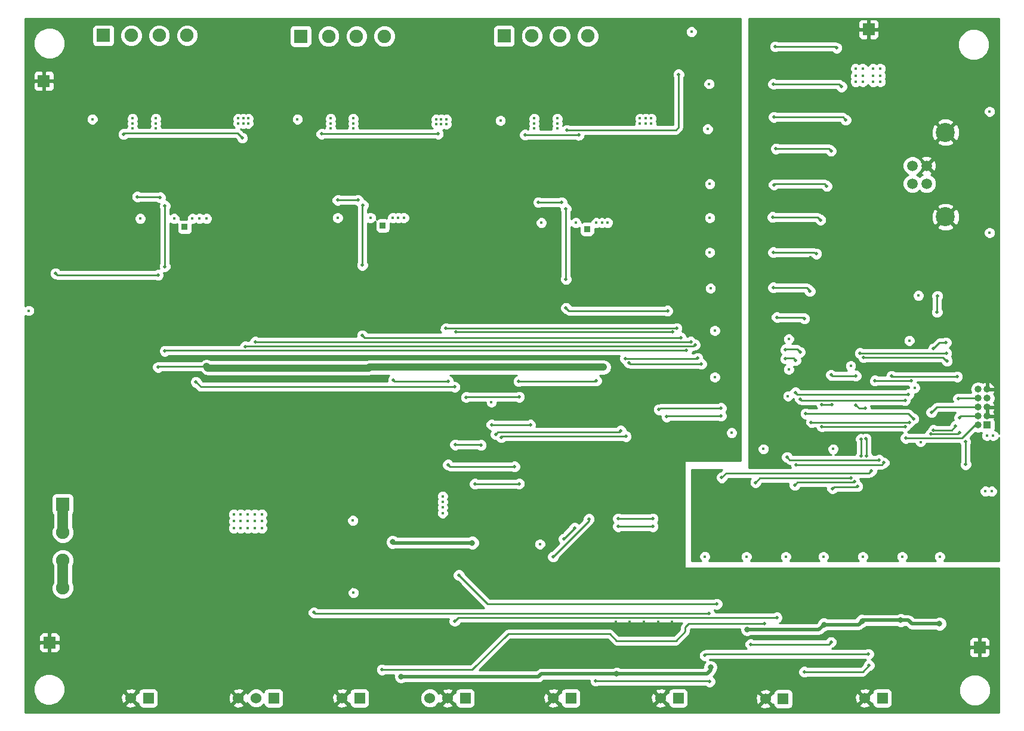
<source format=gbl>
G04 #@! TF.FileFunction,Copper,L4,Bot,Signal*
%FSLAX46Y46*%
G04 Gerber Fmt 4.6, Leading zero omitted, Abs format (unit mm)*
G04 Created by KiCad (PCBNEW 4.0.1-stable) date 2018/05/08 19:42:46*
%MOMM*%
G01*
G04 APERTURE LIST*
%ADD10C,0.150000*%
%ADD11C,0.400000*%
%ADD12C,1.900000*%
%ADD13R,1.900000X1.900000*%
%ADD14C,1.520000*%
%ADD15C,2.700000*%
%ADD16R,0.850000X0.850000*%
%ADD17R,1.700000X1.700000*%
%ADD18R,1.000000X1.000000*%
%ADD19O,1.000000X1.000000*%
%ADD20C,1.524000*%
%ADD21R,1.524000X1.524000*%
%ADD22C,0.500380*%
%ADD23C,0.800100*%
%ADD24C,0.889000*%
%ADD25C,1.143000*%
%ADD26C,0.254000*%
%ADD27C,0.508000*%
%ADD28C,1.026000*%
%ADD29C,1.524000*%
G04 APERTURE END LIST*
D10*
D11*
X266475000Y-116120000D03*
X219070000Y-86320000D03*
X220070000Y-86320000D03*
X219070000Y-87320000D03*
X220070000Y-87320000D03*
X220070000Y-89220000D03*
X219070000Y-89220000D03*
X220070000Y-88220000D03*
X219070000Y-88220000D03*
X219070000Y-84420000D03*
X220070000Y-84420000D03*
X219070000Y-85420000D03*
X220070000Y-85420000D03*
X220070000Y-83520000D03*
X219070000Y-83520000D03*
X220070000Y-82520000D03*
X219070000Y-82520000D03*
X219070000Y-91020000D03*
X220070000Y-91020000D03*
X219070000Y-92020000D03*
X220070000Y-92020000D03*
X220070000Y-90120000D03*
X219070000Y-90120000D03*
X219070000Y-92920000D03*
X220070000Y-92920000D03*
X220070000Y-100520000D03*
X219070000Y-100520000D03*
X219070000Y-97720000D03*
X220070000Y-97720000D03*
X220070000Y-99620000D03*
X219070000Y-99620000D03*
X220070000Y-98620000D03*
X219070000Y-98620000D03*
X219070000Y-95820000D03*
X220070000Y-95820000D03*
X219070000Y-96820000D03*
X220070000Y-96820000D03*
X220070000Y-94920000D03*
X219070000Y-94920000D03*
X220070000Y-93920000D03*
X219070000Y-93920000D03*
X190320000Y-89920000D03*
X190320000Y-90820000D03*
X190320000Y-82320000D03*
X190320000Y-83320000D03*
X190320000Y-85220000D03*
X190320000Y-84220000D03*
X190320000Y-88020000D03*
X190320000Y-89020000D03*
X190320000Y-87120000D03*
X190320000Y-86120000D03*
X190320000Y-100020000D03*
X190320000Y-101020000D03*
X190320000Y-99120000D03*
X190320000Y-98320000D03*
X190320000Y-95520000D03*
X190320000Y-97420000D03*
X190320000Y-96420000D03*
X190320000Y-93620000D03*
X190320000Y-94620000D03*
X190320000Y-92720000D03*
X190320000Y-91820000D03*
X198520000Y-119560000D03*
X197540000Y-82420000D03*
X197540000Y-83420000D03*
X197540000Y-85320000D03*
X197540000Y-84320000D03*
X197540000Y-88120000D03*
X197540000Y-87220000D03*
X197540000Y-86220000D03*
X198440000Y-86220000D03*
X198440000Y-87220000D03*
X198440000Y-88120000D03*
X198440000Y-84320000D03*
X198440000Y-85320000D03*
X198440000Y-83420000D03*
X198440000Y-82420000D03*
X169640000Y-82320000D03*
X169640000Y-83320000D03*
X169640000Y-85220000D03*
X169640000Y-84220000D03*
X169640000Y-88020000D03*
X169640000Y-87120000D03*
X169640000Y-86120000D03*
X210190000Y-85220000D03*
X209190000Y-85220000D03*
X210190000Y-87120000D03*
X209190000Y-87120000D03*
X210190000Y-86120000D03*
X209190000Y-86120000D03*
X202290000Y-86120000D03*
X203290000Y-86120000D03*
X202290000Y-87120000D03*
X203290000Y-87120000D03*
X202290000Y-85220000D03*
X203290000Y-85220000D03*
X181190000Y-85020000D03*
X180190000Y-85020000D03*
X181190000Y-86920000D03*
X180190000Y-86920000D03*
X181190000Y-85920000D03*
X180190000Y-85920000D03*
X153090000Y-85020000D03*
X152090000Y-85020000D03*
X153090000Y-86920000D03*
X152090000Y-86920000D03*
X153090000Y-85920000D03*
X152090000Y-85920000D03*
X173390000Y-85920000D03*
X174390000Y-85920000D03*
X173390000Y-86920000D03*
X174390000Y-86920000D03*
X173390000Y-85020000D03*
X174390000Y-85020000D03*
X144490000Y-88720000D03*
X143490000Y-88720000D03*
X142490000Y-88720000D03*
X140390000Y-88720000D03*
X141390000Y-88720000D03*
X139590000Y-88720000D03*
X139590000Y-82120000D03*
X139590000Y-83120000D03*
X139590000Y-85020000D03*
X139590000Y-84020000D03*
X139590000Y-87820000D03*
X139590000Y-86920000D03*
X139590000Y-85920000D03*
X140390000Y-85920000D03*
X141390000Y-85920000D03*
X140390000Y-86920000D03*
X141390000Y-86920000D03*
X141390000Y-87820000D03*
X140390000Y-87820000D03*
X140390000Y-84020000D03*
X141390000Y-84020000D03*
X140390000Y-85020000D03*
X141390000Y-85020000D03*
X141390000Y-83120000D03*
X140390000Y-83120000D03*
X141390000Y-82120000D03*
X140390000Y-82120000D03*
X210100000Y-73100000D03*
X210100000Y-72200000D03*
X202300000Y-72200000D03*
X202300000Y-73200000D03*
X181400000Y-73400000D03*
X181400000Y-72400000D03*
X173500000Y-72200000D03*
X173500000Y-73300000D03*
X153200000Y-74100000D03*
X153200000Y-73200000D03*
X145500000Y-73300000D03*
X145500000Y-74100000D03*
X159740000Y-70120000D03*
X160740000Y-70120000D03*
X161740000Y-70120000D03*
X162740000Y-70120000D03*
X162740000Y-69220000D03*
X161740000Y-69220000D03*
X160740000Y-69220000D03*
X159740000Y-69220000D03*
X162740000Y-68220000D03*
X161740000Y-68220000D03*
X160740000Y-68220000D03*
X159740000Y-68220000D03*
X187740000Y-68420000D03*
X188740000Y-68420000D03*
X189740000Y-68420000D03*
X190740000Y-68420000D03*
X187740000Y-69420000D03*
X188740000Y-69420000D03*
X189740000Y-69420000D03*
X190740000Y-69420000D03*
X190740000Y-70320000D03*
X189740000Y-70320000D03*
X188740000Y-70320000D03*
X187740000Y-70320000D03*
X216640000Y-70220000D03*
X217640000Y-70220000D03*
X218640000Y-70220000D03*
X219640000Y-70220000D03*
X219640000Y-69320000D03*
X218640000Y-69320000D03*
X217640000Y-69320000D03*
X216640000Y-69320000D03*
X219640000Y-68320000D03*
X218640000Y-68320000D03*
X217640000Y-68320000D03*
X216640000Y-68320000D03*
X182440000Y-85220000D03*
X240600000Y-117000000D03*
X240600000Y-118700000D03*
X234150000Y-137270000D03*
X233150000Y-137820000D03*
X238550000Y-137920000D03*
X239550000Y-137370000D03*
X244850000Y-137470000D03*
X243850000Y-138020000D03*
X249250000Y-137920000D03*
X250250000Y-137370000D03*
X254650000Y-137920000D03*
X255650000Y-137370000D03*
X261250000Y-137370000D03*
X260250000Y-137920000D03*
X268100000Y-136920000D03*
X269100000Y-137920000D03*
X268100000Y-138470000D03*
X268050000Y-135420000D03*
X269050000Y-136420000D03*
X269050000Y-134870000D03*
X259400000Y-125200000D03*
X237100000Y-126200000D03*
X247000000Y-126200000D03*
X249500000Y-114400000D03*
X249550000Y-116970000D03*
X257800000Y-110820000D03*
X260750000Y-116970000D03*
X252800000Y-115500000D03*
X249550000Y-112470000D03*
X250450000Y-108870000D03*
X259800000Y-110800000D03*
X258600000Y-117500000D03*
X259100000Y-104420000D03*
X255900000Y-106900000D03*
X258400000Y-106500000D03*
X252850000Y-104870000D03*
X253800000Y-104900000D03*
X268600000Y-132200000D03*
X269500000Y-132200000D03*
X269700000Y-124300000D03*
X268950000Y-111170000D03*
X269950000Y-112170000D03*
X269950000Y-113720000D03*
X268950000Y-112720000D03*
X269000000Y-115770000D03*
X270000000Y-115220000D03*
X269000000Y-114220000D03*
X269200000Y-95520000D03*
X252700000Y-72220000D03*
X253700000Y-72220000D03*
X253700000Y-74100000D03*
X252700000Y-73220000D03*
X253700000Y-73220000D03*
X252700000Y-74120000D03*
X250200000Y-74120000D03*
X240700000Y-110600000D03*
X240700000Y-114900000D03*
X232600000Y-123900000D03*
X230200000Y-116000000D03*
X230200000Y-109400000D03*
X205400000Y-139700000D03*
X226900000Y-67000000D03*
X229200000Y-80800000D03*
X229400000Y-74400000D03*
X229500000Y-88600000D03*
X229500000Y-93400000D03*
X229600000Y-103400000D03*
X229500000Y-98300000D03*
X191600000Y-134500000D03*
X191600000Y-135300000D03*
X191600000Y-133700000D03*
X171000000Y-79400000D03*
X141900000Y-79400000D03*
X147600000Y-79300000D03*
X189440000Y-91820000D03*
X188440000Y-91820000D03*
X187440000Y-91820000D03*
X187440000Y-92720000D03*
X188440000Y-92720000D03*
X189440000Y-92720000D03*
X189440000Y-94620000D03*
X188440000Y-94620000D03*
X187440000Y-94620000D03*
X189440000Y-93620000D03*
X188440000Y-93620000D03*
X187440000Y-93620000D03*
X187440000Y-96420000D03*
X188440000Y-96420000D03*
X189440000Y-96420000D03*
X187440000Y-97420000D03*
X188440000Y-97420000D03*
X189440000Y-97420000D03*
X189440000Y-95520000D03*
X188440000Y-95520000D03*
X187440000Y-95520000D03*
X187440000Y-98320000D03*
X188440000Y-98320000D03*
X189440000Y-98320000D03*
X187440000Y-99120000D03*
X188440000Y-99120000D03*
X189440000Y-99120000D03*
X189440000Y-101020000D03*
X188440000Y-101020000D03*
X187440000Y-101020000D03*
X189440000Y-100020000D03*
X188440000Y-100020000D03*
X187440000Y-100020000D03*
X162240000Y-100320000D03*
X162240000Y-102220000D03*
X162240000Y-101220000D03*
X159140000Y-101220000D03*
X160140000Y-101220000D03*
X161140000Y-101220000D03*
X159140000Y-102220000D03*
X160140000Y-102220000D03*
X161140000Y-102220000D03*
X161140000Y-100320000D03*
X160140000Y-100320000D03*
X159140000Y-100320000D03*
X162240000Y-99520000D03*
X161140000Y-99520000D03*
X160140000Y-99520000D03*
X159140000Y-99520000D03*
X159140000Y-96720000D03*
X160140000Y-96720000D03*
X161140000Y-96720000D03*
X161140000Y-98620000D03*
X160140000Y-98620000D03*
X159140000Y-98620000D03*
X161140000Y-97620000D03*
X160140000Y-97620000D03*
X159140000Y-97620000D03*
X162240000Y-97620000D03*
X162240000Y-98620000D03*
X162240000Y-96720000D03*
X162240000Y-93920000D03*
X162240000Y-95820000D03*
X162240000Y-94820000D03*
X159140000Y-94820000D03*
X160140000Y-94820000D03*
X161140000Y-94820000D03*
X159140000Y-95820000D03*
X160140000Y-95820000D03*
X161140000Y-95820000D03*
X161140000Y-93920000D03*
X160140000Y-93920000D03*
X159140000Y-93920000D03*
X216140000Y-93920000D03*
X217140000Y-93920000D03*
X218140000Y-93920000D03*
X216140000Y-94920000D03*
X217140000Y-94920000D03*
X218140000Y-94920000D03*
X218140000Y-96820000D03*
X217140000Y-96820000D03*
X216140000Y-96820000D03*
X218140000Y-95820000D03*
X217140000Y-95820000D03*
X216140000Y-95820000D03*
X216140000Y-98620000D03*
X217140000Y-98620000D03*
X218140000Y-98620000D03*
X216140000Y-99620000D03*
X217140000Y-99620000D03*
X218140000Y-99620000D03*
X218140000Y-97720000D03*
X217140000Y-97720000D03*
X216140000Y-97720000D03*
X216140000Y-100520000D03*
X217140000Y-100520000D03*
X218140000Y-100520000D03*
X162600000Y-80000000D03*
X162600000Y-79300000D03*
X163300000Y-79300000D03*
X163300000Y-80000000D03*
X164000000Y-80000000D03*
X164000000Y-79300000D03*
X220400000Y-80000000D03*
X220400000Y-79300000D03*
X192100000Y-79400000D03*
X192100000Y-80100000D03*
X191400000Y-80100000D03*
X191400000Y-79400000D03*
X207850000Y-80000000D03*
X207850000Y-79300000D03*
X207850000Y-80700000D03*
X221200000Y-80000000D03*
X221200000Y-79300000D03*
X190700000Y-79400000D03*
X190700000Y-80100000D03*
X204600000Y-80700000D03*
X204600000Y-79300000D03*
X204600000Y-80000000D03*
X219600000Y-80000000D03*
X219600000Y-79300000D03*
X178900000Y-80700000D03*
X178900000Y-79300000D03*
X178900000Y-80000000D03*
X175700000Y-80000000D03*
X175700000Y-79300000D03*
X175700000Y-80700000D03*
X150900000Y-80000000D03*
X150900000Y-79300000D03*
X150900000Y-80700000D03*
X147600000Y-80700000D03*
X199800000Y-79600000D03*
X147600000Y-80000000D03*
X148700000Y-93500000D03*
X153500000Y-93500000D03*
X156100000Y-93500000D03*
X158100000Y-93500000D03*
X157100000Y-93500000D03*
X215000000Y-94100000D03*
X214200000Y-94100000D03*
X213400000Y-94100000D03*
X210500000Y-94100000D03*
X205600000Y-94100000D03*
X176700000Y-93400000D03*
X181400000Y-93400000D03*
X184500000Y-93400000D03*
X185300000Y-93400000D03*
X186100000Y-93400000D03*
X142490000Y-82120000D03*
X143490000Y-82120000D03*
X144490000Y-82120000D03*
X142490000Y-83120000D03*
X143490000Y-83120000D03*
X144490000Y-83120000D03*
X144490000Y-85020000D03*
X143490000Y-85020000D03*
X142490000Y-85020000D03*
X144490000Y-84020000D03*
X143490000Y-84020000D03*
X142490000Y-84020000D03*
X142490000Y-87820000D03*
X143490000Y-87820000D03*
X144490000Y-87820000D03*
X144490000Y-86920000D03*
X143490000Y-86920000D03*
X142490000Y-86920000D03*
X144490000Y-85920000D03*
X143490000Y-85920000D03*
X142490000Y-85920000D03*
X154090000Y-90920000D03*
X155090000Y-90920000D03*
X156090000Y-90920000D03*
X157090000Y-90920000D03*
X154090000Y-91920000D03*
X155090000Y-91920000D03*
X156090000Y-91920000D03*
X157090000Y-91920000D03*
X157090000Y-90020000D03*
X156090000Y-90020000D03*
X155090000Y-90020000D03*
X154090000Y-90020000D03*
X158090000Y-90020000D03*
X159090000Y-90020000D03*
X160090000Y-90020000D03*
X161090000Y-90020000D03*
X161090000Y-91920000D03*
X160090000Y-91920000D03*
X159090000Y-91920000D03*
X158090000Y-91920000D03*
X161090000Y-90920000D03*
X160090000Y-90920000D03*
X159090000Y-90920000D03*
X158090000Y-90920000D03*
X162190000Y-90920000D03*
X162190000Y-91920000D03*
X162190000Y-90020000D03*
X162190000Y-86220000D03*
X162190000Y-87220000D03*
X162190000Y-89120000D03*
X162190000Y-88120000D03*
X162190000Y-84320000D03*
X162190000Y-85320000D03*
X162190000Y-83420000D03*
X162190000Y-82420000D03*
X158090000Y-82420000D03*
X159090000Y-82420000D03*
X160090000Y-82420000D03*
X161090000Y-82420000D03*
X158090000Y-83420000D03*
X159090000Y-83420000D03*
X160090000Y-83420000D03*
X161090000Y-83420000D03*
X161090000Y-85320000D03*
X160090000Y-85320000D03*
X159090000Y-85320000D03*
X158090000Y-85320000D03*
X161090000Y-84320000D03*
X160090000Y-84320000D03*
X159090000Y-84320000D03*
X158090000Y-84320000D03*
X158090000Y-88120000D03*
X159090000Y-88120000D03*
X160090000Y-88120000D03*
X161090000Y-88120000D03*
X158090000Y-89120000D03*
X159090000Y-89120000D03*
X160090000Y-89120000D03*
X161090000Y-89120000D03*
X161090000Y-87220000D03*
X160090000Y-87220000D03*
X159090000Y-87220000D03*
X158090000Y-87220000D03*
X161090000Y-86220000D03*
X160090000Y-86220000D03*
X159090000Y-86220000D03*
X158090000Y-86220000D03*
X154090000Y-86220000D03*
X155090000Y-86220000D03*
X156090000Y-86220000D03*
X157090000Y-86220000D03*
X154090000Y-87220000D03*
X155090000Y-87220000D03*
X156090000Y-87220000D03*
X157090000Y-87220000D03*
X157090000Y-89120000D03*
X156090000Y-89120000D03*
X155090000Y-89120000D03*
X154090000Y-89120000D03*
X157090000Y-88120000D03*
X156090000Y-88120000D03*
X155090000Y-88120000D03*
X154090000Y-88120000D03*
X154090000Y-84320000D03*
X155090000Y-84320000D03*
X156090000Y-84320000D03*
X157090000Y-84320000D03*
X154090000Y-85320000D03*
X155090000Y-85320000D03*
X156090000Y-85320000D03*
X157090000Y-85320000D03*
X157090000Y-83420000D03*
X156090000Y-83420000D03*
X155090000Y-83420000D03*
X154090000Y-83420000D03*
X157090000Y-82420000D03*
X156090000Y-82420000D03*
X155090000Y-82420000D03*
X154090000Y-82420000D03*
D12*
X155340000Y-67530000D03*
X151380000Y-67530000D03*
D13*
X143460000Y-67530000D03*
D12*
X147420000Y-67530000D03*
D11*
X170440000Y-86120000D03*
X171440000Y-86120000D03*
X172440000Y-86120000D03*
X170440000Y-87120000D03*
X171440000Y-87120000D03*
X172440000Y-87120000D03*
X172440000Y-88020000D03*
X171440000Y-88020000D03*
X170440000Y-88020000D03*
X170440000Y-84220000D03*
X171440000Y-84220000D03*
X172440000Y-84220000D03*
X170440000Y-85220000D03*
X171440000Y-85220000D03*
X172440000Y-85220000D03*
X172440000Y-83320000D03*
X171440000Y-83320000D03*
X170440000Y-83320000D03*
X172440000Y-82320000D03*
X171440000Y-82320000D03*
X170440000Y-82320000D03*
X182440000Y-82320000D03*
X183440000Y-82320000D03*
X184440000Y-82320000D03*
X185440000Y-82320000D03*
X182440000Y-83320000D03*
X183440000Y-83320000D03*
X184440000Y-83320000D03*
X185440000Y-83320000D03*
X185440000Y-85220000D03*
X184440000Y-85220000D03*
X183440000Y-85220000D03*
X185440000Y-84220000D03*
X184440000Y-84220000D03*
X183440000Y-84220000D03*
X182440000Y-84220000D03*
X182440000Y-88020000D03*
X183440000Y-88020000D03*
X184440000Y-88020000D03*
X185440000Y-88020000D03*
X182440000Y-89020000D03*
X183440000Y-89020000D03*
X184440000Y-89020000D03*
X185440000Y-89020000D03*
X185440000Y-87120000D03*
X184440000Y-87120000D03*
X183440000Y-87120000D03*
X182440000Y-87120000D03*
X185440000Y-86120000D03*
X184440000Y-86120000D03*
X183440000Y-86120000D03*
X182440000Y-86120000D03*
X186440000Y-86120000D03*
X187440000Y-86120000D03*
X188440000Y-86120000D03*
X189440000Y-86120000D03*
X186440000Y-87120000D03*
X187440000Y-87120000D03*
X188440000Y-87120000D03*
X189440000Y-87120000D03*
X189440000Y-89020000D03*
X188440000Y-89020000D03*
X187440000Y-89020000D03*
X186440000Y-89020000D03*
X189440000Y-88020000D03*
X188440000Y-88020000D03*
X187440000Y-88020000D03*
X186440000Y-88020000D03*
X186440000Y-84220000D03*
X187440000Y-84220000D03*
X188440000Y-84220000D03*
X189440000Y-84220000D03*
X186440000Y-85220000D03*
X187440000Y-85220000D03*
X188440000Y-85220000D03*
X189440000Y-85220000D03*
X189440000Y-83320000D03*
X188440000Y-83320000D03*
X187440000Y-83320000D03*
X186440000Y-83320000D03*
X189440000Y-82320000D03*
X188440000Y-82320000D03*
X187440000Y-82320000D03*
X186440000Y-82320000D03*
X162240000Y-93020000D03*
X186440000Y-90820000D03*
X187440000Y-90820000D03*
X188440000Y-90820000D03*
X189440000Y-90820000D03*
X186440000Y-91820000D03*
X159140000Y-93020000D03*
X160140000Y-93020000D03*
X161140000Y-93020000D03*
X189440000Y-89920000D03*
X188440000Y-89920000D03*
X187440000Y-89920000D03*
X186440000Y-89920000D03*
X182440000Y-89920000D03*
X183440000Y-89920000D03*
X184440000Y-89920000D03*
X185440000Y-89920000D03*
X185440000Y-91820000D03*
X184440000Y-91820000D03*
X183440000Y-91820000D03*
X182440000Y-91820000D03*
X185440000Y-90820000D03*
X184440000Y-90820000D03*
X183440000Y-90820000D03*
X182440000Y-90820000D03*
X199340000Y-82420000D03*
X200340000Y-82420000D03*
X201340000Y-82420000D03*
X199340000Y-83420000D03*
X200340000Y-83420000D03*
X201340000Y-83420000D03*
X201340000Y-85320000D03*
X200340000Y-85320000D03*
X199340000Y-85320000D03*
X201340000Y-84320000D03*
X200340000Y-84320000D03*
X199340000Y-84320000D03*
X199340000Y-88120000D03*
X200340000Y-88120000D03*
X201340000Y-88120000D03*
X201340000Y-87220000D03*
X200340000Y-87220000D03*
X199340000Y-87220000D03*
X201340000Y-86220000D03*
X200340000Y-86220000D03*
X199340000Y-86220000D03*
X218140000Y-92920000D03*
X217140000Y-92920000D03*
X216140000Y-92920000D03*
X215140000Y-92920000D03*
X213140000Y-92920000D03*
X214140000Y-92920000D03*
X211140000Y-91020000D03*
X212140000Y-91020000D03*
X213140000Y-91020000D03*
X214140000Y-91020000D03*
X211140000Y-92020000D03*
X212140000Y-92020000D03*
X213140000Y-92020000D03*
X214140000Y-92020000D03*
X214140000Y-90120000D03*
X213140000Y-90120000D03*
X212140000Y-90120000D03*
X211140000Y-90120000D03*
X215140000Y-90120000D03*
X216140000Y-90120000D03*
X217140000Y-90120000D03*
X218140000Y-90120000D03*
X218140000Y-92020000D03*
X217140000Y-92020000D03*
X216140000Y-92020000D03*
X215140000Y-92020000D03*
X218140000Y-91020000D03*
X217140000Y-91020000D03*
X216140000Y-91020000D03*
X215140000Y-91020000D03*
X215140000Y-82520000D03*
X216140000Y-82520000D03*
X217140000Y-82520000D03*
X218140000Y-82520000D03*
X215140000Y-83520000D03*
X216140000Y-83520000D03*
X217140000Y-83520000D03*
X218140000Y-83520000D03*
X218140000Y-85420000D03*
X217140000Y-85420000D03*
X216140000Y-85420000D03*
X215140000Y-85420000D03*
X218140000Y-84420000D03*
X217140000Y-84420000D03*
X216140000Y-84420000D03*
X215140000Y-84420000D03*
X215140000Y-88220000D03*
X216140000Y-88220000D03*
X217140000Y-88220000D03*
X218140000Y-88220000D03*
X215140000Y-89220000D03*
X216140000Y-89220000D03*
X217140000Y-89220000D03*
X218140000Y-89220000D03*
X218140000Y-87320000D03*
X217140000Y-87320000D03*
X216140000Y-87320000D03*
X215140000Y-87320000D03*
X218140000Y-86320000D03*
X217140000Y-86320000D03*
X216140000Y-86320000D03*
X215140000Y-86320000D03*
X211140000Y-86320000D03*
X212140000Y-86320000D03*
X213140000Y-86320000D03*
X214140000Y-86320000D03*
X211140000Y-87320000D03*
X212140000Y-87320000D03*
X213140000Y-87320000D03*
X214140000Y-87320000D03*
X214140000Y-89220000D03*
X213140000Y-89220000D03*
X212140000Y-89220000D03*
X211140000Y-89220000D03*
X214140000Y-88220000D03*
X213140000Y-88220000D03*
X212140000Y-88220000D03*
X211140000Y-88220000D03*
X211140000Y-84420000D03*
X212140000Y-84420000D03*
X213140000Y-84420000D03*
X214140000Y-84420000D03*
X211140000Y-85420000D03*
X212140000Y-85420000D03*
X213140000Y-85420000D03*
X214140000Y-85420000D03*
D14*
X258250000Y-88540000D03*
X258250000Y-86000000D03*
X260250000Y-86000000D03*
X260250000Y-88540000D03*
D15*
X262950000Y-93270000D03*
X262950000Y-81270000D03*
D11*
X260564000Y-129538000D03*
X260564000Y-130538000D03*
X205994000Y-143256000D03*
X204216000Y-143256000D03*
X202438000Y-143256000D03*
X238100000Y-119000000D03*
X245618000Y-141478000D03*
X234696000Y-141478000D03*
X240284000Y-141478000D03*
X251206000Y-141478000D03*
X256794000Y-141478000D03*
X228800000Y-141450000D03*
X268800000Y-124300000D03*
X262128000Y-141478000D03*
X140970000Y-106680000D03*
X161950000Y-135450000D03*
X162950000Y-135450000D03*
X161950000Y-136450000D03*
X162950000Y-136450000D03*
X161950000Y-137450000D03*
X162950000Y-137450000D03*
X154350000Y-148550000D03*
X156350000Y-148550000D03*
X156300000Y-146150000D03*
X154300000Y-146150000D03*
X150200000Y-146150000D03*
X152200000Y-146150000D03*
X152250000Y-148550000D03*
X150250000Y-148550000D03*
X168050000Y-148550000D03*
X170050000Y-148550000D03*
X170000000Y-146150000D03*
X168000000Y-146150000D03*
X169900000Y-143600000D03*
X167900000Y-143600000D03*
X166100000Y-143600000D03*
X166200000Y-146150000D03*
X166250000Y-148550000D03*
X158450000Y-148550000D03*
X160450000Y-148550000D03*
X160400000Y-146150000D03*
X158400000Y-146150000D03*
X160300000Y-143600000D03*
X158300000Y-143600000D03*
X162100000Y-143600000D03*
X164100000Y-143600000D03*
X162200000Y-146150000D03*
X164200000Y-146150000D03*
X164250000Y-148550000D03*
X162250000Y-148550000D03*
X153950000Y-141050000D03*
X155950000Y-141050000D03*
X153900000Y-138650000D03*
X153800000Y-136100000D03*
X150000000Y-136100000D03*
X152000000Y-136100000D03*
X151950000Y-133700000D03*
X149950000Y-133700000D03*
X150100000Y-138650000D03*
X152100000Y-138650000D03*
X152150000Y-141050000D03*
X150150000Y-141050000D03*
X230950000Y-94939000D03*
X252000000Y-104900000D03*
X251050000Y-104870000D03*
X237300000Y-104083000D03*
X266850000Y-149100000D03*
X268850000Y-149100000D03*
X267850000Y-150100000D03*
X267800000Y-148300000D03*
X268800000Y-147300000D03*
X266800000Y-147300000D03*
X260200000Y-160150000D03*
X262200000Y-160150000D03*
X261200000Y-161150000D03*
X261250000Y-162950000D03*
X262250000Y-161950000D03*
X260250000Y-161950000D03*
X225000000Y-147200000D03*
X223000000Y-147200000D03*
X221000000Y-147200000D03*
X219000000Y-147200000D03*
X217000000Y-147200000D03*
X224000000Y-146200000D03*
X222000000Y-146200000D03*
X220000000Y-146200000D03*
X218000000Y-146200000D03*
X216000000Y-146200000D03*
X191600000Y-132900000D03*
X203962000Y-135636000D03*
X156200000Y-143600000D03*
X154200000Y-143600000D03*
X152200000Y-143600000D03*
X150200000Y-143600000D03*
X230950000Y-85033000D03*
X230950000Y-89859000D03*
X230950000Y-99575000D03*
X216150000Y-150700000D03*
X218150000Y-150700000D03*
X220150000Y-150700000D03*
X222150000Y-150700000D03*
X224150000Y-150700000D03*
X217150000Y-151700000D03*
X219150000Y-151700000D03*
X221150000Y-151700000D03*
X223150000Y-151700000D03*
X225150000Y-151700000D03*
X251200000Y-73220000D03*
X250200000Y-73220000D03*
X251200000Y-74100000D03*
X251200000Y-72220000D03*
X250200000Y-72220000D03*
X269200000Y-78320000D03*
D12*
X137700000Y-145930000D03*
X137700000Y-141970000D03*
D13*
X137700000Y-134050000D03*
D12*
X137700000Y-138010000D03*
D11*
X165950000Y-137450000D03*
X164950000Y-137450000D03*
X163950000Y-137450000D03*
X132890000Y-106570000D03*
X165950000Y-136450000D03*
X164950000Y-136450000D03*
X163950000Y-136450000D03*
X178950000Y-146600000D03*
X178850000Y-136350000D03*
X229600000Y-157150000D03*
X165950000Y-135450000D03*
X164950000Y-135450000D03*
X163950000Y-135450000D03*
X214140000Y-83520000D03*
X213140000Y-83520000D03*
X212140000Y-83520000D03*
X211140000Y-83520000D03*
X214140000Y-82520000D03*
X213140000Y-82520000D03*
X212140000Y-82520000D03*
X211140000Y-82520000D03*
X243750000Y-98975000D03*
X207740000Y-87170000D03*
X206740000Y-87170000D03*
X205740000Y-87170000D03*
X204740000Y-87170000D03*
X178940000Y-86970000D03*
X177940000Y-86970000D03*
X176940000Y-86970000D03*
X175940000Y-86970000D03*
X150790000Y-86920000D03*
X149790000Y-86920000D03*
X148790000Y-86920000D03*
X147790000Y-86920000D03*
X207740000Y-86170000D03*
X206740000Y-86170000D03*
X205740000Y-86170000D03*
X204740000Y-86170000D03*
X178940000Y-85970000D03*
X177940000Y-85970000D03*
X176940000Y-85970000D03*
X175940000Y-85970000D03*
X150790000Y-85920000D03*
X149790000Y-85920000D03*
X148790000Y-85920000D03*
X147790000Y-85920000D03*
X207740000Y-85170000D03*
X206740000Y-85170000D03*
X205740000Y-85170000D03*
X204740000Y-85170000D03*
X178940000Y-84970000D03*
X177940000Y-84970000D03*
X176940000Y-84970000D03*
X175940000Y-84970000D03*
X150790000Y-84920000D03*
X149790000Y-84920000D03*
X148790000Y-84920000D03*
D16*
X155000000Y-94700000D03*
X183100000Y-94500000D03*
X212100000Y-95000000D03*
D12*
X183340000Y-67630000D03*
X179380000Y-67630000D03*
D13*
X171460000Y-67630000D03*
D12*
X175420000Y-67630000D03*
X212180000Y-67600000D03*
X208220000Y-67600000D03*
D13*
X200300000Y-67600000D03*
D12*
X204260000Y-67600000D03*
D11*
X147790000Y-84920000D03*
D17*
X135000000Y-74000000D03*
X135825000Y-153675000D03*
X267800000Y-154350000D03*
X252050000Y-66650000D03*
D18*
X268850000Y-122800000D03*
D19*
X267580000Y-122800000D03*
X268850000Y-121530000D03*
X267580000Y-121530000D03*
X268850000Y-120260000D03*
X267580000Y-120260000D03*
X268850000Y-118990000D03*
X267580000Y-118990000D03*
X268850000Y-117720000D03*
X267580000Y-117720000D03*
D20*
X189798000Y-161544000D03*
D21*
X194798000Y-161544000D03*
D20*
X192298000Y-161544000D03*
X162620000Y-161544000D03*
D21*
X167620000Y-161544000D03*
D20*
X165120000Y-161544000D03*
D21*
X179812000Y-161544000D03*
D20*
X177312000Y-161544000D03*
D21*
X225024000Y-161544000D03*
D20*
X222524000Y-161544000D03*
D21*
X209784000Y-161544000D03*
D20*
X207284000Y-161544000D03*
D21*
X239910000Y-161650000D03*
D20*
X237410000Y-161650000D03*
D21*
X149840000Y-161544000D03*
D20*
X147340000Y-161544000D03*
D21*
X253980000Y-161544000D03*
D20*
X251480000Y-161544000D03*
D22*
X263000000Y-111100000D03*
X261250000Y-111950000D03*
X236000000Y-130950000D03*
X249500000Y-130300000D03*
X252450000Y-129300000D03*
X231200000Y-130250000D03*
X264600000Y-115950000D03*
X255300000Y-115850000D03*
X257200000Y-119300000D03*
X242300000Y-119100000D03*
X242300000Y-112450000D03*
X240250000Y-112100000D03*
X241750000Y-128450000D03*
X254200000Y-128150000D03*
X257700000Y-118450000D03*
X241650000Y-118200000D03*
X241700000Y-113600000D03*
X240250000Y-113350000D03*
X253500000Y-127750000D03*
X240450000Y-127350000D03*
X264900000Y-121750000D03*
X264900000Y-123850000D03*
X260850000Y-124050000D03*
X264350000Y-122950000D03*
X264750000Y-119050000D03*
X261250000Y-123500000D03*
X265750000Y-125150000D03*
X265800000Y-128400000D03*
X260950000Y-121000000D03*
X257300000Y-124650000D03*
X258050000Y-116550000D03*
X252950000Y-116500000D03*
X250000000Y-130850000D03*
X241550000Y-131300000D03*
X248200000Y-74800000D03*
X238500000Y-74400000D03*
X238800000Y-69100000D03*
X247500000Y-69300000D03*
X263150000Y-113700000D03*
X251300000Y-113200000D03*
X250800000Y-112600000D03*
X263050000Y-112600000D03*
X202400000Y-116600000D03*
X213400000Y-116500000D03*
X248800000Y-79500000D03*
X238600000Y-79100000D03*
X250950000Y-124800000D03*
X250950000Y-127200000D03*
X250450000Y-131500000D03*
X246900000Y-131800000D03*
X251750000Y-127150000D03*
X251650000Y-124750000D03*
X251550000Y-120400000D03*
X250250000Y-119950000D03*
D23*
X185700000Y-158500000D03*
X256600000Y-150500000D03*
X251100000Y-150600000D03*
X262100000Y-151000000D03*
X216300000Y-158100000D03*
X234800000Y-151788000D03*
X245700000Y-151100000D03*
X229600000Y-157150000D03*
X195800000Y-139500000D03*
X184500000Y-139400000D03*
D22*
X198540000Y-122740000D03*
X204030000Y-122760000D03*
X136700000Y-101300000D03*
X151200000Y-101500000D03*
X151200000Y-114600000D03*
X205200000Y-91200000D03*
X208500000Y-91200000D03*
X176700000Y-90900000D03*
X179600000Y-90900000D03*
X148300000Y-90400000D03*
X151500000Y-90500000D03*
D24*
X158100000Y-114500000D03*
X186100000Y-114600000D03*
X181100000Y-114700000D03*
X214400000Y-114600000D03*
D22*
X230500000Y-148200000D03*
X193900000Y-144100000D03*
X252100000Y-156900000D03*
X242900000Y-157800000D03*
X213300000Y-159100000D03*
X229500000Y-159200000D03*
X235300000Y-153900000D03*
X246700000Y-153600000D03*
X228800000Y-155500000D03*
X252000000Y-155300000D03*
X183000000Y-157500000D03*
X237220000Y-150980000D03*
X261750000Y-106750000D03*
X261800000Y-104500000D03*
D25*
X137700000Y-145930000D03*
D22*
X239000000Y-150100000D03*
X193300000Y-150600000D03*
X229400000Y-149500000D03*
X173300000Y-149400000D03*
X199140000Y-124110000D03*
X216870000Y-123600000D03*
X217510000Y-113350000D03*
X227750000Y-113300000D03*
X228310000Y-114140000D03*
X218020000Y-113960000D03*
X217590000Y-124400000D03*
X199900000Y-124540000D03*
X202430000Y-118810000D03*
X194930000Y-118850000D03*
X196180000Y-131140000D03*
X202440000Y-131120000D03*
X216500000Y-136100000D03*
X221400000Y-136100000D03*
X222300000Y-120600000D03*
X231100000Y-120400000D03*
X212344000Y-136144000D03*
X207264000Y-141478000D03*
X216500000Y-137200000D03*
X221400000Y-137200000D03*
X231100000Y-121500000D03*
X223400000Y-121600000D03*
X210312000Y-137414000D03*
X208788000Y-138938000D03*
X203300000Y-81600000D03*
X210900000Y-81670000D03*
X223500000Y-106600000D03*
X209100000Y-106200000D03*
X209100000Y-102100000D03*
X209100000Y-92100000D03*
X225070000Y-73070000D03*
X209240000Y-80960000D03*
X201790000Y-128690000D03*
X192360000Y-128440000D03*
X192370000Y-116600000D03*
X184600000Y-116400000D03*
X193300000Y-117400000D03*
X156600000Y-116700000D03*
X193390000Y-125580000D03*
X197040000Y-125640000D03*
X163160000Y-82050000D03*
X227400000Y-111400000D03*
X163580000Y-111650000D03*
X146340000Y-81540000D03*
X257200000Y-123000000D03*
X245400000Y-123000000D03*
X244600000Y-98500000D03*
X238500000Y-98300000D03*
X243700000Y-103800000D03*
X238500000Y-103300000D03*
X243900000Y-122400000D03*
X257800000Y-122400000D03*
X258400000Y-121900000D03*
X243100000Y-121200000D03*
X239000000Y-107500000D03*
X242900000Y-107700000D03*
X245200000Y-93700000D03*
X238400000Y-93300000D03*
X245400000Y-119900000D03*
X246800000Y-119900000D03*
X238600000Y-88700000D03*
X246100000Y-88900000D03*
X250250000Y-115800000D03*
X238900000Y-83600000D03*
X246700000Y-83900000D03*
X246700000Y-115700000D03*
X193490000Y-109610000D03*
X190930000Y-81470000D03*
X174400000Y-81500000D03*
X224200000Y-109600000D03*
X225400000Y-110400000D03*
X180200000Y-110100000D03*
X180200000Y-100100000D03*
X180300000Y-91600000D03*
X192040000Y-109100000D03*
X224800000Y-109090000D03*
X152200000Y-91700000D03*
X152200000Y-100300000D03*
X152200000Y-112300000D03*
X226200000Y-112200000D03*
X226800000Y-111000000D03*
X165000000Y-111000000D03*
D26*
X262100000Y-111100000D02*
X263000000Y-111100000D01*
X261250000Y-111950000D02*
X262100000Y-111100000D01*
X236000000Y-130950000D02*
X236600000Y-130350000D01*
X236600000Y-130350000D02*
X249450000Y-130350000D01*
X249450000Y-130350000D02*
X249500000Y-130300000D01*
X252100000Y-129650000D02*
X252450000Y-129300000D01*
X231800000Y-129650000D02*
X252100000Y-129650000D01*
X231200000Y-130250000D02*
X231800000Y-129650000D01*
X264600000Y-115950000D02*
X264050000Y-115950000D01*
X255400000Y-115950000D02*
X264050000Y-115950000D01*
X255300000Y-115850000D02*
X255400000Y-115950000D01*
X242500000Y-119300000D02*
X257200000Y-119300000D01*
X242300000Y-119100000D02*
X242500000Y-119300000D01*
X241900000Y-112050000D02*
X242300000Y-112450000D01*
X240300000Y-112050000D02*
X241900000Y-112050000D01*
X240250000Y-112100000D02*
X240300000Y-112050000D01*
X253900000Y-128450000D02*
X241750000Y-128450000D01*
X254200000Y-128150000D02*
X253900000Y-128450000D01*
X241900000Y-118450000D02*
X257700000Y-118450000D01*
X241650000Y-118200000D02*
X241900000Y-118450000D01*
X241400000Y-113300000D02*
X241700000Y-113600000D01*
X240300000Y-113300000D02*
X241400000Y-113300000D01*
X240250000Y-113350000D02*
X240300000Y-113300000D01*
X240850000Y-127750000D02*
X253500000Y-127750000D01*
X240450000Y-127350000D02*
X240850000Y-127750000D01*
X260850000Y-124050000D02*
X264700000Y-124050000D01*
X264700000Y-124050000D02*
X264900000Y-123850000D01*
X267580000Y-121530000D02*
X265120000Y-121530000D01*
X265120000Y-121530000D02*
X264900000Y-121750000D01*
X265120000Y-121530000D02*
X267280000Y-121530000D01*
X264900000Y-121750000D02*
X265120000Y-121530000D01*
X267580000Y-118990000D02*
X264810000Y-118990000D01*
X264810000Y-118990000D02*
X264750000Y-119050000D01*
X261250000Y-123500000D02*
X263800000Y-123500000D01*
X263800000Y-123500000D02*
X264350000Y-122950000D01*
X264760000Y-119040000D02*
X264760000Y-118990000D01*
X264750000Y-119050000D02*
X264760000Y-119040000D01*
X264850000Y-118990000D02*
X264760000Y-118990000D01*
X264850000Y-118990000D02*
X267280000Y-118990000D01*
X265750000Y-128350000D02*
X265750000Y-125150000D01*
X265800000Y-128400000D02*
X265750000Y-128350000D01*
X267580000Y-120260000D02*
X265210000Y-120260000D01*
X261690000Y-120260000D02*
X265210000Y-120260000D01*
X265210000Y-120260000D02*
X267280000Y-120260000D01*
X260950000Y-121000000D02*
X261690000Y-120260000D01*
X267580000Y-122800000D02*
X267150000Y-122800000D01*
X267150000Y-122800000D02*
X265300000Y-124650000D01*
X267280000Y-122800000D02*
X267150000Y-122800000D01*
X267150000Y-122800000D02*
X265300000Y-124650000D01*
X265300000Y-124650000D02*
X257300000Y-124650000D01*
X253000000Y-116550000D02*
X258050000Y-116550000D01*
X252950000Y-116500000D02*
X253000000Y-116550000D01*
X249950000Y-130900000D02*
X250000000Y-130850000D01*
X241950000Y-130900000D02*
X249950000Y-130900000D01*
X241550000Y-131300000D02*
X241950000Y-130900000D01*
X247800000Y-74400000D02*
X248200000Y-74800000D01*
X238500000Y-74400000D02*
X247800000Y-74400000D01*
X247300000Y-69100000D02*
X238800000Y-69100000D01*
X247500000Y-69300000D02*
X247300000Y-69100000D01*
X263100000Y-113700000D02*
X263150000Y-113700000D01*
X262600000Y-113200000D02*
X263100000Y-113700000D01*
X251300000Y-113200000D02*
X262600000Y-113200000D01*
X250800000Y-112600000D02*
X263050000Y-112600000D01*
X213300000Y-116600000D02*
X202400000Y-116600000D01*
X213400000Y-116500000D02*
X213300000Y-116600000D01*
X248800000Y-79500000D02*
X248400000Y-79100000D01*
X248400000Y-79100000D02*
X243400000Y-79100000D01*
X243400000Y-79100000D02*
X238600000Y-79100000D01*
X250950000Y-127200000D02*
X250950000Y-124800000D01*
X250400000Y-131550000D02*
X250450000Y-131500000D01*
X247150000Y-131550000D02*
X250400000Y-131550000D01*
X246900000Y-131800000D02*
X247150000Y-131550000D01*
X251750000Y-124850000D02*
X251750000Y-127150000D01*
X251650000Y-124750000D02*
X251750000Y-124850000D01*
X250700000Y-120400000D02*
X251550000Y-120400000D01*
X250250000Y-119950000D02*
X250700000Y-120400000D01*
D27*
X206100000Y-158100000D02*
X205600000Y-158100000D01*
X216300000Y-158100000D02*
X206100000Y-158100000D01*
X205200000Y-158500000D02*
X185700000Y-158500000D01*
X205600000Y-158100000D02*
X205200000Y-158500000D01*
X245700000Y-151100000D02*
X250600000Y-151100000D01*
X250600000Y-151100000D02*
X251100000Y-150600000D01*
X251100000Y-150600000D02*
X251200000Y-150500000D01*
X251200000Y-150500000D02*
X256600000Y-150500000D01*
X258200000Y-151000000D02*
X262100000Y-151000000D01*
X257700000Y-150500000D02*
X258200000Y-151000000D01*
X256600000Y-150500000D02*
X257700000Y-150500000D01*
X229600000Y-157600000D02*
X229600000Y-157150000D01*
X229100000Y-158100000D02*
X229600000Y-157600000D01*
X216300000Y-158100000D02*
X229100000Y-158100000D01*
X245000000Y-151800000D02*
X245700000Y-151100000D01*
X234812000Y-151800000D02*
X245000000Y-151800000D01*
X234812000Y-151800000D02*
X234800000Y-151788000D01*
X184600000Y-139500000D02*
X195800000Y-139500000D01*
X184500000Y-139400000D02*
X184600000Y-139500000D01*
D26*
X211140000Y-83520000D02*
X211140000Y-82520000D01*
X204010000Y-122740000D02*
X198540000Y-122740000D01*
X204030000Y-122760000D02*
X204010000Y-122740000D01*
X136700000Y-101300000D02*
X136900000Y-101500000D01*
X136900000Y-101500000D02*
X151200000Y-101500000D01*
X151200000Y-114600000D02*
X151300000Y-114500000D01*
X151300000Y-114500000D02*
X158100000Y-114500000D01*
X208500000Y-91200000D02*
X205200000Y-91200000D01*
X179600000Y-90900000D02*
X176700000Y-90900000D01*
X151400000Y-90400000D02*
X148300000Y-90400000D01*
X151500000Y-90500000D02*
X151400000Y-90400000D01*
D28*
X181100000Y-114700000D02*
X158300000Y-114700000D01*
X158300000Y-114700000D02*
X158100000Y-114500000D01*
X181100000Y-114700000D02*
X181200000Y-114600000D01*
X181200000Y-114600000D02*
X186100000Y-114600000D01*
X186100000Y-114600000D02*
X214400000Y-114600000D01*
D26*
X198000000Y-148200000D02*
X230500000Y-148200000D01*
X193900000Y-144100000D02*
X198000000Y-148200000D01*
X251200000Y-157800000D02*
X242900000Y-157800000D01*
X252100000Y-156900000D02*
X251200000Y-157800000D01*
X229400000Y-159100000D02*
X213300000Y-159100000D01*
X229500000Y-159200000D02*
X229400000Y-159100000D01*
X246400000Y-153900000D02*
X235300000Y-153900000D01*
X246700000Y-153600000D02*
X246400000Y-153900000D01*
X228800000Y-155500000D02*
X229000000Y-155300000D01*
X229000000Y-155300000D02*
X252000000Y-155300000D01*
X224700000Y-153400000D02*
X216300000Y-153400000D01*
X216300000Y-153400000D02*
X215300000Y-152400000D01*
X215300000Y-152400000D02*
X200900000Y-152400000D01*
X200900000Y-152400000D02*
X195800000Y-157500000D01*
X195800000Y-157500000D02*
X183000000Y-157500000D01*
X229300000Y-151000000D02*
X226500000Y-151000000D01*
X237200000Y-151000000D02*
X229300000Y-151000000D01*
X237220000Y-150980000D02*
X237200000Y-151000000D01*
X226000000Y-152100000D02*
X224700000Y-153400000D01*
X226000000Y-151500000D02*
X226000000Y-152100000D01*
X226500000Y-151000000D02*
X226000000Y-151500000D01*
X261750000Y-104550000D02*
X261750000Y-106750000D01*
X261800000Y-104500000D02*
X261750000Y-104550000D01*
D29*
X137700000Y-138010000D02*
X137700000Y-134050000D01*
X137700000Y-145930000D02*
X137700000Y-141970000D01*
D26*
X193800000Y-150100000D02*
X239000000Y-150100000D01*
X193300000Y-150600000D02*
X193800000Y-150100000D01*
X193900000Y-149500000D02*
X229400000Y-149500000D01*
X173400000Y-149500000D02*
X193900000Y-149500000D01*
X193900000Y-149500000D02*
X194000000Y-149500000D01*
X173300000Y-149400000D02*
X173400000Y-149500000D01*
X199420000Y-123830000D02*
X199140000Y-124110000D01*
X216640000Y-123830000D02*
X199420000Y-123830000D01*
X216870000Y-123600000D02*
X216640000Y-123830000D01*
X227700000Y-113350000D02*
X217510000Y-113350000D01*
X227750000Y-113300000D02*
X227700000Y-113350000D01*
X218200000Y-114140000D02*
X228310000Y-114140000D01*
X218020000Y-113960000D02*
X218200000Y-114140000D01*
X200040000Y-124400000D02*
X217590000Y-124400000D01*
X199900000Y-124540000D02*
X200040000Y-124400000D01*
X194970000Y-118810000D02*
X202430000Y-118810000D01*
X194930000Y-118850000D02*
X194970000Y-118810000D01*
X196200000Y-131120000D02*
X202440000Y-131120000D01*
X196200000Y-131120000D02*
X196180000Y-131140000D01*
X223900000Y-120400000D02*
X231100000Y-120400000D01*
X216500000Y-136100000D02*
X221400000Y-136100000D01*
X222300000Y-120600000D02*
X222500000Y-120400000D01*
X222500000Y-120400000D02*
X223900000Y-120400000D01*
X212344000Y-136398000D02*
X212344000Y-136144000D01*
X207264000Y-141478000D02*
X212344000Y-136398000D01*
X216500000Y-137200000D02*
X221400000Y-137200000D01*
X223500000Y-121500000D02*
X231100000Y-121500000D01*
X223400000Y-121600000D02*
X223500000Y-121500000D01*
X208788000Y-138938000D02*
X210312000Y-137414000D01*
X203900000Y-81600000D02*
X209580000Y-81600000D01*
X203300000Y-81600000D02*
X203900000Y-81600000D01*
X210830000Y-81600000D02*
X210900000Y-81670000D01*
X209580000Y-81600000D02*
X210830000Y-81600000D01*
X209500000Y-106600000D02*
X223500000Y-106600000D01*
X209100000Y-106200000D02*
X209500000Y-106600000D01*
X209100000Y-92100000D02*
X209100000Y-102100000D01*
X225070000Y-80560000D02*
X225070000Y-73070000D01*
X224700000Y-80930000D02*
X225070000Y-80560000D01*
X209270000Y-80930000D02*
X224700000Y-80930000D01*
X209240000Y-80960000D02*
X209270000Y-80930000D01*
X190440000Y-116600000D02*
X192370000Y-116600000D01*
X192610000Y-128690000D02*
X201790000Y-128690000D01*
X192360000Y-128440000D02*
X192610000Y-128690000D01*
X184600000Y-116400000D02*
X184800000Y-116600000D01*
X184800000Y-116600000D02*
X190440000Y-116600000D01*
X157300000Y-117400000D02*
X193300000Y-117400000D01*
X156600000Y-116700000D02*
X157300000Y-117400000D01*
X196980000Y-125580000D02*
X193390000Y-125580000D01*
X197040000Y-125640000D02*
X196980000Y-125580000D01*
X162510000Y-81400000D02*
X163160000Y-82050000D01*
X162490000Y-81400000D02*
X162510000Y-81400000D01*
X163630000Y-111600000D02*
X164400000Y-111600000D01*
X227200000Y-111600000D02*
X227400000Y-111400000D01*
X165000000Y-111600000D02*
X164400000Y-111600000D01*
X165000000Y-111600000D02*
X227200000Y-111600000D01*
X163580000Y-111650000D02*
X163630000Y-111600000D01*
X161070000Y-81400000D02*
X162490000Y-81400000D01*
X146480000Y-81400000D02*
X161070000Y-81400000D01*
X146480000Y-81400000D02*
X146340000Y-81540000D01*
X257200000Y-123000000D02*
X245400000Y-123000000D01*
X244500000Y-98500000D02*
X244600000Y-98500000D01*
X244300000Y-98300000D02*
X244500000Y-98500000D01*
X238500000Y-98300000D02*
X244300000Y-98300000D01*
X243700000Y-103800000D02*
X243700000Y-103700000D01*
X243700000Y-103700000D02*
X243300000Y-103300000D01*
X238500000Y-103300000D02*
X243300000Y-103300000D01*
X257800000Y-122400000D02*
X244100000Y-122400000D01*
X244100000Y-122400000D02*
X243900000Y-122400000D01*
X258400000Y-121900000D02*
X257700000Y-121200000D01*
X257700000Y-121200000D02*
X243100000Y-121200000D01*
X242700000Y-107500000D02*
X239000000Y-107500000D01*
X242900000Y-107700000D02*
X242700000Y-107500000D01*
X244800000Y-93300000D02*
X245200000Y-93700000D01*
X238400000Y-93300000D02*
X244800000Y-93300000D01*
X246800000Y-119900000D02*
X245400000Y-119900000D01*
X238700000Y-88600000D02*
X238600000Y-88700000D01*
X245800000Y-88600000D02*
X238700000Y-88600000D01*
X246100000Y-88900000D02*
X245800000Y-88600000D01*
X246400000Y-83600000D02*
X238900000Y-83600000D01*
X246700000Y-83900000D02*
X246400000Y-83600000D01*
X246800000Y-115800000D02*
X246700000Y-115700000D01*
X250250000Y-115800000D02*
X246800000Y-115800000D01*
X188700000Y-81500000D02*
X190900000Y-81500000D01*
X190900000Y-81500000D02*
X190930000Y-81470000D01*
X193490000Y-109610000D02*
X193490000Y-109600000D01*
X193490000Y-109600000D02*
X193490000Y-109610000D01*
X193490000Y-109610000D02*
X193490000Y-109600000D01*
X174400000Y-81500000D02*
X188700000Y-81500000D01*
X193490000Y-109600000D02*
X224200000Y-109600000D01*
X180500000Y-110400000D02*
X225400000Y-110400000D01*
X180200000Y-110100000D02*
X180500000Y-110400000D01*
X180200000Y-91700000D02*
X180200000Y-100100000D01*
X180300000Y-91600000D02*
X180200000Y-91700000D01*
X192040000Y-109100000D02*
X192050000Y-109090000D01*
X192050000Y-109090000D02*
X224800000Y-109090000D01*
X152200000Y-91700000D02*
X152200000Y-100300000D01*
X152200000Y-112300000D02*
X152300000Y-112200000D01*
X152300000Y-112200000D02*
X226200000Y-112200000D01*
X165000000Y-111000000D02*
X226800000Y-111000000D01*
G36*
X270515000Y-124085882D02*
X270408292Y-123827628D01*
X270173607Y-123592534D01*
X269956460Y-123502366D01*
X269997440Y-123300000D01*
X269997440Y-122300000D01*
X269953162Y-122064683D01*
X269888997Y-121964968D01*
X269944119Y-121831874D01*
X269817954Y-121657000D01*
X269371925Y-121657000D01*
X269350000Y-121652560D01*
X268712857Y-121652560D01*
X268737236Y-121530000D01*
X268711974Y-121403000D01*
X268723000Y-121403000D01*
X268723000Y-120387000D01*
X268977000Y-120387000D01*
X268977000Y-121403000D01*
X269817954Y-121403000D01*
X269944119Y-121228126D01*
X269837127Y-120969791D01*
X269772511Y-120895000D01*
X269837127Y-120820209D01*
X269944119Y-120561874D01*
X269817954Y-120387000D01*
X268977000Y-120387000D01*
X268723000Y-120387000D01*
X268711974Y-120387000D01*
X268737236Y-120260000D01*
X268711974Y-120133000D01*
X268723000Y-120133000D01*
X268723000Y-120113000D01*
X268767436Y-120113000D01*
X268827764Y-120125000D01*
X268872236Y-120125000D01*
X268932564Y-120113000D01*
X268977000Y-120113000D01*
X268977000Y-120133000D01*
X269817954Y-120133000D01*
X269944119Y-119958126D01*
X269837127Y-119699791D01*
X269780549Y-119634304D01*
X269920839Y-119424346D01*
X270007236Y-118990000D01*
X269920839Y-118555654D01*
X269780549Y-118345696D01*
X269837127Y-118280209D01*
X269944119Y-118021874D01*
X269817954Y-117847000D01*
X268977000Y-117847000D01*
X268977000Y-117867000D01*
X268932564Y-117867000D01*
X268872236Y-117855000D01*
X268827764Y-117855000D01*
X268767436Y-117867000D01*
X268723000Y-117867000D01*
X268723000Y-117847000D01*
X268711974Y-117847000D01*
X268737236Y-117720000D01*
X268711974Y-117593000D01*
X268723000Y-117593000D01*
X268723000Y-116750865D01*
X268977000Y-116750865D01*
X268977000Y-117593000D01*
X269817954Y-117593000D01*
X269944119Y-117418126D01*
X269837127Y-117159791D01*
X269547604Y-116824677D01*
X269151877Y-116625868D01*
X268977000Y-116750865D01*
X268723000Y-116750865D01*
X268548123Y-116625868D01*
X268217232Y-116792104D01*
X268036582Y-116671397D01*
X267602236Y-116585000D01*
X267557764Y-116585000D01*
X267123418Y-116671397D01*
X266755198Y-116917434D01*
X266509161Y-117285654D01*
X266422764Y-117720000D01*
X266509161Y-118154346D01*
X266558375Y-118228000D01*
X265078656Y-118228000D01*
X264926848Y-118164964D01*
X264574697Y-118164657D01*
X264249235Y-118299135D01*
X264000010Y-118547925D01*
X263864964Y-118873152D01*
X263864657Y-119225303D01*
X263977333Y-119498000D01*
X261690000Y-119498000D01*
X261398395Y-119556004D01*
X261257706Y-119650010D01*
X261151185Y-119721185D01*
X260745754Y-120126616D01*
X260449235Y-120249135D01*
X260200010Y-120497925D01*
X260064964Y-120823152D01*
X260064657Y-121175303D01*
X260199135Y-121500765D01*
X260447925Y-121749990D01*
X260773152Y-121885036D01*
X261125303Y-121885343D01*
X261450765Y-121750865D01*
X261699990Y-121502075D01*
X261823855Y-121203775D01*
X262005630Y-121022000D01*
X264376330Y-121022000D01*
X264150010Y-121247925D01*
X264014964Y-121573152D01*
X264014657Y-121925303D01*
X264087179Y-122100819D01*
X263849235Y-122199135D01*
X263600010Y-122447925D01*
X263479560Y-122738000D01*
X261723152Y-122738000D01*
X261426848Y-122614964D01*
X261074697Y-122614657D01*
X260749235Y-122749135D01*
X260500010Y-122997925D01*
X260380260Y-123286316D01*
X260349235Y-123299135D01*
X260100010Y-123547925D01*
X259964964Y-123873152D01*
X259964951Y-123888000D01*
X257773152Y-123888000D01*
X257571511Y-123804272D01*
X257700765Y-123750865D01*
X257949990Y-123502075D01*
X258053381Y-123253082D01*
X258300765Y-123150865D01*
X258549990Y-122902075D01*
X258603258Y-122773792D01*
X258900765Y-122650865D01*
X259149990Y-122402075D01*
X259285036Y-122076848D01*
X259285343Y-121724697D01*
X259150865Y-121399235D01*
X258902075Y-121150010D01*
X258603776Y-121026145D01*
X258238815Y-120661185D01*
X258223370Y-120650865D01*
X257991605Y-120496004D01*
X257700000Y-120438000D01*
X252435157Y-120438000D01*
X252435343Y-120224697D01*
X252368118Y-120062000D01*
X256726848Y-120062000D01*
X257023152Y-120185036D01*
X257375303Y-120185343D01*
X257700765Y-120050865D01*
X257949990Y-119802075D01*
X258085036Y-119476848D01*
X258085235Y-119248601D01*
X258200765Y-119200865D01*
X258449990Y-118952075D01*
X258585036Y-118626848D01*
X258585290Y-118334988D01*
X258765363Y-118335145D01*
X259072372Y-118208292D01*
X259307466Y-117973607D01*
X259434855Y-117666821D01*
X259435145Y-117334637D01*
X259308292Y-117027628D01*
X259073607Y-116792534D01*
X258932151Y-116733796D01*
X258935036Y-116726848D01*
X258935049Y-116712000D01*
X264126848Y-116712000D01*
X264423152Y-116835036D01*
X264775303Y-116835343D01*
X265100765Y-116700865D01*
X265349990Y-116452075D01*
X265485036Y-116126848D01*
X265485343Y-115774697D01*
X265350865Y-115449235D01*
X265102075Y-115200010D01*
X264776848Y-115064964D01*
X264424697Y-115064657D01*
X264126184Y-115188000D01*
X255889911Y-115188000D01*
X255802075Y-115100010D01*
X255476848Y-114964964D01*
X255124697Y-114964657D01*
X254799235Y-115099135D01*
X254550010Y-115347925D01*
X254414964Y-115673152D01*
X254414864Y-115788000D01*
X253489999Y-115788000D01*
X253452075Y-115750010D01*
X253126848Y-115614964D01*
X252774697Y-115614657D01*
X252449235Y-115749135D01*
X252200010Y-115997925D01*
X252064964Y-116323152D01*
X252064657Y-116675303D01*
X252199135Y-117000765D01*
X252447925Y-117249990D01*
X252773152Y-117385036D01*
X253125303Y-117385343D01*
X253302807Y-117312000D01*
X257576848Y-117312000D01*
X257765095Y-117390167D01*
X257764943Y-117564866D01*
X257524697Y-117564657D01*
X257226184Y-117688000D01*
X242389650Y-117688000D01*
X242152075Y-117450010D01*
X241826848Y-117314964D01*
X241474697Y-117314657D01*
X241149235Y-117449135D01*
X240900010Y-117697925D01*
X240821198Y-117887725D01*
X240766821Y-117865145D01*
X240434637Y-117864855D01*
X240127628Y-117991708D01*
X239892534Y-118226393D01*
X239765145Y-118533179D01*
X239764855Y-118865363D01*
X239891708Y-119172372D01*
X240126393Y-119407466D01*
X240433179Y-119534855D01*
X240765363Y-119535145D01*
X241072372Y-119408292D01*
X241307466Y-119173607D01*
X241363202Y-119039381D01*
X241414844Y-119060824D01*
X241414657Y-119275303D01*
X241549135Y-119600765D01*
X241797925Y-119849990D01*
X242123152Y-119985036D01*
X242180094Y-119985086D01*
X242208395Y-120003996D01*
X242500000Y-120062000D01*
X244514669Y-120062000D01*
X244514657Y-120075303D01*
X244649135Y-120400765D01*
X244686305Y-120438000D01*
X243573152Y-120438000D01*
X243276848Y-120314964D01*
X242924697Y-120314657D01*
X242599235Y-120449135D01*
X242350010Y-120697925D01*
X242214964Y-121023152D01*
X242214657Y-121375303D01*
X242349135Y-121700765D01*
X242597925Y-121949990D01*
X242923152Y-122085036D01*
X243072261Y-122085166D01*
X243014964Y-122223152D01*
X243014657Y-122575303D01*
X243149135Y-122900765D01*
X243397925Y-123149990D01*
X243723152Y-123285036D01*
X244075303Y-123285343D01*
X244373816Y-123162000D01*
X244514669Y-123162000D01*
X244514657Y-123175303D01*
X244649135Y-123500765D01*
X244897925Y-123749990D01*
X245223152Y-123885036D01*
X245575303Y-123885343D01*
X245873816Y-123762000D01*
X256726848Y-123762000D01*
X256928489Y-123845728D01*
X256799235Y-123899135D01*
X256550010Y-124147925D01*
X256414964Y-124473152D01*
X256414657Y-124825303D01*
X256549135Y-125150765D01*
X256797925Y-125399990D01*
X257123152Y-125535036D01*
X257475303Y-125535343D01*
X257773816Y-125412000D01*
X258584125Y-125412000D01*
X258691708Y-125672372D01*
X258926393Y-125907466D01*
X259233179Y-126034855D01*
X259565363Y-126035145D01*
X259872372Y-125908292D01*
X260107466Y-125673607D01*
X260216095Y-125412000D01*
X264900479Y-125412000D01*
X264988000Y-125623816D01*
X264988000Y-128047262D01*
X264914964Y-128223152D01*
X264914657Y-128575303D01*
X265049135Y-128900765D01*
X265297925Y-129149990D01*
X265623152Y-129285036D01*
X265975303Y-129285343D01*
X266300765Y-129150865D01*
X266549990Y-128902075D01*
X266685036Y-128576848D01*
X266685343Y-128224697D01*
X266550865Y-127899235D01*
X266512000Y-127860302D01*
X266512000Y-125623152D01*
X266635036Y-125326848D01*
X266635343Y-124974697D01*
X266500865Y-124649235D01*
X266439683Y-124587947D01*
X267169801Y-123857829D01*
X267557764Y-123935000D01*
X267602236Y-123935000D01*
X268030021Y-123849908D01*
X268071112Y-123877984D01*
X267965145Y-124133179D01*
X267964855Y-124465363D01*
X268091708Y-124772372D01*
X268326393Y-125007466D01*
X268633179Y-125134855D01*
X268965363Y-125135145D01*
X269250323Y-125017403D01*
X269533179Y-125134855D01*
X269865363Y-125135145D01*
X270172372Y-125008292D01*
X270407466Y-124773607D01*
X270515000Y-124514637D01*
X270515000Y-142073000D01*
X262713861Y-142073000D01*
X262835466Y-141951607D01*
X262962855Y-141644821D01*
X262963145Y-141312637D01*
X262836292Y-141005628D01*
X262601607Y-140770534D01*
X262294821Y-140643145D01*
X261962637Y-140642855D01*
X261655628Y-140769708D01*
X261420534Y-141004393D01*
X261293145Y-141311179D01*
X261292855Y-141643363D01*
X261419708Y-141950372D01*
X261542123Y-142073000D01*
X257379861Y-142073000D01*
X257501466Y-141951607D01*
X257628855Y-141644821D01*
X257629145Y-141312637D01*
X257502292Y-141005628D01*
X257267607Y-140770534D01*
X256960821Y-140643145D01*
X256628637Y-140642855D01*
X256321628Y-140769708D01*
X256086534Y-141004393D01*
X255959145Y-141311179D01*
X255958855Y-141643363D01*
X256085708Y-141950372D01*
X256208123Y-142073000D01*
X251791861Y-142073000D01*
X251913466Y-141951607D01*
X252040855Y-141644821D01*
X252041145Y-141312637D01*
X251914292Y-141005628D01*
X251679607Y-140770534D01*
X251372821Y-140643145D01*
X251040637Y-140642855D01*
X250733628Y-140769708D01*
X250498534Y-141004393D01*
X250371145Y-141311179D01*
X250370855Y-141643363D01*
X250497708Y-141950372D01*
X250620123Y-142073000D01*
X246203861Y-142073000D01*
X246325466Y-141951607D01*
X246452855Y-141644821D01*
X246453145Y-141312637D01*
X246326292Y-141005628D01*
X246091607Y-140770534D01*
X245784821Y-140643145D01*
X245452637Y-140642855D01*
X245145628Y-140769708D01*
X244910534Y-141004393D01*
X244783145Y-141311179D01*
X244782855Y-141643363D01*
X244909708Y-141950372D01*
X245032123Y-142073000D01*
X240869861Y-142073000D01*
X240991466Y-141951607D01*
X241118855Y-141644821D01*
X241119145Y-141312637D01*
X240992292Y-141005628D01*
X240757607Y-140770534D01*
X240450821Y-140643145D01*
X240118637Y-140642855D01*
X239811628Y-140769708D01*
X239576534Y-141004393D01*
X239449145Y-141311179D01*
X239448855Y-141643363D01*
X239575708Y-141950372D01*
X239698123Y-142073000D01*
X235281861Y-142073000D01*
X235403466Y-141951607D01*
X235530855Y-141644821D01*
X235531145Y-141312637D01*
X235404292Y-141005628D01*
X235169607Y-140770534D01*
X234862821Y-140643145D01*
X234530637Y-140642855D01*
X234223628Y-140769708D01*
X233988534Y-141004393D01*
X233861145Y-141311179D01*
X233860855Y-141643363D01*
X233987708Y-141950372D01*
X234110123Y-142073000D01*
X229357813Y-142073000D01*
X229507466Y-141923607D01*
X229634855Y-141616821D01*
X229635145Y-141284637D01*
X229508292Y-140977628D01*
X229273607Y-140742534D01*
X228966821Y-140615145D01*
X228634637Y-140614855D01*
X228327628Y-140741708D01*
X228092534Y-140976393D01*
X227965145Y-141283179D01*
X227964855Y-141615363D01*
X228091708Y-141922372D01*
X228242074Y-142073000D01*
X226927000Y-142073000D01*
X226927000Y-129127000D01*
X231245370Y-129127000D01*
X230995754Y-129376616D01*
X230699235Y-129499135D01*
X230450010Y-129747925D01*
X230314964Y-130073152D01*
X230314657Y-130425303D01*
X230449135Y-130750765D01*
X230697925Y-130999990D01*
X231023152Y-131135036D01*
X231375303Y-131135343D01*
X231700765Y-131000865D01*
X231949990Y-130752075D01*
X232073855Y-130453775D01*
X232115630Y-130412000D01*
X235285998Y-130412000D01*
X235250010Y-130447925D01*
X235114964Y-130773152D01*
X235114657Y-131125303D01*
X235249135Y-131450765D01*
X235497925Y-131699990D01*
X235823152Y-131835036D01*
X236175303Y-131835343D01*
X236500765Y-131700865D01*
X236749990Y-131452075D01*
X236873855Y-131153775D01*
X236915630Y-131112000D01*
X240669595Y-131112000D01*
X240664964Y-131123152D01*
X240664657Y-131475303D01*
X240799135Y-131800765D01*
X241047925Y-132049990D01*
X241373152Y-132185036D01*
X241725303Y-132185343D01*
X242050765Y-132050865D01*
X242299990Y-131802075D01*
X242358154Y-131662000D01*
X246014930Y-131662000D01*
X246014657Y-131975303D01*
X246149135Y-132300765D01*
X246397925Y-132549990D01*
X246723152Y-132685036D01*
X247075303Y-132685343D01*
X247400765Y-132550865D01*
X247640048Y-132312000D01*
X250097262Y-132312000D01*
X250273152Y-132385036D01*
X250625303Y-132385343D01*
X250673658Y-132365363D01*
X267764855Y-132365363D01*
X267891708Y-132672372D01*
X268126393Y-132907466D01*
X268433179Y-133034855D01*
X268765363Y-133035145D01*
X269050323Y-132917403D01*
X269333179Y-133034855D01*
X269665363Y-133035145D01*
X269972372Y-132908292D01*
X270207466Y-132673607D01*
X270334855Y-132366821D01*
X270335145Y-132034637D01*
X270208292Y-131727628D01*
X269973607Y-131492534D01*
X269666821Y-131365145D01*
X269334637Y-131364855D01*
X269049677Y-131482597D01*
X268766821Y-131365145D01*
X268434637Y-131364855D01*
X268127628Y-131491708D01*
X267892534Y-131726393D01*
X267765145Y-132033179D01*
X267764855Y-132365363D01*
X250673658Y-132365363D01*
X250950765Y-132250865D01*
X251199990Y-132002075D01*
X251335036Y-131676848D01*
X251335343Y-131324697D01*
X251200865Y-130999235D01*
X250952075Y-130750010D01*
X250885302Y-130722283D01*
X250885343Y-130674697D01*
X250776799Y-130412000D01*
X252100000Y-130412000D01*
X252391605Y-130353996D01*
X252638815Y-130188815D01*
X252654246Y-130173384D01*
X252950765Y-130050865D01*
X253199990Y-129802075D01*
X253335036Y-129476848D01*
X253335267Y-129212000D01*
X253900000Y-129212000D01*
X254191605Y-129153996D01*
X254369189Y-129035338D01*
X254375303Y-129035343D01*
X254700765Y-128900865D01*
X254949990Y-128652075D01*
X255085036Y-128326848D01*
X255085343Y-127974697D01*
X254950865Y-127649235D01*
X254702075Y-127400010D01*
X254376848Y-127264964D01*
X254257321Y-127264860D01*
X254250865Y-127249235D01*
X254002075Y-127000010D01*
X253676848Y-126864964D01*
X253324697Y-126864657D01*
X253026184Y-126988000D01*
X252635331Y-126988000D01*
X252635343Y-126974697D01*
X252512000Y-126676184D01*
X252512000Y-124982325D01*
X252535036Y-124926848D01*
X252535343Y-124574697D01*
X252400865Y-124249235D01*
X252152075Y-124000010D01*
X251826848Y-123864964D01*
X251474697Y-123864657D01*
X251239617Y-123961790D01*
X251126848Y-123914964D01*
X250774697Y-123914657D01*
X250449235Y-124049135D01*
X250200010Y-124297925D01*
X250064964Y-124623152D01*
X250064657Y-124975303D01*
X250188000Y-125273816D01*
X250188000Y-126726848D01*
X250079560Y-126988000D01*
X247279463Y-126988000D01*
X247472372Y-126908292D01*
X247707466Y-126673607D01*
X247834855Y-126366821D01*
X247835145Y-126034637D01*
X247708292Y-125727628D01*
X247473607Y-125492534D01*
X247166821Y-125365145D01*
X246834637Y-125364855D01*
X246527628Y-125491708D01*
X246292534Y-125726393D01*
X246165145Y-126033179D01*
X246164855Y-126365363D01*
X246291708Y-126672372D01*
X246526393Y-126907466D01*
X246720340Y-126988000D01*
X241258201Y-126988000D01*
X241200865Y-126849235D01*
X240952075Y-126600010D01*
X240626848Y-126464964D01*
X240274697Y-126464657D01*
X239949235Y-126599135D01*
X239700010Y-126847925D01*
X239564964Y-127173152D01*
X239564657Y-127525303D01*
X239699135Y-127850765D01*
X239947925Y-128099990D01*
X240246223Y-128223854D01*
X240311184Y-128288815D01*
X240539851Y-128441605D01*
X240558395Y-128453996D01*
X240850000Y-128512000D01*
X240864756Y-128512000D01*
X240864657Y-128625303D01*
X240973201Y-128888000D01*
X235027000Y-128888000D01*
X235027000Y-126365363D01*
X236264855Y-126365363D01*
X236391708Y-126672372D01*
X236626393Y-126907466D01*
X236933179Y-127034855D01*
X237265363Y-127035145D01*
X237572372Y-126908292D01*
X237807466Y-126673607D01*
X237934855Y-126366821D01*
X237935145Y-126034637D01*
X237808292Y-125727628D01*
X237573607Y-125492534D01*
X237266821Y-125365145D01*
X236934637Y-125364855D01*
X236627628Y-125491708D01*
X236392534Y-125726393D01*
X236265145Y-126033179D01*
X236264855Y-126365363D01*
X235027000Y-126365363D01*
X235027000Y-115875303D01*
X245814657Y-115875303D01*
X245949135Y-116200765D01*
X246197925Y-116449990D01*
X246523152Y-116585036D01*
X246875303Y-116585343D01*
X246931797Y-116562000D01*
X249776848Y-116562000D01*
X250073152Y-116685036D01*
X250425303Y-116685343D01*
X250750765Y-116550865D01*
X250999990Y-116302075D01*
X251135036Y-115976848D01*
X251135343Y-115624697D01*
X251000865Y-115299235D01*
X250752075Y-115050010D01*
X250426848Y-114914964D01*
X250166264Y-114914737D01*
X250207466Y-114873607D01*
X250334855Y-114566821D01*
X250335145Y-114234637D01*
X250208292Y-113927628D01*
X249973607Y-113692534D01*
X249666821Y-113565145D01*
X249334637Y-113564855D01*
X249027628Y-113691708D01*
X248792534Y-113926393D01*
X248665145Y-114233179D01*
X248664855Y-114565363D01*
X248791708Y-114872372D01*
X248957048Y-115038000D01*
X247289911Y-115038000D01*
X247202075Y-114950010D01*
X246876848Y-114814964D01*
X246524697Y-114814657D01*
X246199235Y-114949135D01*
X245950010Y-115197925D01*
X245814964Y-115523152D01*
X245814657Y-115875303D01*
X235027000Y-115875303D01*
X235027000Y-112275303D01*
X239364657Y-112275303D01*
X239499135Y-112600765D01*
X239623152Y-112724998D01*
X239500010Y-112847925D01*
X239364964Y-113173152D01*
X239364657Y-113525303D01*
X239499135Y-113850765D01*
X239747925Y-114099990D01*
X240073152Y-114235036D01*
X240184128Y-114235133D01*
X239992534Y-114426393D01*
X239865145Y-114733179D01*
X239864855Y-115065363D01*
X239991708Y-115372372D01*
X240226393Y-115607466D01*
X240533179Y-115734855D01*
X240865363Y-115735145D01*
X241172372Y-115608292D01*
X241407466Y-115373607D01*
X241534855Y-115066821D01*
X241535145Y-114734637D01*
X241413137Y-114439354D01*
X241523152Y-114485036D01*
X241875303Y-114485343D01*
X242200765Y-114350865D01*
X242449990Y-114102075D01*
X242585036Y-113776848D01*
X242585343Y-113424697D01*
X242537760Y-113309536D01*
X242800765Y-113200865D01*
X243049990Y-112952075D01*
X243123392Y-112775303D01*
X249914657Y-112775303D01*
X250049135Y-113100765D01*
X250297925Y-113349990D01*
X250426208Y-113403258D01*
X250549135Y-113700765D01*
X250797925Y-113949990D01*
X251123152Y-114085036D01*
X251475303Y-114085343D01*
X251773816Y-113962000D01*
X262284370Y-113962000D01*
X262311823Y-113989453D01*
X262399135Y-114200765D01*
X262647925Y-114449990D01*
X262973152Y-114585036D01*
X263325303Y-114585343D01*
X263650765Y-114450865D01*
X263899990Y-114202075D01*
X264035036Y-113876848D01*
X264035343Y-113524697D01*
X263900865Y-113199235D01*
X263801131Y-113099327D01*
X263935036Y-112776848D01*
X263935343Y-112424697D01*
X263800865Y-112099235D01*
X263552075Y-111850010D01*
X263516443Y-111835214D01*
X263749990Y-111602075D01*
X263885036Y-111276848D01*
X263885343Y-110924697D01*
X263750865Y-110599235D01*
X263502075Y-110350010D01*
X263176848Y-110214964D01*
X262824697Y-110214657D01*
X262526184Y-110338000D01*
X262100000Y-110338000D01*
X261808396Y-110396003D01*
X261561185Y-110561184D01*
X261045753Y-111076616D01*
X260749235Y-111199135D01*
X260500010Y-111447925D01*
X260364964Y-111773152D01*
X260364907Y-111838000D01*
X251273152Y-111838000D01*
X250976848Y-111714964D01*
X250624697Y-111714657D01*
X250299235Y-111849135D01*
X250050010Y-112097925D01*
X249914964Y-112423152D01*
X249914657Y-112775303D01*
X243123392Y-112775303D01*
X243185036Y-112626848D01*
X243185343Y-112274697D01*
X243050865Y-111949235D01*
X242802075Y-111700010D01*
X242503775Y-111576145D01*
X242438815Y-111511185D01*
X242347260Y-111450010D01*
X242191605Y-111346004D01*
X241900000Y-111288000D01*
X241192699Y-111288000D01*
X241407466Y-111073607D01*
X241444108Y-110985363D01*
X256964855Y-110985363D01*
X257091708Y-111292372D01*
X257326393Y-111527466D01*
X257633179Y-111654855D01*
X257965363Y-111655145D01*
X258272372Y-111528292D01*
X258507466Y-111293607D01*
X258634855Y-110986821D01*
X258635145Y-110654637D01*
X258508292Y-110347628D01*
X258273607Y-110112534D01*
X257966821Y-109985145D01*
X257634637Y-109984855D01*
X257327628Y-110111708D01*
X257092534Y-110346393D01*
X256965145Y-110653179D01*
X256964855Y-110985363D01*
X241444108Y-110985363D01*
X241534855Y-110766821D01*
X241535145Y-110434637D01*
X241408292Y-110127628D01*
X241173607Y-109892534D01*
X240866821Y-109765145D01*
X240534637Y-109764855D01*
X240227628Y-109891708D01*
X239992534Y-110126393D01*
X239865145Y-110433179D01*
X239864855Y-110765363D01*
X239991708Y-111072372D01*
X240133797Y-111214709D01*
X240074697Y-111214657D01*
X239749235Y-111349135D01*
X239500010Y-111597925D01*
X239364964Y-111923152D01*
X239364657Y-112275303D01*
X235027000Y-112275303D01*
X235027000Y-107675303D01*
X238114657Y-107675303D01*
X238249135Y-108000765D01*
X238497925Y-108249990D01*
X238823152Y-108385036D01*
X239175303Y-108385343D01*
X239473816Y-108262000D01*
X242210263Y-108262000D01*
X242397925Y-108449990D01*
X242723152Y-108585036D01*
X243075303Y-108585343D01*
X243400765Y-108450865D01*
X243649990Y-108202075D01*
X243785036Y-107876848D01*
X243785343Y-107524697D01*
X243650865Y-107199235D01*
X243402075Y-106950010D01*
X243342574Y-106925303D01*
X260864657Y-106925303D01*
X260999135Y-107250765D01*
X261247925Y-107499990D01*
X261573152Y-107635036D01*
X261925303Y-107635343D01*
X262250765Y-107500865D01*
X262499990Y-107252075D01*
X262635036Y-106926848D01*
X262635343Y-106574697D01*
X262512000Y-106276184D01*
X262512000Y-105039999D01*
X262549990Y-105002075D01*
X262685036Y-104676848D01*
X262685343Y-104324697D01*
X262550865Y-103999235D01*
X262302075Y-103750010D01*
X261976848Y-103614964D01*
X261624697Y-103614657D01*
X261299235Y-103749135D01*
X261050010Y-103997925D01*
X260914964Y-104323152D01*
X260914657Y-104675303D01*
X260988000Y-104852807D01*
X260988000Y-106276848D01*
X260864964Y-106573152D01*
X260864657Y-106925303D01*
X243342574Y-106925303D01*
X243076848Y-106814964D01*
X243019906Y-106814914D01*
X242991605Y-106796004D01*
X242700000Y-106738000D01*
X239473152Y-106738000D01*
X239176848Y-106614964D01*
X238824697Y-106614657D01*
X238499235Y-106749135D01*
X238250010Y-106997925D01*
X238114964Y-107323152D01*
X238114657Y-107675303D01*
X235027000Y-107675303D01*
X235027000Y-103475303D01*
X237614657Y-103475303D01*
X237749135Y-103800765D01*
X237997925Y-104049990D01*
X238323152Y-104185036D01*
X238675303Y-104185343D01*
X238973816Y-104062000D01*
X242850479Y-104062000D01*
X242949135Y-104300765D01*
X243197925Y-104549990D01*
X243523152Y-104685036D01*
X243875303Y-104685343D01*
X244117273Y-104585363D01*
X258264855Y-104585363D01*
X258391708Y-104892372D01*
X258626393Y-105127466D01*
X258933179Y-105254855D01*
X259265363Y-105255145D01*
X259572372Y-105128292D01*
X259807466Y-104893607D01*
X259934855Y-104586821D01*
X259935145Y-104254637D01*
X259808292Y-103947628D01*
X259573607Y-103712534D01*
X259266821Y-103585145D01*
X258934637Y-103584855D01*
X258627628Y-103711708D01*
X258392534Y-103946393D01*
X258265145Y-104253179D01*
X258264855Y-104585363D01*
X244117273Y-104585363D01*
X244200765Y-104550865D01*
X244449990Y-104302075D01*
X244585036Y-103976848D01*
X244585343Y-103624697D01*
X244450865Y-103299235D01*
X244202075Y-103050010D01*
X244074785Y-102997155D01*
X243838815Y-102761185D01*
X243591605Y-102596004D01*
X243300000Y-102538000D01*
X238973152Y-102538000D01*
X238676848Y-102414964D01*
X238324697Y-102414657D01*
X237999235Y-102549135D01*
X237750010Y-102797925D01*
X237614964Y-103123152D01*
X237614657Y-103475303D01*
X235027000Y-103475303D01*
X235027000Y-98475303D01*
X237614657Y-98475303D01*
X237749135Y-98800765D01*
X237997925Y-99049990D01*
X238323152Y-99185036D01*
X238675303Y-99185343D01*
X238973816Y-99062000D01*
X243910263Y-99062000D01*
X244097925Y-99249990D01*
X244423152Y-99385036D01*
X244775303Y-99385343D01*
X245100765Y-99250865D01*
X245349990Y-99002075D01*
X245485036Y-98676848D01*
X245485343Y-98324697D01*
X245350865Y-97999235D01*
X245102075Y-97750010D01*
X244776848Y-97614964D01*
X244619776Y-97614827D01*
X244591605Y-97596004D01*
X244300000Y-97538000D01*
X238973152Y-97538000D01*
X238676848Y-97414964D01*
X238324697Y-97414657D01*
X237999235Y-97549135D01*
X237750010Y-97797925D01*
X237614964Y-98123152D01*
X237614657Y-98475303D01*
X235027000Y-98475303D01*
X235027000Y-95685363D01*
X268364855Y-95685363D01*
X268491708Y-95992372D01*
X268726393Y-96227466D01*
X269033179Y-96354855D01*
X269365363Y-96355145D01*
X269672372Y-96228292D01*
X269907466Y-95993607D01*
X270034855Y-95686821D01*
X270035145Y-95354637D01*
X269908292Y-95047628D01*
X269673607Y-94812534D01*
X269366821Y-94685145D01*
X269034637Y-94684855D01*
X268727628Y-94811708D01*
X268492534Y-95046393D01*
X268365145Y-95353179D01*
X268364855Y-95685363D01*
X235027000Y-95685363D01*
X235027000Y-94675593D01*
X261724012Y-94675593D01*
X261865478Y-94978782D01*
X262601955Y-95263737D01*
X263391418Y-95245164D01*
X264034522Y-94978782D01*
X264175988Y-94675593D01*
X262950000Y-93449605D01*
X261724012Y-94675593D01*
X235027000Y-94675593D01*
X235027000Y-93475303D01*
X237514657Y-93475303D01*
X237649135Y-93800765D01*
X237897925Y-94049990D01*
X238223152Y-94185036D01*
X238575303Y-94185343D01*
X238873816Y-94062000D01*
X244391799Y-94062000D01*
X244449135Y-94200765D01*
X244697925Y-94449990D01*
X245023152Y-94585036D01*
X245375303Y-94585343D01*
X245700765Y-94450865D01*
X245949990Y-94202075D01*
X246085036Y-93876848D01*
X246085343Y-93524697D01*
X245950865Y-93199235D01*
X245702075Y-92950010D01*
X245634512Y-92921955D01*
X260956263Y-92921955D01*
X260974836Y-93711418D01*
X261241218Y-94354522D01*
X261544407Y-94495988D01*
X262770395Y-93270000D01*
X263129605Y-93270000D01*
X264355593Y-94495988D01*
X264658782Y-94354522D01*
X264943737Y-93618045D01*
X264925164Y-92828582D01*
X264658782Y-92185478D01*
X264355593Y-92044012D01*
X263129605Y-93270000D01*
X262770395Y-93270000D01*
X261544407Y-92044012D01*
X261241218Y-92185478D01*
X260956263Y-92921955D01*
X245634512Y-92921955D01*
X245403775Y-92826145D01*
X245338815Y-92761185D01*
X245091605Y-92596004D01*
X244800000Y-92538000D01*
X238873152Y-92538000D01*
X238576848Y-92414964D01*
X238224697Y-92414657D01*
X237899235Y-92549135D01*
X237650010Y-92797925D01*
X237514964Y-93123152D01*
X237514657Y-93475303D01*
X235027000Y-93475303D01*
X235027000Y-91864407D01*
X261724012Y-91864407D01*
X262950000Y-93090395D01*
X264175988Y-91864407D01*
X264034522Y-91561218D01*
X263298045Y-91276263D01*
X262508582Y-91294836D01*
X261865478Y-91561218D01*
X261724012Y-91864407D01*
X235027000Y-91864407D01*
X235027000Y-88875303D01*
X237714657Y-88875303D01*
X237849135Y-89200765D01*
X238097925Y-89449990D01*
X238423152Y-89585036D01*
X238775303Y-89585343D01*
X239100765Y-89450865D01*
X239189785Y-89362000D01*
X245333118Y-89362000D01*
X245349135Y-89400765D01*
X245597925Y-89649990D01*
X245923152Y-89785036D01*
X246275303Y-89785343D01*
X246600765Y-89650865D01*
X246849990Y-89402075D01*
X246985036Y-89076848D01*
X246985343Y-88724697D01*
X246850865Y-88399235D01*
X246602075Y-88150010D01*
X246276848Y-88014964D01*
X246269631Y-88014958D01*
X246091605Y-87896004D01*
X245800000Y-87838000D01*
X238832325Y-87838000D01*
X238776848Y-87814964D01*
X238424697Y-87814657D01*
X238099235Y-87949135D01*
X237850010Y-88197925D01*
X237714964Y-88523152D01*
X237714657Y-88875303D01*
X235027000Y-88875303D01*
X235027000Y-86276265D01*
X256854758Y-86276265D01*
X257066687Y-86789172D01*
X257458764Y-87181934D01*
X257670738Y-87269954D01*
X257460828Y-87356687D01*
X257068066Y-87748764D01*
X256855242Y-88261300D01*
X256854758Y-88816265D01*
X257066687Y-89329172D01*
X257458764Y-89721934D01*
X257971300Y-89934758D01*
X258526265Y-89935242D01*
X259039172Y-89723313D01*
X259250024Y-89512829D01*
X259458764Y-89721934D01*
X259971300Y-89934758D01*
X260526265Y-89935242D01*
X261039172Y-89723313D01*
X261431934Y-89331236D01*
X261644758Y-88818700D01*
X261645242Y-88263735D01*
X261433313Y-87750828D01*
X261041236Y-87358066D01*
X260845066Y-87276609D01*
X260979941Y-87220742D01*
X261049159Y-86978764D01*
X260250000Y-86179605D01*
X259450841Y-86978764D01*
X259520059Y-87220742D01*
X259664862Y-87272382D01*
X259460828Y-87356687D01*
X259249976Y-87567171D01*
X259041236Y-87358066D01*
X258829262Y-87270046D01*
X259039172Y-87183313D01*
X259431934Y-86791236D01*
X259540419Y-86529976D01*
X260070395Y-86000000D01*
X260429605Y-86000000D01*
X261228764Y-86799159D01*
X261470742Y-86729941D01*
X261657155Y-86207220D01*
X261629341Y-85652951D01*
X261470742Y-85270059D01*
X261228764Y-85200841D01*
X260429605Y-86000000D01*
X260070395Y-86000000D01*
X259540405Y-85470010D01*
X259433313Y-85210828D01*
X259244052Y-85021236D01*
X259450841Y-85021236D01*
X260250000Y-85820395D01*
X261049159Y-85021236D01*
X260979941Y-84779258D01*
X260457220Y-84592845D01*
X259902951Y-84620659D01*
X259520059Y-84779258D01*
X259450841Y-85021236D01*
X259244052Y-85021236D01*
X259041236Y-84818066D01*
X258528700Y-84605242D01*
X257973735Y-84604758D01*
X257460828Y-84816687D01*
X257068066Y-85208764D01*
X256855242Y-85721300D01*
X256854758Y-86276265D01*
X235027000Y-86276265D01*
X235027000Y-83775303D01*
X238014657Y-83775303D01*
X238149135Y-84100765D01*
X238397925Y-84349990D01*
X238723152Y-84485036D01*
X239075303Y-84485343D01*
X239373816Y-84362000D01*
X245933118Y-84362000D01*
X245949135Y-84400765D01*
X246197925Y-84649990D01*
X246523152Y-84785036D01*
X246875303Y-84785343D01*
X247200765Y-84650865D01*
X247449990Y-84402075D01*
X247585036Y-84076848D01*
X247585343Y-83724697D01*
X247450865Y-83399235D01*
X247202075Y-83150010D01*
X246876848Y-83014964D01*
X246869631Y-83014958D01*
X246691605Y-82896004D01*
X246400000Y-82838000D01*
X239373152Y-82838000D01*
X239076848Y-82714964D01*
X238724697Y-82714657D01*
X238399235Y-82849135D01*
X238150010Y-83097925D01*
X238014964Y-83423152D01*
X238014657Y-83775303D01*
X235027000Y-83775303D01*
X235027000Y-82675593D01*
X261724012Y-82675593D01*
X261865478Y-82978782D01*
X262601955Y-83263737D01*
X263391418Y-83245164D01*
X264034522Y-82978782D01*
X264175988Y-82675593D01*
X262950000Y-81449605D01*
X261724012Y-82675593D01*
X235027000Y-82675593D01*
X235027000Y-80921955D01*
X260956263Y-80921955D01*
X260974836Y-81711418D01*
X261241218Y-82354522D01*
X261544407Y-82495988D01*
X262770395Y-81270000D01*
X263129605Y-81270000D01*
X264355593Y-82495988D01*
X264658782Y-82354522D01*
X264943737Y-81618045D01*
X264925164Y-80828582D01*
X264658782Y-80185478D01*
X264355593Y-80044012D01*
X263129605Y-81270000D01*
X262770395Y-81270000D01*
X261544407Y-80044012D01*
X261241218Y-80185478D01*
X260956263Y-80921955D01*
X235027000Y-80921955D01*
X235027000Y-79275303D01*
X237714657Y-79275303D01*
X237849135Y-79600765D01*
X238097925Y-79849990D01*
X238423152Y-79985036D01*
X238775303Y-79985343D01*
X239073816Y-79862000D01*
X247991799Y-79862000D01*
X248049135Y-80000765D01*
X248297925Y-80249990D01*
X248623152Y-80385036D01*
X248975303Y-80385343D01*
X249300765Y-80250865D01*
X249549990Y-80002075D01*
X249607154Y-79864407D01*
X261724012Y-79864407D01*
X262950000Y-81090395D01*
X264175988Y-79864407D01*
X264034522Y-79561218D01*
X263298045Y-79276263D01*
X262508582Y-79294836D01*
X261865478Y-79561218D01*
X261724012Y-79864407D01*
X249607154Y-79864407D01*
X249685036Y-79676848D01*
X249685343Y-79324697D01*
X249550865Y-78999235D01*
X249302075Y-78750010D01*
X249003775Y-78626145D01*
X248938815Y-78561185D01*
X248825340Y-78485363D01*
X268364855Y-78485363D01*
X268491708Y-78792372D01*
X268726393Y-79027466D01*
X269033179Y-79154855D01*
X269365363Y-79155145D01*
X269672372Y-79028292D01*
X269907466Y-78793607D01*
X270034855Y-78486821D01*
X270035145Y-78154637D01*
X269908292Y-77847628D01*
X269673607Y-77612534D01*
X269366821Y-77485145D01*
X269034637Y-77484855D01*
X268727628Y-77611708D01*
X268492534Y-77846393D01*
X268365145Y-78153179D01*
X268364855Y-78485363D01*
X248825340Y-78485363D01*
X248691605Y-78396004D01*
X248400000Y-78338000D01*
X239073152Y-78338000D01*
X238776848Y-78214964D01*
X238424697Y-78214657D01*
X238099235Y-78349135D01*
X237850010Y-78597925D01*
X237714964Y-78923152D01*
X237714657Y-79275303D01*
X235027000Y-79275303D01*
X235027000Y-74575303D01*
X237614657Y-74575303D01*
X237749135Y-74900765D01*
X237997925Y-75149990D01*
X238323152Y-75285036D01*
X238675303Y-75285343D01*
X238973816Y-75162000D01*
X247391799Y-75162000D01*
X247449135Y-75300765D01*
X247697925Y-75549990D01*
X248023152Y-75685036D01*
X248375303Y-75685343D01*
X248700765Y-75550865D01*
X248949990Y-75302075D01*
X249085036Y-74976848D01*
X249085343Y-74624697D01*
X248950865Y-74299235D01*
X248702075Y-74050010D01*
X248403775Y-73926145D01*
X248338815Y-73861185D01*
X248091605Y-73696004D01*
X247800000Y-73638000D01*
X238973152Y-73638000D01*
X238676848Y-73514964D01*
X238324697Y-73514657D01*
X237999235Y-73649135D01*
X237750010Y-73897925D01*
X237614964Y-74223152D01*
X237614657Y-74575303D01*
X235027000Y-74575303D01*
X235027000Y-72385363D01*
X249364855Y-72385363D01*
X249491708Y-72692372D01*
X249519131Y-72719843D01*
X249492534Y-72746393D01*
X249365145Y-73053179D01*
X249364855Y-73385363D01*
X249482597Y-73670323D01*
X249365145Y-73953179D01*
X249364855Y-74285363D01*
X249491708Y-74592372D01*
X249726393Y-74827466D01*
X250033179Y-74954855D01*
X250365363Y-74955145D01*
X250672372Y-74828292D01*
X250709843Y-74790887D01*
X250726393Y-74807466D01*
X251033179Y-74934855D01*
X251365363Y-74935145D01*
X251672372Y-74808292D01*
X251907466Y-74573607D01*
X251945805Y-74481277D01*
X251991708Y-74592372D01*
X252226393Y-74827466D01*
X252533179Y-74954855D01*
X252865363Y-74955145D01*
X253172372Y-74828292D01*
X253209843Y-74790887D01*
X253226393Y-74807466D01*
X253533179Y-74934855D01*
X253865363Y-74935145D01*
X254172372Y-74808292D01*
X254407466Y-74573607D01*
X254534855Y-74266821D01*
X254535145Y-73934637D01*
X254421545Y-73659702D01*
X254534855Y-73386821D01*
X254535145Y-73054637D01*
X254408292Y-72747628D01*
X254380869Y-72720157D01*
X254407466Y-72693607D01*
X254534855Y-72386821D01*
X254535145Y-72054637D01*
X254408292Y-71747628D01*
X254173607Y-71512534D01*
X253866821Y-71385145D01*
X253534637Y-71384855D01*
X253227628Y-71511708D01*
X253200157Y-71539131D01*
X253173607Y-71512534D01*
X252866821Y-71385145D01*
X252534637Y-71384855D01*
X252227628Y-71511708D01*
X251992534Y-71746393D01*
X251950053Y-71848698D01*
X251908292Y-71747628D01*
X251673607Y-71512534D01*
X251366821Y-71385145D01*
X251034637Y-71384855D01*
X250727628Y-71511708D01*
X250700157Y-71539131D01*
X250673607Y-71512534D01*
X250366821Y-71385145D01*
X250034637Y-71384855D01*
X249727628Y-71511708D01*
X249492534Y-71746393D01*
X249365145Y-72053179D01*
X249364855Y-72385363D01*
X235027000Y-72385363D01*
X235027000Y-69275303D01*
X237914657Y-69275303D01*
X238049135Y-69600765D01*
X238297925Y-69849990D01*
X238623152Y-69985036D01*
X238975303Y-69985343D01*
X239273816Y-69862000D01*
X246810263Y-69862000D01*
X246997925Y-70049990D01*
X247323152Y-70185036D01*
X247675303Y-70185343D01*
X248000765Y-70050865D01*
X248249990Y-69802075D01*
X248385036Y-69476848D01*
X248385222Y-69262619D01*
X264714613Y-69262619D01*
X265054155Y-70084372D01*
X265682321Y-70713636D01*
X266503481Y-71054611D01*
X267392619Y-71055387D01*
X268214372Y-70715845D01*
X268843636Y-70087679D01*
X269184611Y-69266519D01*
X269185387Y-68377381D01*
X268845845Y-67555628D01*
X268217679Y-66926364D01*
X267396519Y-66585389D01*
X266507381Y-66584613D01*
X265685628Y-66924155D01*
X265056364Y-67552321D01*
X264715389Y-68373481D01*
X264714613Y-69262619D01*
X248385222Y-69262619D01*
X248385343Y-69124697D01*
X248250865Y-68799235D01*
X248002075Y-68550010D01*
X247676848Y-68414964D01*
X247619906Y-68414914D01*
X247591605Y-68396004D01*
X247300000Y-68338000D01*
X239273152Y-68338000D01*
X238976848Y-68214964D01*
X238624697Y-68214657D01*
X238299235Y-68349135D01*
X238050010Y-68597925D01*
X237914964Y-68923152D01*
X237914657Y-69275303D01*
X235027000Y-69275303D01*
X235027000Y-66935750D01*
X250565000Y-66935750D01*
X250565000Y-67626310D01*
X250661673Y-67859699D01*
X250840302Y-68038327D01*
X251073691Y-68135000D01*
X251764250Y-68135000D01*
X251923000Y-67976250D01*
X251923000Y-66777000D01*
X252177000Y-66777000D01*
X252177000Y-67976250D01*
X252335750Y-68135000D01*
X253026309Y-68135000D01*
X253259698Y-68038327D01*
X253438327Y-67859699D01*
X253535000Y-67626310D01*
X253535000Y-66935750D01*
X253376250Y-66777000D01*
X252177000Y-66777000D01*
X251923000Y-66777000D01*
X250723750Y-66777000D01*
X250565000Y-66935750D01*
X235027000Y-66935750D01*
X235027000Y-65673690D01*
X250565000Y-65673690D01*
X250565000Y-66364250D01*
X250723750Y-66523000D01*
X251923000Y-66523000D01*
X251923000Y-65323750D01*
X252177000Y-65323750D01*
X252177000Y-66523000D01*
X253376250Y-66523000D01*
X253535000Y-66364250D01*
X253535000Y-65673690D01*
X253438327Y-65440301D01*
X253259698Y-65261673D01*
X253026309Y-65165000D01*
X252335750Y-65165000D01*
X252177000Y-65323750D01*
X251923000Y-65323750D01*
X251764250Y-65165000D01*
X251073691Y-65165000D01*
X250840302Y-65261673D01*
X250661673Y-65440301D01*
X250565000Y-65673690D01*
X235027000Y-65673690D01*
X235027000Y-65095000D01*
X270515000Y-65095000D01*
X270515000Y-124085882D01*
X270515000Y-124085882D01*
G37*
X270515000Y-124085882D02*
X270408292Y-123827628D01*
X270173607Y-123592534D01*
X269956460Y-123502366D01*
X269997440Y-123300000D01*
X269997440Y-122300000D01*
X269953162Y-122064683D01*
X269888997Y-121964968D01*
X269944119Y-121831874D01*
X269817954Y-121657000D01*
X269371925Y-121657000D01*
X269350000Y-121652560D01*
X268712857Y-121652560D01*
X268737236Y-121530000D01*
X268711974Y-121403000D01*
X268723000Y-121403000D01*
X268723000Y-120387000D01*
X268977000Y-120387000D01*
X268977000Y-121403000D01*
X269817954Y-121403000D01*
X269944119Y-121228126D01*
X269837127Y-120969791D01*
X269772511Y-120895000D01*
X269837127Y-120820209D01*
X269944119Y-120561874D01*
X269817954Y-120387000D01*
X268977000Y-120387000D01*
X268723000Y-120387000D01*
X268711974Y-120387000D01*
X268737236Y-120260000D01*
X268711974Y-120133000D01*
X268723000Y-120133000D01*
X268723000Y-120113000D01*
X268767436Y-120113000D01*
X268827764Y-120125000D01*
X268872236Y-120125000D01*
X268932564Y-120113000D01*
X268977000Y-120113000D01*
X268977000Y-120133000D01*
X269817954Y-120133000D01*
X269944119Y-119958126D01*
X269837127Y-119699791D01*
X269780549Y-119634304D01*
X269920839Y-119424346D01*
X270007236Y-118990000D01*
X269920839Y-118555654D01*
X269780549Y-118345696D01*
X269837127Y-118280209D01*
X269944119Y-118021874D01*
X269817954Y-117847000D01*
X268977000Y-117847000D01*
X268977000Y-117867000D01*
X268932564Y-117867000D01*
X268872236Y-117855000D01*
X268827764Y-117855000D01*
X268767436Y-117867000D01*
X268723000Y-117867000D01*
X268723000Y-117847000D01*
X268711974Y-117847000D01*
X268737236Y-117720000D01*
X268711974Y-117593000D01*
X268723000Y-117593000D01*
X268723000Y-116750865D01*
X268977000Y-116750865D01*
X268977000Y-117593000D01*
X269817954Y-117593000D01*
X269944119Y-117418126D01*
X269837127Y-117159791D01*
X269547604Y-116824677D01*
X269151877Y-116625868D01*
X268977000Y-116750865D01*
X268723000Y-116750865D01*
X268548123Y-116625868D01*
X268217232Y-116792104D01*
X268036582Y-116671397D01*
X267602236Y-116585000D01*
X267557764Y-116585000D01*
X267123418Y-116671397D01*
X266755198Y-116917434D01*
X266509161Y-117285654D01*
X266422764Y-117720000D01*
X266509161Y-118154346D01*
X266558375Y-118228000D01*
X265078656Y-118228000D01*
X264926848Y-118164964D01*
X264574697Y-118164657D01*
X264249235Y-118299135D01*
X264000010Y-118547925D01*
X263864964Y-118873152D01*
X263864657Y-119225303D01*
X263977333Y-119498000D01*
X261690000Y-119498000D01*
X261398395Y-119556004D01*
X261257706Y-119650010D01*
X261151185Y-119721185D01*
X260745754Y-120126616D01*
X260449235Y-120249135D01*
X260200010Y-120497925D01*
X260064964Y-120823152D01*
X260064657Y-121175303D01*
X260199135Y-121500765D01*
X260447925Y-121749990D01*
X260773152Y-121885036D01*
X261125303Y-121885343D01*
X261450765Y-121750865D01*
X261699990Y-121502075D01*
X261823855Y-121203775D01*
X262005630Y-121022000D01*
X264376330Y-121022000D01*
X264150010Y-121247925D01*
X264014964Y-121573152D01*
X264014657Y-121925303D01*
X264087179Y-122100819D01*
X263849235Y-122199135D01*
X263600010Y-122447925D01*
X263479560Y-122738000D01*
X261723152Y-122738000D01*
X261426848Y-122614964D01*
X261074697Y-122614657D01*
X260749235Y-122749135D01*
X260500010Y-122997925D01*
X260380260Y-123286316D01*
X260349235Y-123299135D01*
X260100010Y-123547925D01*
X259964964Y-123873152D01*
X259964951Y-123888000D01*
X257773152Y-123888000D01*
X257571511Y-123804272D01*
X257700765Y-123750865D01*
X257949990Y-123502075D01*
X258053381Y-123253082D01*
X258300765Y-123150865D01*
X258549990Y-122902075D01*
X258603258Y-122773792D01*
X258900765Y-122650865D01*
X259149990Y-122402075D01*
X259285036Y-122076848D01*
X259285343Y-121724697D01*
X259150865Y-121399235D01*
X258902075Y-121150010D01*
X258603776Y-121026145D01*
X258238815Y-120661185D01*
X258223370Y-120650865D01*
X257991605Y-120496004D01*
X257700000Y-120438000D01*
X252435157Y-120438000D01*
X252435343Y-120224697D01*
X252368118Y-120062000D01*
X256726848Y-120062000D01*
X257023152Y-120185036D01*
X257375303Y-120185343D01*
X257700765Y-120050865D01*
X257949990Y-119802075D01*
X258085036Y-119476848D01*
X258085235Y-119248601D01*
X258200765Y-119200865D01*
X258449990Y-118952075D01*
X258585036Y-118626848D01*
X258585290Y-118334988D01*
X258765363Y-118335145D01*
X259072372Y-118208292D01*
X259307466Y-117973607D01*
X259434855Y-117666821D01*
X259435145Y-117334637D01*
X259308292Y-117027628D01*
X259073607Y-116792534D01*
X258932151Y-116733796D01*
X258935036Y-116726848D01*
X258935049Y-116712000D01*
X264126848Y-116712000D01*
X264423152Y-116835036D01*
X264775303Y-116835343D01*
X265100765Y-116700865D01*
X265349990Y-116452075D01*
X265485036Y-116126848D01*
X265485343Y-115774697D01*
X265350865Y-115449235D01*
X265102075Y-115200010D01*
X264776848Y-115064964D01*
X264424697Y-115064657D01*
X264126184Y-115188000D01*
X255889911Y-115188000D01*
X255802075Y-115100010D01*
X255476848Y-114964964D01*
X255124697Y-114964657D01*
X254799235Y-115099135D01*
X254550010Y-115347925D01*
X254414964Y-115673152D01*
X254414864Y-115788000D01*
X253489999Y-115788000D01*
X253452075Y-115750010D01*
X253126848Y-115614964D01*
X252774697Y-115614657D01*
X252449235Y-115749135D01*
X252200010Y-115997925D01*
X252064964Y-116323152D01*
X252064657Y-116675303D01*
X252199135Y-117000765D01*
X252447925Y-117249990D01*
X252773152Y-117385036D01*
X253125303Y-117385343D01*
X253302807Y-117312000D01*
X257576848Y-117312000D01*
X257765095Y-117390167D01*
X257764943Y-117564866D01*
X257524697Y-117564657D01*
X257226184Y-117688000D01*
X242389650Y-117688000D01*
X242152075Y-117450010D01*
X241826848Y-117314964D01*
X241474697Y-117314657D01*
X241149235Y-117449135D01*
X240900010Y-117697925D01*
X240821198Y-117887725D01*
X240766821Y-117865145D01*
X240434637Y-117864855D01*
X240127628Y-117991708D01*
X239892534Y-118226393D01*
X239765145Y-118533179D01*
X239764855Y-118865363D01*
X239891708Y-119172372D01*
X240126393Y-119407466D01*
X240433179Y-119534855D01*
X240765363Y-119535145D01*
X241072372Y-119408292D01*
X241307466Y-119173607D01*
X241363202Y-119039381D01*
X241414844Y-119060824D01*
X241414657Y-119275303D01*
X241549135Y-119600765D01*
X241797925Y-119849990D01*
X242123152Y-119985036D01*
X242180094Y-119985086D01*
X242208395Y-120003996D01*
X242500000Y-120062000D01*
X244514669Y-120062000D01*
X244514657Y-120075303D01*
X244649135Y-120400765D01*
X244686305Y-120438000D01*
X243573152Y-120438000D01*
X243276848Y-120314964D01*
X242924697Y-120314657D01*
X242599235Y-120449135D01*
X242350010Y-120697925D01*
X242214964Y-121023152D01*
X242214657Y-121375303D01*
X242349135Y-121700765D01*
X242597925Y-121949990D01*
X242923152Y-122085036D01*
X243072261Y-122085166D01*
X243014964Y-122223152D01*
X243014657Y-122575303D01*
X243149135Y-122900765D01*
X243397925Y-123149990D01*
X243723152Y-123285036D01*
X244075303Y-123285343D01*
X244373816Y-123162000D01*
X244514669Y-123162000D01*
X244514657Y-123175303D01*
X244649135Y-123500765D01*
X244897925Y-123749990D01*
X245223152Y-123885036D01*
X245575303Y-123885343D01*
X245873816Y-123762000D01*
X256726848Y-123762000D01*
X256928489Y-123845728D01*
X256799235Y-123899135D01*
X256550010Y-124147925D01*
X256414964Y-124473152D01*
X256414657Y-124825303D01*
X256549135Y-125150765D01*
X256797925Y-125399990D01*
X257123152Y-125535036D01*
X257475303Y-125535343D01*
X257773816Y-125412000D01*
X258584125Y-125412000D01*
X258691708Y-125672372D01*
X258926393Y-125907466D01*
X259233179Y-126034855D01*
X259565363Y-126035145D01*
X259872372Y-125908292D01*
X260107466Y-125673607D01*
X260216095Y-125412000D01*
X264900479Y-125412000D01*
X264988000Y-125623816D01*
X264988000Y-128047262D01*
X264914964Y-128223152D01*
X264914657Y-128575303D01*
X265049135Y-128900765D01*
X265297925Y-129149990D01*
X265623152Y-129285036D01*
X265975303Y-129285343D01*
X266300765Y-129150865D01*
X266549990Y-128902075D01*
X266685036Y-128576848D01*
X266685343Y-128224697D01*
X266550865Y-127899235D01*
X266512000Y-127860302D01*
X266512000Y-125623152D01*
X266635036Y-125326848D01*
X266635343Y-124974697D01*
X266500865Y-124649235D01*
X266439683Y-124587947D01*
X267169801Y-123857829D01*
X267557764Y-123935000D01*
X267602236Y-123935000D01*
X268030021Y-123849908D01*
X268071112Y-123877984D01*
X267965145Y-124133179D01*
X267964855Y-124465363D01*
X268091708Y-124772372D01*
X268326393Y-125007466D01*
X268633179Y-125134855D01*
X268965363Y-125135145D01*
X269250323Y-125017403D01*
X269533179Y-125134855D01*
X269865363Y-125135145D01*
X270172372Y-125008292D01*
X270407466Y-124773607D01*
X270515000Y-124514637D01*
X270515000Y-142073000D01*
X262713861Y-142073000D01*
X262835466Y-141951607D01*
X262962855Y-141644821D01*
X262963145Y-141312637D01*
X262836292Y-141005628D01*
X262601607Y-140770534D01*
X262294821Y-140643145D01*
X261962637Y-140642855D01*
X261655628Y-140769708D01*
X261420534Y-141004393D01*
X261293145Y-141311179D01*
X261292855Y-141643363D01*
X261419708Y-141950372D01*
X261542123Y-142073000D01*
X257379861Y-142073000D01*
X257501466Y-141951607D01*
X257628855Y-141644821D01*
X257629145Y-141312637D01*
X257502292Y-141005628D01*
X257267607Y-140770534D01*
X256960821Y-140643145D01*
X256628637Y-140642855D01*
X256321628Y-140769708D01*
X256086534Y-141004393D01*
X255959145Y-141311179D01*
X255958855Y-141643363D01*
X256085708Y-141950372D01*
X256208123Y-142073000D01*
X251791861Y-142073000D01*
X251913466Y-141951607D01*
X252040855Y-141644821D01*
X252041145Y-141312637D01*
X251914292Y-141005628D01*
X251679607Y-140770534D01*
X251372821Y-140643145D01*
X251040637Y-140642855D01*
X250733628Y-140769708D01*
X250498534Y-141004393D01*
X250371145Y-141311179D01*
X250370855Y-141643363D01*
X250497708Y-141950372D01*
X250620123Y-142073000D01*
X246203861Y-142073000D01*
X246325466Y-141951607D01*
X246452855Y-141644821D01*
X246453145Y-141312637D01*
X246326292Y-141005628D01*
X246091607Y-140770534D01*
X245784821Y-140643145D01*
X245452637Y-140642855D01*
X245145628Y-140769708D01*
X244910534Y-141004393D01*
X244783145Y-141311179D01*
X244782855Y-141643363D01*
X244909708Y-141950372D01*
X245032123Y-142073000D01*
X240869861Y-142073000D01*
X240991466Y-141951607D01*
X241118855Y-141644821D01*
X241119145Y-141312637D01*
X240992292Y-141005628D01*
X240757607Y-140770534D01*
X240450821Y-140643145D01*
X240118637Y-140642855D01*
X239811628Y-140769708D01*
X239576534Y-141004393D01*
X239449145Y-141311179D01*
X239448855Y-141643363D01*
X239575708Y-141950372D01*
X239698123Y-142073000D01*
X235281861Y-142073000D01*
X235403466Y-141951607D01*
X235530855Y-141644821D01*
X235531145Y-141312637D01*
X235404292Y-141005628D01*
X235169607Y-140770534D01*
X234862821Y-140643145D01*
X234530637Y-140642855D01*
X234223628Y-140769708D01*
X233988534Y-141004393D01*
X233861145Y-141311179D01*
X233860855Y-141643363D01*
X233987708Y-141950372D01*
X234110123Y-142073000D01*
X229357813Y-142073000D01*
X229507466Y-141923607D01*
X229634855Y-141616821D01*
X229635145Y-141284637D01*
X229508292Y-140977628D01*
X229273607Y-140742534D01*
X228966821Y-140615145D01*
X228634637Y-140614855D01*
X228327628Y-140741708D01*
X228092534Y-140976393D01*
X227965145Y-141283179D01*
X227964855Y-141615363D01*
X228091708Y-141922372D01*
X228242074Y-142073000D01*
X226927000Y-142073000D01*
X226927000Y-129127000D01*
X231245370Y-129127000D01*
X230995754Y-129376616D01*
X230699235Y-129499135D01*
X230450010Y-129747925D01*
X230314964Y-130073152D01*
X230314657Y-130425303D01*
X230449135Y-130750765D01*
X230697925Y-130999990D01*
X231023152Y-131135036D01*
X231375303Y-131135343D01*
X231700765Y-131000865D01*
X231949990Y-130752075D01*
X232073855Y-130453775D01*
X232115630Y-130412000D01*
X235285998Y-130412000D01*
X235250010Y-130447925D01*
X235114964Y-130773152D01*
X235114657Y-131125303D01*
X235249135Y-131450765D01*
X235497925Y-131699990D01*
X235823152Y-131835036D01*
X236175303Y-131835343D01*
X236500765Y-131700865D01*
X236749990Y-131452075D01*
X236873855Y-131153775D01*
X236915630Y-131112000D01*
X240669595Y-131112000D01*
X240664964Y-131123152D01*
X240664657Y-131475303D01*
X240799135Y-131800765D01*
X241047925Y-132049990D01*
X241373152Y-132185036D01*
X241725303Y-132185343D01*
X242050765Y-132050865D01*
X242299990Y-131802075D01*
X242358154Y-131662000D01*
X246014930Y-131662000D01*
X246014657Y-131975303D01*
X246149135Y-132300765D01*
X246397925Y-132549990D01*
X246723152Y-132685036D01*
X247075303Y-132685343D01*
X247400765Y-132550865D01*
X247640048Y-132312000D01*
X250097262Y-132312000D01*
X250273152Y-132385036D01*
X250625303Y-132385343D01*
X250673658Y-132365363D01*
X267764855Y-132365363D01*
X267891708Y-132672372D01*
X268126393Y-132907466D01*
X268433179Y-133034855D01*
X268765363Y-133035145D01*
X269050323Y-132917403D01*
X269333179Y-133034855D01*
X269665363Y-133035145D01*
X269972372Y-132908292D01*
X270207466Y-132673607D01*
X270334855Y-132366821D01*
X270335145Y-132034637D01*
X270208292Y-131727628D01*
X269973607Y-131492534D01*
X269666821Y-131365145D01*
X269334637Y-131364855D01*
X269049677Y-131482597D01*
X268766821Y-131365145D01*
X268434637Y-131364855D01*
X268127628Y-131491708D01*
X267892534Y-131726393D01*
X267765145Y-132033179D01*
X267764855Y-132365363D01*
X250673658Y-132365363D01*
X250950765Y-132250865D01*
X251199990Y-132002075D01*
X251335036Y-131676848D01*
X251335343Y-131324697D01*
X251200865Y-130999235D01*
X250952075Y-130750010D01*
X250885302Y-130722283D01*
X250885343Y-130674697D01*
X250776799Y-130412000D01*
X252100000Y-130412000D01*
X252391605Y-130353996D01*
X252638815Y-130188815D01*
X252654246Y-130173384D01*
X252950765Y-130050865D01*
X253199990Y-129802075D01*
X253335036Y-129476848D01*
X253335267Y-129212000D01*
X253900000Y-129212000D01*
X254191605Y-129153996D01*
X254369189Y-129035338D01*
X254375303Y-129035343D01*
X254700765Y-128900865D01*
X254949990Y-128652075D01*
X255085036Y-128326848D01*
X255085343Y-127974697D01*
X254950865Y-127649235D01*
X254702075Y-127400010D01*
X254376848Y-127264964D01*
X254257321Y-127264860D01*
X254250865Y-127249235D01*
X254002075Y-127000010D01*
X253676848Y-126864964D01*
X253324697Y-126864657D01*
X253026184Y-126988000D01*
X252635331Y-126988000D01*
X252635343Y-126974697D01*
X252512000Y-126676184D01*
X252512000Y-124982325D01*
X252535036Y-124926848D01*
X252535343Y-124574697D01*
X252400865Y-124249235D01*
X252152075Y-124000010D01*
X251826848Y-123864964D01*
X251474697Y-123864657D01*
X251239617Y-123961790D01*
X251126848Y-123914964D01*
X250774697Y-123914657D01*
X250449235Y-124049135D01*
X250200010Y-124297925D01*
X250064964Y-124623152D01*
X250064657Y-124975303D01*
X250188000Y-125273816D01*
X250188000Y-126726848D01*
X250079560Y-126988000D01*
X247279463Y-126988000D01*
X247472372Y-126908292D01*
X247707466Y-126673607D01*
X247834855Y-126366821D01*
X247835145Y-126034637D01*
X247708292Y-125727628D01*
X247473607Y-125492534D01*
X247166821Y-125365145D01*
X246834637Y-125364855D01*
X246527628Y-125491708D01*
X246292534Y-125726393D01*
X246165145Y-126033179D01*
X246164855Y-126365363D01*
X246291708Y-126672372D01*
X246526393Y-126907466D01*
X246720340Y-126988000D01*
X241258201Y-126988000D01*
X241200865Y-126849235D01*
X240952075Y-126600010D01*
X240626848Y-126464964D01*
X240274697Y-126464657D01*
X239949235Y-126599135D01*
X239700010Y-126847925D01*
X239564964Y-127173152D01*
X239564657Y-127525303D01*
X239699135Y-127850765D01*
X239947925Y-128099990D01*
X240246223Y-128223854D01*
X240311184Y-128288815D01*
X240539851Y-128441605D01*
X240558395Y-128453996D01*
X240850000Y-128512000D01*
X240864756Y-128512000D01*
X240864657Y-128625303D01*
X240973201Y-128888000D01*
X235027000Y-128888000D01*
X235027000Y-126365363D01*
X236264855Y-126365363D01*
X236391708Y-126672372D01*
X236626393Y-126907466D01*
X236933179Y-127034855D01*
X237265363Y-127035145D01*
X237572372Y-126908292D01*
X237807466Y-126673607D01*
X237934855Y-126366821D01*
X237935145Y-126034637D01*
X237808292Y-125727628D01*
X237573607Y-125492534D01*
X237266821Y-125365145D01*
X236934637Y-125364855D01*
X236627628Y-125491708D01*
X236392534Y-125726393D01*
X236265145Y-126033179D01*
X236264855Y-126365363D01*
X235027000Y-126365363D01*
X235027000Y-115875303D01*
X245814657Y-115875303D01*
X245949135Y-116200765D01*
X246197925Y-116449990D01*
X246523152Y-116585036D01*
X246875303Y-116585343D01*
X246931797Y-116562000D01*
X249776848Y-116562000D01*
X250073152Y-116685036D01*
X250425303Y-116685343D01*
X250750765Y-116550865D01*
X250999990Y-116302075D01*
X251135036Y-115976848D01*
X251135343Y-115624697D01*
X251000865Y-115299235D01*
X250752075Y-115050010D01*
X250426848Y-114914964D01*
X250166264Y-114914737D01*
X250207466Y-114873607D01*
X250334855Y-114566821D01*
X250335145Y-114234637D01*
X250208292Y-113927628D01*
X249973607Y-113692534D01*
X249666821Y-113565145D01*
X249334637Y-113564855D01*
X249027628Y-113691708D01*
X248792534Y-113926393D01*
X248665145Y-114233179D01*
X248664855Y-114565363D01*
X248791708Y-114872372D01*
X248957048Y-115038000D01*
X247289911Y-115038000D01*
X247202075Y-114950010D01*
X246876848Y-114814964D01*
X246524697Y-114814657D01*
X246199235Y-114949135D01*
X245950010Y-115197925D01*
X245814964Y-115523152D01*
X245814657Y-115875303D01*
X235027000Y-115875303D01*
X235027000Y-112275303D01*
X239364657Y-112275303D01*
X239499135Y-112600765D01*
X239623152Y-112724998D01*
X239500010Y-112847925D01*
X239364964Y-113173152D01*
X239364657Y-113525303D01*
X239499135Y-113850765D01*
X239747925Y-114099990D01*
X240073152Y-114235036D01*
X240184128Y-114235133D01*
X239992534Y-114426393D01*
X239865145Y-114733179D01*
X239864855Y-115065363D01*
X239991708Y-115372372D01*
X240226393Y-115607466D01*
X240533179Y-115734855D01*
X240865363Y-115735145D01*
X241172372Y-115608292D01*
X241407466Y-115373607D01*
X241534855Y-115066821D01*
X241535145Y-114734637D01*
X241413137Y-114439354D01*
X241523152Y-114485036D01*
X241875303Y-114485343D01*
X242200765Y-114350865D01*
X242449990Y-114102075D01*
X242585036Y-113776848D01*
X242585343Y-113424697D01*
X242537760Y-113309536D01*
X242800765Y-113200865D01*
X243049990Y-112952075D01*
X243123392Y-112775303D01*
X249914657Y-112775303D01*
X250049135Y-113100765D01*
X250297925Y-113349990D01*
X250426208Y-113403258D01*
X250549135Y-113700765D01*
X250797925Y-113949990D01*
X251123152Y-114085036D01*
X251475303Y-114085343D01*
X251773816Y-113962000D01*
X262284370Y-113962000D01*
X262311823Y-113989453D01*
X262399135Y-114200765D01*
X262647925Y-114449990D01*
X262973152Y-114585036D01*
X263325303Y-114585343D01*
X263650765Y-114450865D01*
X263899990Y-114202075D01*
X264035036Y-113876848D01*
X264035343Y-113524697D01*
X263900865Y-113199235D01*
X263801131Y-113099327D01*
X263935036Y-112776848D01*
X263935343Y-112424697D01*
X263800865Y-112099235D01*
X263552075Y-111850010D01*
X263516443Y-111835214D01*
X263749990Y-111602075D01*
X263885036Y-111276848D01*
X263885343Y-110924697D01*
X263750865Y-110599235D01*
X263502075Y-110350010D01*
X263176848Y-110214964D01*
X262824697Y-110214657D01*
X262526184Y-110338000D01*
X262100000Y-110338000D01*
X261808396Y-110396003D01*
X261561185Y-110561184D01*
X261045753Y-111076616D01*
X260749235Y-111199135D01*
X260500010Y-111447925D01*
X260364964Y-111773152D01*
X260364907Y-111838000D01*
X251273152Y-111838000D01*
X250976848Y-111714964D01*
X250624697Y-111714657D01*
X250299235Y-111849135D01*
X250050010Y-112097925D01*
X249914964Y-112423152D01*
X249914657Y-112775303D01*
X243123392Y-112775303D01*
X243185036Y-112626848D01*
X243185343Y-112274697D01*
X243050865Y-111949235D01*
X242802075Y-111700010D01*
X242503775Y-111576145D01*
X242438815Y-111511185D01*
X242347260Y-111450010D01*
X242191605Y-111346004D01*
X241900000Y-111288000D01*
X241192699Y-111288000D01*
X241407466Y-111073607D01*
X241444108Y-110985363D01*
X256964855Y-110985363D01*
X257091708Y-111292372D01*
X257326393Y-111527466D01*
X257633179Y-111654855D01*
X257965363Y-111655145D01*
X258272372Y-111528292D01*
X258507466Y-111293607D01*
X258634855Y-110986821D01*
X258635145Y-110654637D01*
X258508292Y-110347628D01*
X258273607Y-110112534D01*
X257966821Y-109985145D01*
X257634637Y-109984855D01*
X257327628Y-110111708D01*
X257092534Y-110346393D01*
X256965145Y-110653179D01*
X256964855Y-110985363D01*
X241444108Y-110985363D01*
X241534855Y-110766821D01*
X241535145Y-110434637D01*
X241408292Y-110127628D01*
X241173607Y-109892534D01*
X240866821Y-109765145D01*
X240534637Y-109764855D01*
X240227628Y-109891708D01*
X239992534Y-110126393D01*
X239865145Y-110433179D01*
X239864855Y-110765363D01*
X239991708Y-111072372D01*
X240133797Y-111214709D01*
X240074697Y-111214657D01*
X239749235Y-111349135D01*
X239500010Y-111597925D01*
X239364964Y-111923152D01*
X239364657Y-112275303D01*
X235027000Y-112275303D01*
X235027000Y-107675303D01*
X238114657Y-107675303D01*
X238249135Y-108000765D01*
X238497925Y-108249990D01*
X238823152Y-108385036D01*
X239175303Y-108385343D01*
X239473816Y-108262000D01*
X242210263Y-108262000D01*
X242397925Y-108449990D01*
X242723152Y-108585036D01*
X243075303Y-108585343D01*
X243400765Y-108450865D01*
X243649990Y-108202075D01*
X243785036Y-107876848D01*
X243785343Y-107524697D01*
X243650865Y-107199235D01*
X243402075Y-106950010D01*
X243342574Y-106925303D01*
X260864657Y-106925303D01*
X260999135Y-107250765D01*
X261247925Y-107499990D01*
X261573152Y-107635036D01*
X261925303Y-107635343D01*
X262250765Y-107500865D01*
X262499990Y-107252075D01*
X262635036Y-106926848D01*
X262635343Y-106574697D01*
X262512000Y-106276184D01*
X262512000Y-105039999D01*
X262549990Y-105002075D01*
X262685036Y-104676848D01*
X262685343Y-104324697D01*
X262550865Y-103999235D01*
X262302075Y-103750010D01*
X261976848Y-103614964D01*
X261624697Y-103614657D01*
X261299235Y-103749135D01*
X261050010Y-103997925D01*
X260914964Y-104323152D01*
X260914657Y-104675303D01*
X260988000Y-104852807D01*
X260988000Y-106276848D01*
X260864964Y-106573152D01*
X260864657Y-106925303D01*
X243342574Y-106925303D01*
X243076848Y-106814964D01*
X243019906Y-106814914D01*
X242991605Y-106796004D01*
X242700000Y-106738000D01*
X239473152Y-106738000D01*
X239176848Y-106614964D01*
X238824697Y-106614657D01*
X238499235Y-106749135D01*
X238250010Y-106997925D01*
X238114964Y-107323152D01*
X238114657Y-107675303D01*
X235027000Y-107675303D01*
X235027000Y-103475303D01*
X237614657Y-103475303D01*
X237749135Y-103800765D01*
X237997925Y-104049990D01*
X238323152Y-104185036D01*
X238675303Y-104185343D01*
X238973816Y-104062000D01*
X242850479Y-104062000D01*
X242949135Y-104300765D01*
X243197925Y-104549990D01*
X243523152Y-104685036D01*
X243875303Y-104685343D01*
X244117273Y-104585363D01*
X258264855Y-104585363D01*
X258391708Y-104892372D01*
X258626393Y-105127466D01*
X258933179Y-105254855D01*
X259265363Y-105255145D01*
X259572372Y-105128292D01*
X259807466Y-104893607D01*
X259934855Y-104586821D01*
X259935145Y-104254637D01*
X259808292Y-103947628D01*
X259573607Y-103712534D01*
X259266821Y-103585145D01*
X258934637Y-103584855D01*
X258627628Y-103711708D01*
X258392534Y-103946393D01*
X258265145Y-104253179D01*
X258264855Y-104585363D01*
X244117273Y-104585363D01*
X244200765Y-104550865D01*
X244449990Y-104302075D01*
X244585036Y-103976848D01*
X244585343Y-103624697D01*
X244450865Y-103299235D01*
X244202075Y-103050010D01*
X244074785Y-102997155D01*
X243838815Y-102761185D01*
X243591605Y-102596004D01*
X243300000Y-102538000D01*
X238973152Y-102538000D01*
X238676848Y-102414964D01*
X238324697Y-102414657D01*
X237999235Y-102549135D01*
X237750010Y-102797925D01*
X237614964Y-103123152D01*
X237614657Y-103475303D01*
X235027000Y-103475303D01*
X235027000Y-98475303D01*
X237614657Y-98475303D01*
X237749135Y-98800765D01*
X237997925Y-99049990D01*
X238323152Y-99185036D01*
X238675303Y-99185343D01*
X238973816Y-99062000D01*
X243910263Y-99062000D01*
X244097925Y-99249990D01*
X244423152Y-99385036D01*
X244775303Y-99385343D01*
X245100765Y-99250865D01*
X245349990Y-99002075D01*
X245485036Y-98676848D01*
X245485343Y-98324697D01*
X245350865Y-97999235D01*
X245102075Y-97750010D01*
X244776848Y-97614964D01*
X244619776Y-97614827D01*
X244591605Y-97596004D01*
X244300000Y-97538000D01*
X238973152Y-97538000D01*
X238676848Y-97414964D01*
X238324697Y-97414657D01*
X237999235Y-97549135D01*
X237750010Y-97797925D01*
X237614964Y-98123152D01*
X237614657Y-98475303D01*
X235027000Y-98475303D01*
X235027000Y-95685363D01*
X268364855Y-95685363D01*
X268491708Y-95992372D01*
X268726393Y-96227466D01*
X269033179Y-96354855D01*
X269365363Y-96355145D01*
X269672372Y-96228292D01*
X269907466Y-95993607D01*
X270034855Y-95686821D01*
X270035145Y-95354637D01*
X269908292Y-95047628D01*
X269673607Y-94812534D01*
X269366821Y-94685145D01*
X269034637Y-94684855D01*
X268727628Y-94811708D01*
X268492534Y-95046393D01*
X268365145Y-95353179D01*
X268364855Y-95685363D01*
X235027000Y-95685363D01*
X235027000Y-94675593D01*
X261724012Y-94675593D01*
X261865478Y-94978782D01*
X262601955Y-95263737D01*
X263391418Y-95245164D01*
X264034522Y-94978782D01*
X264175988Y-94675593D01*
X262950000Y-93449605D01*
X261724012Y-94675593D01*
X235027000Y-94675593D01*
X235027000Y-93475303D01*
X237514657Y-93475303D01*
X237649135Y-93800765D01*
X237897925Y-94049990D01*
X238223152Y-94185036D01*
X238575303Y-94185343D01*
X238873816Y-94062000D01*
X244391799Y-94062000D01*
X244449135Y-94200765D01*
X244697925Y-94449990D01*
X245023152Y-94585036D01*
X245375303Y-94585343D01*
X245700765Y-94450865D01*
X245949990Y-94202075D01*
X246085036Y-93876848D01*
X246085343Y-93524697D01*
X245950865Y-93199235D01*
X245702075Y-92950010D01*
X245634512Y-92921955D01*
X260956263Y-92921955D01*
X260974836Y-93711418D01*
X261241218Y-94354522D01*
X261544407Y-94495988D01*
X262770395Y-93270000D01*
X263129605Y-93270000D01*
X264355593Y-94495988D01*
X264658782Y-94354522D01*
X264943737Y-93618045D01*
X264925164Y-92828582D01*
X264658782Y-92185478D01*
X264355593Y-92044012D01*
X263129605Y-93270000D01*
X262770395Y-93270000D01*
X261544407Y-92044012D01*
X261241218Y-92185478D01*
X260956263Y-92921955D01*
X245634512Y-92921955D01*
X245403775Y-92826145D01*
X245338815Y-92761185D01*
X245091605Y-92596004D01*
X244800000Y-92538000D01*
X238873152Y-92538000D01*
X238576848Y-92414964D01*
X238224697Y-92414657D01*
X237899235Y-92549135D01*
X237650010Y-92797925D01*
X237514964Y-93123152D01*
X237514657Y-93475303D01*
X235027000Y-93475303D01*
X235027000Y-91864407D01*
X261724012Y-91864407D01*
X262950000Y-93090395D01*
X264175988Y-91864407D01*
X264034522Y-91561218D01*
X263298045Y-91276263D01*
X262508582Y-91294836D01*
X261865478Y-91561218D01*
X261724012Y-91864407D01*
X235027000Y-91864407D01*
X235027000Y-88875303D01*
X237714657Y-88875303D01*
X237849135Y-89200765D01*
X238097925Y-89449990D01*
X238423152Y-89585036D01*
X238775303Y-89585343D01*
X239100765Y-89450865D01*
X239189785Y-89362000D01*
X245333118Y-89362000D01*
X245349135Y-89400765D01*
X245597925Y-89649990D01*
X245923152Y-89785036D01*
X246275303Y-89785343D01*
X246600765Y-89650865D01*
X246849990Y-89402075D01*
X246985036Y-89076848D01*
X246985343Y-88724697D01*
X246850865Y-88399235D01*
X246602075Y-88150010D01*
X246276848Y-88014964D01*
X246269631Y-88014958D01*
X246091605Y-87896004D01*
X245800000Y-87838000D01*
X238832325Y-87838000D01*
X238776848Y-87814964D01*
X238424697Y-87814657D01*
X238099235Y-87949135D01*
X237850010Y-88197925D01*
X237714964Y-88523152D01*
X237714657Y-88875303D01*
X235027000Y-88875303D01*
X235027000Y-86276265D01*
X256854758Y-86276265D01*
X257066687Y-86789172D01*
X257458764Y-87181934D01*
X257670738Y-87269954D01*
X257460828Y-87356687D01*
X257068066Y-87748764D01*
X256855242Y-88261300D01*
X256854758Y-88816265D01*
X257066687Y-89329172D01*
X257458764Y-89721934D01*
X257971300Y-89934758D01*
X258526265Y-89935242D01*
X259039172Y-89723313D01*
X259250024Y-89512829D01*
X259458764Y-89721934D01*
X259971300Y-89934758D01*
X260526265Y-89935242D01*
X261039172Y-89723313D01*
X261431934Y-89331236D01*
X261644758Y-88818700D01*
X261645242Y-88263735D01*
X261433313Y-87750828D01*
X261041236Y-87358066D01*
X260845066Y-87276609D01*
X260979941Y-87220742D01*
X261049159Y-86978764D01*
X260250000Y-86179605D01*
X259450841Y-86978764D01*
X259520059Y-87220742D01*
X259664862Y-87272382D01*
X259460828Y-87356687D01*
X259249976Y-87567171D01*
X259041236Y-87358066D01*
X258829262Y-87270046D01*
X259039172Y-87183313D01*
X259431934Y-86791236D01*
X259540419Y-86529976D01*
X260070395Y-86000000D01*
X260429605Y-86000000D01*
X261228764Y-86799159D01*
X261470742Y-86729941D01*
X261657155Y-86207220D01*
X261629341Y-85652951D01*
X261470742Y-85270059D01*
X261228764Y-85200841D01*
X260429605Y-86000000D01*
X260070395Y-86000000D01*
X259540405Y-85470010D01*
X259433313Y-85210828D01*
X259244052Y-85021236D01*
X259450841Y-85021236D01*
X260250000Y-85820395D01*
X261049159Y-85021236D01*
X260979941Y-84779258D01*
X260457220Y-84592845D01*
X259902951Y-84620659D01*
X259520059Y-84779258D01*
X259450841Y-85021236D01*
X259244052Y-85021236D01*
X259041236Y-84818066D01*
X258528700Y-84605242D01*
X257973735Y-84604758D01*
X257460828Y-84816687D01*
X257068066Y-85208764D01*
X256855242Y-85721300D01*
X256854758Y-86276265D01*
X235027000Y-86276265D01*
X235027000Y-83775303D01*
X238014657Y-83775303D01*
X238149135Y-84100765D01*
X238397925Y-84349990D01*
X238723152Y-84485036D01*
X239075303Y-84485343D01*
X239373816Y-84362000D01*
X245933118Y-84362000D01*
X245949135Y-84400765D01*
X246197925Y-84649990D01*
X246523152Y-84785036D01*
X246875303Y-84785343D01*
X247200765Y-84650865D01*
X247449990Y-84402075D01*
X247585036Y-84076848D01*
X247585343Y-83724697D01*
X247450865Y-83399235D01*
X247202075Y-83150010D01*
X246876848Y-83014964D01*
X246869631Y-83014958D01*
X246691605Y-82896004D01*
X246400000Y-82838000D01*
X239373152Y-82838000D01*
X239076848Y-82714964D01*
X238724697Y-82714657D01*
X238399235Y-82849135D01*
X238150010Y-83097925D01*
X238014964Y-83423152D01*
X238014657Y-83775303D01*
X235027000Y-83775303D01*
X235027000Y-82675593D01*
X261724012Y-82675593D01*
X261865478Y-82978782D01*
X262601955Y-83263737D01*
X263391418Y-83245164D01*
X264034522Y-82978782D01*
X264175988Y-82675593D01*
X262950000Y-81449605D01*
X261724012Y-82675593D01*
X235027000Y-82675593D01*
X235027000Y-80921955D01*
X260956263Y-80921955D01*
X260974836Y-81711418D01*
X261241218Y-82354522D01*
X261544407Y-82495988D01*
X262770395Y-81270000D01*
X263129605Y-81270000D01*
X264355593Y-82495988D01*
X264658782Y-82354522D01*
X264943737Y-81618045D01*
X264925164Y-80828582D01*
X264658782Y-80185478D01*
X264355593Y-80044012D01*
X263129605Y-81270000D01*
X262770395Y-81270000D01*
X261544407Y-80044012D01*
X261241218Y-80185478D01*
X260956263Y-80921955D01*
X235027000Y-80921955D01*
X235027000Y-79275303D01*
X237714657Y-79275303D01*
X237849135Y-79600765D01*
X238097925Y-79849990D01*
X238423152Y-79985036D01*
X238775303Y-79985343D01*
X239073816Y-79862000D01*
X247991799Y-79862000D01*
X248049135Y-80000765D01*
X248297925Y-80249990D01*
X248623152Y-80385036D01*
X248975303Y-80385343D01*
X249300765Y-80250865D01*
X249549990Y-80002075D01*
X249607154Y-79864407D01*
X261724012Y-79864407D01*
X262950000Y-81090395D01*
X264175988Y-79864407D01*
X264034522Y-79561218D01*
X263298045Y-79276263D01*
X262508582Y-79294836D01*
X261865478Y-79561218D01*
X261724012Y-79864407D01*
X249607154Y-79864407D01*
X249685036Y-79676848D01*
X249685343Y-79324697D01*
X249550865Y-78999235D01*
X249302075Y-78750010D01*
X249003775Y-78626145D01*
X248938815Y-78561185D01*
X248825340Y-78485363D01*
X268364855Y-78485363D01*
X268491708Y-78792372D01*
X268726393Y-79027466D01*
X269033179Y-79154855D01*
X269365363Y-79155145D01*
X269672372Y-79028292D01*
X269907466Y-78793607D01*
X270034855Y-78486821D01*
X270035145Y-78154637D01*
X269908292Y-77847628D01*
X269673607Y-77612534D01*
X269366821Y-77485145D01*
X269034637Y-77484855D01*
X268727628Y-77611708D01*
X268492534Y-77846393D01*
X268365145Y-78153179D01*
X268364855Y-78485363D01*
X248825340Y-78485363D01*
X248691605Y-78396004D01*
X248400000Y-78338000D01*
X239073152Y-78338000D01*
X238776848Y-78214964D01*
X238424697Y-78214657D01*
X238099235Y-78349135D01*
X237850010Y-78597925D01*
X237714964Y-78923152D01*
X237714657Y-79275303D01*
X235027000Y-79275303D01*
X235027000Y-74575303D01*
X237614657Y-74575303D01*
X237749135Y-74900765D01*
X237997925Y-75149990D01*
X238323152Y-75285036D01*
X238675303Y-75285343D01*
X238973816Y-75162000D01*
X247391799Y-75162000D01*
X247449135Y-75300765D01*
X247697925Y-75549990D01*
X248023152Y-75685036D01*
X248375303Y-75685343D01*
X248700765Y-75550865D01*
X248949990Y-75302075D01*
X249085036Y-74976848D01*
X249085343Y-74624697D01*
X248950865Y-74299235D01*
X248702075Y-74050010D01*
X248403775Y-73926145D01*
X248338815Y-73861185D01*
X248091605Y-73696004D01*
X247800000Y-73638000D01*
X238973152Y-73638000D01*
X238676848Y-73514964D01*
X238324697Y-73514657D01*
X237999235Y-73649135D01*
X237750010Y-73897925D01*
X237614964Y-74223152D01*
X237614657Y-74575303D01*
X235027000Y-74575303D01*
X235027000Y-72385363D01*
X249364855Y-72385363D01*
X249491708Y-72692372D01*
X249519131Y-72719843D01*
X249492534Y-72746393D01*
X249365145Y-73053179D01*
X249364855Y-73385363D01*
X249482597Y-73670323D01*
X249365145Y-73953179D01*
X249364855Y-74285363D01*
X249491708Y-74592372D01*
X249726393Y-74827466D01*
X250033179Y-74954855D01*
X250365363Y-74955145D01*
X250672372Y-74828292D01*
X250709843Y-74790887D01*
X250726393Y-74807466D01*
X251033179Y-74934855D01*
X251365363Y-74935145D01*
X251672372Y-74808292D01*
X251907466Y-74573607D01*
X251945805Y-74481277D01*
X251991708Y-74592372D01*
X252226393Y-74827466D01*
X252533179Y-74954855D01*
X252865363Y-74955145D01*
X253172372Y-74828292D01*
X253209843Y-74790887D01*
X253226393Y-74807466D01*
X253533179Y-74934855D01*
X253865363Y-74935145D01*
X254172372Y-74808292D01*
X254407466Y-74573607D01*
X254534855Y-74266821D01*
X254535145Y-73934637D01*
X254421545Y-73659702D01*
X254534855Y-73386821D01*
X254535145Y-73054637D01*
X254408292Y-72747628D01*
X254380869Y-72720157D01*
X254407466Y-72693607D01*
X254534855Y-72386821D01*
X254535145Y-72054637D01*
X254408292Y-71747628D01*
X254173607Y-71512534D01*
X253866821Y-71385145D01*
X253534637Y-71384855D01*
X253227628Y-71511708D01*
X253200157Y-71539131D01*
X253173607Y-71512534D01*
X252866821Y-71385145D01*
X252534637Y-71384855D01*
X252227628Y-71511708D01*
X251992534Y-71746393D01*
X251950053Y-71848698D01*
X251908292Y-71747628D01*
X251673607Y-71512534D01*
X251366821Y-71385145D01*
X251034637Y-71384855D01*
X250727628Y-71511708D01*
X250700157Y-71539131D01*
X250673607Y-71512534D01*
X250366821Y-71385145D01*
X250034637Y-71384855D01*
X249727628Y-71511708D01*
X249492534Y-71746393D01*
X249365145Y-72053179D01*
X249364855Y-72385363D01*
X235027000Y-72385363D01*
X235027000Y-69275303D01*
X237914657Y-69275303D01*
X238049135Y-69600765D01*
X238297925Y-69849990D01*
X238623152Y-69985036D01*
X238975303Y-69985343D01*
X239273816Y-69862000D01*
X246810263Y-69862000D01*
X246997925Y-70049990D01*
X247323152Y-70185036D01*
X247675303Y-70185343D01*
X248000765Y-70050865D01*
X248249990Y-69802075D01*
X248385036Y-69476848D01*
X248385222Y-69262619D01*
X264714613Y-69262619D01*
X265054155Y-70084372D01*
X265682321Y-70713636D01*
X266503481Y-71054611D01*
X267392619Y-71055387D01*
X268214372Y-70715845D01*
X268843636Y-70087679D01*
X269184611Y-69266519D01*
X269185387Y-68377381D01*
X268845845Y-67555628D01*
X268217679Y-66926364D01*
X267396519Y-66585389D01*
X266507381Y-66584613D01*
X265685628Y-66924155D01*
X265056364Y-67552321D01*
X264715389Y-68373481D01*
X264714613Y-69262619D01*
X248385222Y-69262619D01*
X248385343Y-69124697D01*
X248250865Y-68799235D01*
X248002075Y-68550010D01*
X247676848Y-68414964D01*
X247619906Y-68414914D01*
X247591605Y-68396004D01*
X247300000Y-68338000D01*
X239273152Y-68338000D01*
X238976848Y-68214964D01*
X238624697Y-68214657D01*
X238299235Y-68349135D01*
X238050010Y-68597925D01*
X237914964Y-68923152D01*
X237914657Y-69275303D01*
X235027000Y-69275303D01*
X235027000Y-66935750D01*
X250565000Y-66935750D01*
X250565000Y-67626310D01*
X250661673Y-67859699D01*
X250840302Y-68038327D01*
X251073691Y-68135000D01*
X251764250Y-68135000D01*
X251923000Y-67976250D01*
X251923000Y-66777000D01*
X252177000Y-66777000D01*
X252177000Y-67976250D01*
X252335750Y-68135000D01*
X253026309Y-68135000D01*
X253259698Y-68038327D01*
X253438327Y-67859699D01*
X253535000Y-67626310D01*
X253535000Y-66935750D01*
X253376250Y-66777000D01*
X252177000Y-66777000D01*
X251923000Y-66777000D01*
X250723750Y-66777000D01*
X250565000Y-66935750D01*
X235027000Y-66935750D01*
X235027000Y-65673690D01*
X250565000Y-65673690D01*
X250565000Y-66364250D01*
X250723750Y-66523000D01*
X251923000Y-66523000D01*
X251923000Y-65323750D01*
X252177000Y-65323750D01*
X252177000Y-66523000D01*
X253376250Y-66523000D01*
X253535000Y-66364250D01*
X253535000Y-65673690D01*
X253438327Y-65440301D01*
X253259698Y-65261673D01*
X253026309Y-65165000D01*
X252335750Y-65165000D01*
X252177000Y-65323750D01*
X251923000Y-65323750D01*
X251764250Y-65165000D01*
X251073691Y-65165000D01*
X250840302Y-65261673D01*
X250661673Y-65440301D01*
X250565000Y-65673690D01*
X235027000Y-65673690D01*
X235027000Y-65095000D01*
X270515000Y-65095000D01*
X270515000Y-124085882D01*
G36*
X233873000Y-127873000D02*
X226000000Y-127873000D01*
X225950590Y-127883006D01*
X225908965Y-127911447D01*
X225881685Y-127953841D01*
X225873000Y-128000000D01*
X225873000Y-143000000D01*
X225883006Y-143049410D01*
X225911447Y-143091035D01*
X225953841Y-143118315D01*
X226000000Y-143127000D01*
X270515000Y-143127000D01*
X270515000Y-163615000D01*
X132385000Y-163615000D01*
X132385000Y-160742619D01*
X133514613Y-160742619D01*
X133854155Y-161564372D01*
X134482321Y-162193636D01*
X135303481Y-162534611D01*
X136192619Y-162535387D01*
X136219662Y-162524213D01*
X146539392Y-162524213D01*
X146608857Y-162766397D01*
X147132302Y-162953144D01*
X147687368Y-162925362D01*
X148071143Y-162766397D01*
X148140608Y-162524213D01*
X147340000Y-161723605D01*
X146539392Y-162524213D01*
X136219662Y-162524213D01*
X137014372Y-162195845D01*
X137643636Y-161567679D01*
X137739712Y-161336302D01*
X145930856Y-161336302D01*
X145958638Y-161891368D01*
X146117603Y-162275143D01*
X146359787Y-162344608D01*
X147160395Y-161544000D01*
X147519605Y-161544000D01*
X148320213Y-162344608D01*
X148431802Y-162312601D01*
X148474838Y-162541317D01*
X148613910Y-162757441D01*
X148826110Y-162902431D01*
X149078000Y-162953440D01*
X150602000Y-162953440D01*
X150837317Y-162909162D01*
X151053441Y-162770090D01*
X151198431Y-162557890D01*
X151205250Y-162524213D01*
X161819392Y-162524213D01*
X161888857Y-162766397D01*
X162412302Y-162953144D01*
X162967368Y-162925362D01*
X163351143Y-162766397D01*
X163420608Y-162524213D01*
X162620000Y-161723605D01*
X161819392Y-162524213D01*
X151205250Y-162524213D01*
X151249440Y-162306000D01*
X151249440Y-161336302D01*
X161210856Y-161336302D01*
X161238638Y-161891368D01*
X161397603Y-162275143D01*
X161639787Y-162344608D01*
X162440395Y-161544000D01*
X162799605Y-161544000D01*
X163600213Y-162344608D01*
X163842397Y-162275143D01*
X163873974Y-162186633D01*
X163934990Y-162334303D01*
X164327630Y-162727629D01*
X164840900Y-162940757D01*
X165396661Y-162941242D01*
X165910303Y-162729010D01*
X166230088Y-162409783D01*
X166254838Y-162541317D01*
X166393910Y-162757441D01*
X166606110Y-162902431D01*
X166858000Y-162953440D01*
X168382000Y-162953440D01*
X168617317Y-162909162D01*
X168833441Y-162770090D01*
X168978431Y-162557890D01*
X168985250Y-162524213D01*
X176511392Y-162524213D01*
X176580857Y-162766397D01*
X177104302Y-162953144D01*
X177659368Y-162925362D01*
X178043143Y-162766397D01*
X178112608Y-162524213D01*
X177312000Y-161723605D01*
X176511392Y-162524213D01*
X168985250Y-162524213D01*
X169029440Y-162306000D01*
X169029440Y-161336302D01*
X175902856Y-161336302D01*
X175930638Y-161891368D01*
X176089603Y-162275143D01*
X176331787Y-162344608D01*
X177132395Y-161544000D01*
X177491605Y-161544000D01*
X178292213Y-162344608D01*
X178403802Y-162312601D01*
X178446838Y-162541317D01*
X178585910Y-162757441D01*
X178798110Y-162902431D01*
X179050000Y-162953440D01*
X180574000Y-162953440D01*
X180809317Y-162909162D01*
X181025441Y-162770090D01*
X181170431Y-162557890D01*
X181221440Y-162306000D01*
X181221440Y-161820661D01*
X188400758Y-161820661D01*
X188612990Y-162334303D01*
X189005630Y-162727629D01*
X189518900Y-162940757D01*
X190074661Y-162941242D01*
X190588303Y-162729010D01*
X190793457Y-162524213D01*
X191497392Y-162524213D01*
X191566857Y-162766397D01*
X192090302Y-162953144D01*
X192645368Y-162925362D01*
X193029143Y-162766397D01*
X193098608Y-162524213D01*
X192298000Y-161723605D01*
X191497392Y-162524213D01*
X190793457Y-162524213D01*
X190981629Y-162336370D01*
X191041370Y-162192497D01*
X191075603Y-162275143D01*
X191317787Y-162344608D01*
X192118395Y-161544000D01*
X192477605Y-161544000D01*
X193278213Y-162344608D01*
X193389802Y-162312601D01*
X193432838Y-162541317D01*
X193571910Y-162757441D01*
X193784110Y-162902431D01*
X194036000Y-162953440D01*
X195560000Y-162953440D01*
X195795317Y-162909162D01*
X196011441Y-162770090D01*
X196156431Y-162557890D01*
X196163250Y-162524213D01*
X206483392Y-162524213D01*
X206552857Y-162766397D01*
X207076302Y-162953144D01*
X207631368Y-162925362D01*
X208015143Y-162766397D01*
X208084608Y-162524213D01*
X207284000Y-161723605D01*
X206483392Y-162524213D01*
X196163250Y-162524213D01*
X196207440Y-162306000D01*
X196207440Y-161336302D01*
X205874856Y-161336302D01*
X205902638Y-161891368D01*
X206061603Y-162275143D01*
X206303787Y-162344608D01*
X207104395Y-161544000D01*
X207463605Y-161544000D01*
X208264213Y-162344608D01*
X208375802Y-162312601D01*
X208418838Y-162541317D01*
X208557910Y-162757441D01*
X208770110Y-162902431D01*
X209022000Y-162953440D01*
X210546000Y-162953440D01*
X210781317Y-162909162D01*
X210997441Y-162770090D01*
X211142431Y-162557890D01*
X211149250Y-162524213D01*
X221723392Y-162524213D01*
X221792857Y-162766397D01*
X222316302Y-162953144D01*
X222871368Y-162925362D01*
X223255143Y-162766397D01*
X223324608Y-162524213D01*
X222524000Y-161723605D01*
X221723392Y-162524213D01*
X211149250Y-162524213D01*
X211193440Y-162306000D01*
X211193440Y-161336302D01*
X221114856Y-161336302D01*
X221142638Y-161891368D01*
X221301603Y-162275143D01*
X221543787Y-162344608D01*
X222344395Y-161544000D01*
X222703605Y-161544000D01*
X223504213Y-162344608D01*
X223615802Y-162312601D01*
X223658838Y-162541317D01*
X223797910Y-162757441D01*
X224010110Y-162902431D01*
X224262000Y-162953440D01*
X225786000Y-162953440D01*
X226021317Y-162909162D01*
X226237441Y-162770090D01*
X226333014Y-162630213D01*
X236609392Y-162630213D01*
X236678857Y-162872397D01*
X237202302Y-163059144D01*
X237757368Y-163031362D01*
X238141143Y-162872397D01*
X238210608Y-162630213D01*
X237410000Y-161829605D01*
X236609392Y-162630213D01*
X226333014Y-162630213D01*
X226382431Y-162557890D01*
X226433440Y-162306000D01*
X226433440Y-161442302D01*
X236000856Y-161442302D01*
X236028638Y-161997368D01*
X236187603Y-162381143D01*
X236429787Y-162450608D01*
X237230395Y-161650000D01*
X237589605Y-161650000D01*
X238390213Y-162450608D01*
X238501802Y-162418601D01*
X238544838Y-162647317D01*
X238683910Y-162863441D01*
X238896110Y-163008431D01*
X239148000Y-163059440D01*
X240672000Y-163059440D01*
X240907317Y-163015162D01*
X241123441Y-162876090D01*
X241268431Y-162663890D01*
X241296716Y-162524213D01*
X250679392Y-162524213D01*
X250748857Y-162766397D01*
X251272302Y-162953144D01*
X251827368Y-162925362D01*
X252211143Y-162766397D01*
X252280608Y-162524213D01*
X251480000Y-161723605D01*
X250679392Y-162524213D01*
X241296716Y-162524213D01*
X241319440Y-162412000D01*
X241319440Y-161336302D01*
X250070856Y-161336302D01*
X250098638Y-161891368D01*
X250257603Y-162275143D01*
X250499787Y-162344608D01*
X251300395Y-161544000D01*
X251659605Y-161544000D01*
X252460213Y-162344608D01*
X252571802Y-162312601D01*
X252614838Y-162541317D01*
X252753910Y-162757441D01*
X252966110Y-162902431D01*
X253218000Y-162953440D01*
X254742000Y-162953440D01*
X254977317Y-162909162D01*
X255193441Y-162770090D01*
X255338431Y-162557890D01*
X255389440Y-162306000D01*
X255389440Y-160842619D01*
X264864613Y-160842619D01*
X265204155Y-161664372D01*
X265832321Y-162293636D01*
X266653481Y-162634611D01*
X267542619Y-162635387D01*
X268364372Y-162295845D01*
X268993636Y-161667679D01*
X269334611Y-160846519D01*
X269335387Y-159957381D01*
X268995845Y-159135628D01*
X268367679Y-158506364D01*
X267546519Y-158165389D01*
X266657381Y-158164613D01*
X265835628Y-158504155D01*
X265206364Y-159132321D01*
X264865389Y-159953481D01*
X264864613Y-160842619D01*
X255389440Y-160842619D01*
X255389440Y-160782000D01*
X255345162Y-160546683D01*
X255206090Y-160330559D01*
X254993890Y-160185569D01*
X254742000Y-160134560D01*
X253218000Y-160134560D01*
X252982683Y-160178838D01*
X252766559Y-160317910D01*
X252621569Y-160530110D01*
X252571892Y-160775424D01*
X252460213Y-160743392D01*
X251659605Y-161544000D01*
X251300395Y-161544000D01*
X250499787Y-160743392D01*
X250257603Y-160812857D01*
X250070856Y-161336302D01*
X241319440Y-161336302D01*
X241319440Y-160888000D01*
X241275162Y-160652683D01*
X241217959Y-160563787D01*
X250679392Y-160563787D01*
X251480000Y-161364395D01*
X252280608Y-160563787D01*
X252211143Y-160321603D01*
X251687698Y-160134856D01*
X251132632Y-160162638D01*
X250748857Y-160321603D01*
X250679392Y-160563787D01*
X241217959Y-160563787D01*
X241136090Y-160436559D01*
X240923890Y-160291569D01*
X240672000Y-160240560D01*
X239148000Y-160240560D01*
X238912683Y-160284838D01*
X238696559Y-160423910D01*
X238551569Y-160636110D01*
X238501892Y-160881424D01*
X238390213Y-160849392D01*
X237589605Y-161650000D01*
X237230395Y-161650000D01*
X236429787Y-160849392D01*
X236187603Y-160918857D01*
X236000856Y-161442302D01*
X226433440Y-161442302D01*
X226433440Y-160782000D01*
X226412326Y-160669787D01*
X236609392Y-160669787D01*
X237410000Y-161470395D01*
X238210608Y-160669787D01*
X238141143Y-160427603D01*
X237617698Y-160240856D01*
X237062632Y-160268638D01*
X236678857Y-160427603D01*
X236609392Y-160669787D01*
X226412326Y-160669787D01*
X226389162Y-160546683D01*
X226250090Y-160330559D01*
X226037890Y-160185569D01*
X225786000Y-160134560D01*
X224262000Y-160134560D01*
X224026683Y-160178838D01*
X223810559Y-160317910D01*
X223665569Y-160530110D01*
X223615892Y-160775424D01*
X223504213Y-160743392D01*
X222703605Y-161544000D01*
X222344395Y-161544000D01*
X221543787Y-160743392D01*
X221301603Y-160812857D01*
X221114856Y-161336302D01*
X211193440Y-161336302D01*
X211193440Y-160782000D01*
X211152381Y-160563787D01*
X221723392Y-160563787D01*
X222524000Y-161364395D01*
X223324608Y-160563787D01*
X223255143Y-160321603D01*
X222731698Y-160134856D01*
X222176632Y-160162638D01*
X221792857Y-160321603D01*
X221723392Y-160563787D01*
X211152381Y-160563787D01*
X211149162Y-160546683D01*
X211010090Y-160330559D01*
X210797890Y-160185569D01*
X210546000Y-160134560D01*
X209022000Y-160134560D01*
X208786683Y-160178838D01*
X208570559Y-160317910D01*
X208425569Y-160530110D01*
X208375892Y-160775424D01*
X208264213Y-160743392D01*
X207463605Y-161544000D01*
X207104395Y-161544000D01*
X206303787Y-160743392D01*
X206061603Y-160812857D01*
X205874856Y-161336302D01*
X196207440Y-161336302D01*
X196207440Y-160782000D01*
X196166381Y-160563787D01*
X206483392Y-160563787D01*
X207284000Y-161364395D01*
X208084608Y-160563787D01*
X208015143Y-160321603D01*
X207491698Y-160134856D01*
X206936632Y-160162638D01*
X206552857Y-160321603D01*
X206483392Y-160563787D01*
X196166381Y-160563787D01*
X196163162Y-160546683D01*
X196024090Y-160330559D01*
X195811890Y-160185569D01*
X195560000Y-160134560D01*
X194036000Y-160134560D01*
X193800683Y-160178838D01*
X193584559Y-160317910D01*
X193439569Y-160530110D01*
X193389892Y-160775424D01*
X193278213Y-160743392D01*
X192477605Y-161544000D01*
X192118395Y-161544000D01*
X191317787Y-160743392D01*
X191075603Y-160812857D01*
X191044026Y-160901367D01*
X190983010Y-160753697D01*
X190793432Y-160563787D01*
X191497392Y-160563787D01*
X192298000Y-161364395D01*
X193098608Y-160563787D01*
X193029143Y-160321603D01*
X192505698Y-160134856D01*
X191950632Y-160162638D01*
X191566857Y-160321603D01*
X191497392Y-160563787D01*
X190793432Y-160563787D01*
X190590370Y-160360371D01*
X190077100Y-160147243D01*
X189521339Y-160146758D01*
X189007697Y-160358990D01*
X188614371Y-160751630D01*
X188401243Y-161264900D01*
X188400758Y-161820661D01*
X181221440Y-161820661D01*
X181221440Y-160782000D01*
X181177162Y-160546683D01*
X181038090Y-160330559D01*
X180825890Y-160185569D01*
X180574000Y-160134560D01*
X179050000Y-160134560D01*
X178814683Y-160178838D01*
X178598559Y-160317910D01*
X178453569Y-160530110D01*
X178403892Y-160775424D01*
X178292213Y-160743392D01*
X177491605Y-161544000D01*
X177132395Y-161544000D01*
X176331787Y-160743392D01*
X176089603Y-160812857D01*
X175902856Y-161336302D01*
X169029440Y-161336302D01*
X169029440Y-160782000D01*
X168988381Y-160563787D01*
X176511392Y-160563787D01*
X177312000Y-161364395D01*
X178112608Y-160563787D01*
X178043143Y-160321603D01*
X177519698Y-160134856D01*
X176964632Y-160162638D01*
X176580857Y-160321603D01*
X176511392Y-160563787D01*
X168988381Y-160563787D01*
X168985162Y-160546683D01*
X168846090Y-160330559D01*
X168633890Y-160185569D01*
X168382000Y-160134560D01*
X166858000Y-160134560D01*
X166622683Y-160178838D01*
X166406559Y-160317910D01*
X166261569Y-160530110D01*
X166231254Y-160679812D01*
X165912370Y-160360371D01*
X165399100Y-160147243D01*
X164843339Y-160146758D01*
X164329697Y-160358990D01*
X163936371Y-160751630D01*
X163876630Y-160895503D01*
X163842397Y-160812857D01*
X163600213Y-160743392D01*
X162799605Y-161544000D01*
X162440395Y-161544000D01*
X161639787Y-160743392D01*
X161397603Y-160812857D01*
X161210856Y-161336302D01*
X151249440Y-161336302D01*
X151249440Y-160782000D01*
X151208381Y-160563787D01*
X161819392Y-160563787D01*
X162620000Y-161364395D01*
X163420608Y-160563787D01*
X163351143Y-160321603D01*
X162827698Y-160134856D01*
X162272632Y-160162638D01*
X161888857Y-160321603D01*
X161819392Y-160563787D01*
X151208381Y-160563787D01*
X151205162Y-160546683D01*
X151066090Y-160330559D01*
X150853890Y-160185569D01*
X150602000Y-160134560D01*
X149078000Y-160134560D01*
X148842683Y-160178838D01*
X148626559Y-160317910D01*
X148481569Y-160530110D01*
X148431892Y-160775424D01*
X148320213Y-160743392D01*
X147519605Y-161544000D01*
X147160395Y-161544000D01*
X146359787Y-160743392D01*
X146117603Y-160812857D01*
X145930856Y-161336302D01*
X137739712Y-161336302D01*
X137984611Y-160746519D01*
X137984770Y-160563787D01*
X146539392Y-160563787D01*
X147340000Y-161364395D01*
X148140608Y-160563787D01*
X148071143Y-160321603D01*
X147547698Y-160134856D01*
X146992632Y-160162638D01*
X146608857Y-160321603D01*
X146539392Y-160563787D01*
X137984770Y-160563787D01*
X137985387Y-159857381D01*
X137645845Y-159035628D01*
X137017679Y-158406364D01*
X136196519Y-158065389D01*
X135307381Y-158064613D01*
X134485628Y-158404155D01*
X133856364Y-159032321D01*
X133515389Y-159853481D01*
X133514613Y-160742619D01*
X132385000Y-160742619D01*
X132385000Y-153960750D01*
X134340000Y-153960750D01*
X134340000Y-154651310D01*
X134436673Y-154884699D01*
X134615302Y-155063327D01*
X134848691Y-155160000D01*
X135539250Y-155160000D01*
X135698000Y-155001250D01*
X135698000Y-153802000D01*
X135952000Y-153802000D01*
X135952000Y-155001250D01*
X136110750Y-155160000D01*
X136801309Y-155160000D01*
X137034698Y-155063327D01*
X137213327Y-154884699D01*
X137310000Y-154651310D01*
X137310000Y-153960750D01*
X137151250Y-153802000D01*
X135952000Y-153802000D01*
X135698000Y-153802000D01*
X134498750Y-153802000D01*
X134340000Y-153960750D01*
X132385000Y-153960750D01*
X132385000Y-152698690D01*
X134340000Y-152698690D01*
X134340000Y-153389250D01*
X134498750Y-153548000D01*
X135698000Y-153548000D01*
X135698000Y-152348750D01*
X135952000Y-152348750D01*
X135952000Y-153548000D01*
X137151250Y-153548000D01*
X137310000Y-153389250D01*
X137310000Y-152698690D01*
X137213327Y-152465301D01*
X137034698Y-152286673D01*
X136801309Y-152190000D01*
X136110750Y-152190000D01*
X135952000Y-152348750D01*
X135698000Y-152348750D01*
X135539250Y-152190000D01*
X134848691Y-152190000D01*
X134615302Y-152286673D01*
X134436673Y-152465301D01*
X134340000Y-152698690D01*
X132385000Y-152698690D01*
X132385000Y-149575303D01*
X172414657Y-149575303D01*
X172549135Y-149900765D01*
X172797925Y-150149990D01*
X173123152Y-150285036D01*
X173475303Y-150285343D01*
X173531797Y-150262000D01*
X192481880Y-150262000D01*
X192414964Y-150423152D01*
X192414657Y-150775303D01*
X192549135Y-151100765D01*
X192797925Y-151349990D01*
X193123152Y-151485036D01*
X193475303Y-151485343D01*
X193800765Y-151350865D01*
X194049990Y-151102075D01*
X194149678Y-150862000D01*
X225560370Y-150862000D01*
X225461185Y-150961185D01*
X225296004Y-151208395D01*
X225238000Y-151500000D01*
X225238000Y-151784369D01*
X224384370Y-152638000D01*
X216615631Y-152638000D01*
X215838815Y-151861185D01*
X215729286Y-151788000D01*
X215591605Y-151696004D01*
X215300000Y-151638000D01*
X200900000Y-151638000D01*
X200608395Y-151696004D01*
X200361185Y-151861185D01*
X195484370Y-156738000D01*
X183473152Y-156738000D01*
X183176848Y-156614964D01*
X182824697Y-156614657D01*
X182499235Y-156749135D01*
X182250010Y-156997925D01*
X182114964Y-157323152D01*
X182114657Y-157675303D01*
X182249135Y-158000765D01*
X182497925Y-158249990D01*
X182823152Y-158385036D01*
X183175303Y-158385343D01*
X183473816Y-158262000D01*
X184678091Y-158262000D01*
X184665130Y-158293213D01*
X184664771Y-158704981D01*
X184822016Y-159085543D01*
X185112926Y-159376961D01*
X185493213Y-159534870D01*
X185904981Y-159535229D01*
X186258882Y-159389000D01*
X205200000Y-159389000D01*
X205540206Y-159321329D01*
X205828618Y-159128618D01*
X205968236Y-158989000D01*
X212414907Y-158989000D01*
X212414657Y-159275303D01*
X212549135Y-159600765D01*
X212797925Y-159849990D01*
X213123152Y-159985036D01*
X213475303Y-159985343D01*
X213773816Y-159862000D01*
X228910089Y-159862000D01*
X228997925Y-159949990D01*
X229323152Y-160085036D01*
X229675303Y-160085343D01*
X230000765Y-159950865D01*
X230249990Y-159702075D01*
X230385036Y-159376848D01*
X230385343Y-159024697D01*
X230250865Y-158699235D01*
X230004648Y-158452588D01*
X230228618Y-158228618D01*
X230257610Y-158185229D01*
X230421329Y-157940206D01*
X230457962Y-157756040D01*
X230476961Y-157737074D01*
X230634870Y-157356787D01*
X230635229Y-156945019D01*
X230477984Y-156564457D01*
X230187074Y-156273039D01*
X229806787Y-156115130D01*
X229437060Y-156114808D01*
X229489960Y-156062000D01*
X251526848Y-156062000D01*
X251668134Y-156120667D01*
X251599235Y-156149135D01*
X251350010Y-156397925D01*
X251226146Y-156696224D01*
X250884370Y-157038000D01*
X243373152Y-157038000D01*
X243076848Y-156914964D01*
X242724697Y-156914657D01*
X242399235Y-157049135D01*
X242150010Y-157297925D01*
X242014964Y-157623152D01*
X242014657Y-157975303D01*
X242149135Y-158300765D01*
X242397925Y-158549990D01*
X242723152Y-158685036D01*
X243075303Y-158685343D01*
X243373816Y-158562000D01*
X251200000Y-158562000D01*
X251491605Y-158503996D01*
X251738815Y-158338815D01*
X252304247Y-157773384D01*
X252600765Y-157650865D01*
X252849990Y-157402075D01*
X252985036Y-157076848D01*
X252985343Y-156724697D01*
X252850865Y-156399235D01*
X252602075Y-156150010D01*
X252431866Y-156079333D01*
X252500765Y-156050865D01*
X252749990Y-155802075D01*
X252885036Y-155476848D01*
X252885343Y-155124697D01*
X252750865Y-154799235D01*
X252587666Y-154635750D01*
X266315000Y-154635750D01*
X266315000Y-155326310D01*
X266411673Y-155559699D01*
X266590302Y-155738327D01*
X266823691Y-155835000D01*
X267514250Y-155835000D01*
X267673000Y-155676250D01*
X267673000Y-154477000D01*
X267927000Y-154477000D01*
X267927000Y-155676250D01*
X268085750Y-155835000D01*
X268776309Y-155835000D01*
X269009698Y-155738327D01*
X269188327Y-155559699D01*
X269285000Y-155326310D01*
X269285000Y-154635750D01*
X269126250Y-154477000D01*
X267927000Y-154477000D01*
X267673000Y-154477000D01*
X266473750Y-154477000D01*
X266315000Y-154635750D01*
X252587666Y-154635750D01*
X252502075Y-154550010D01*
X252176848Y-154414964D01*
X251824697Y-154414657D01*
X251526184Y-154538000D01*
X246790375Y-154538000D01*
X246869189Y-154485338D01*
X246875303Y-154485343D01*
X247200765Y-154350865D01*
X247449990Y-154102075D01*
X247585036Y-153776848D01*
X247585343Y-153424697D01*
X247564268Y-153373690D01*
X266315000Y-153373690D01*
X266315000Y-154064250D01*
X266473750Y-154223000D01*
X267673000Y-154223000D01*
X267673000Y-153023750D01*
X267927000Y-153023750D01*
X267927000Y-154223000D01*
X269126250Y-154223000D01*
X269285000Y-154064250D01*
X269285000Y-153373690D01*
X269188327Y-153140301D01*
X269009698Y-152961673D01*
X268776309Y-152865000D01*
X268085750Y-152865000D01*
X267927000Y-153023750D01*
X267673000Y-153023750D01*
X267514250Y-152865000D01*
X266823691Y-152865000D01*
X266590302Y-152961673D01*
X266411673Y-153140301D01*
X266315000Y-153373690D01*
X247564268Y-153373690D01*
X247450865Y-153099235D01*
X247202075Y-152850010D01*
X246876848Y-152714964D01*
X246524697Y-152714657D01*
X246199235Y-152849135D01*
X245950010Y-153097925D01*
X245933369Y-153138000D01*
X235773152Y-153138000D01*
X235476848Y-153014964D01*
X235124697Y-153014657D01*
X234799235Y-153149135D01*
X234550010Y-153397925D01*
X234414964Y-153723152D01*
X234414657Y-154075303D01*
X234549135Y-154400765D01*
X234686130Y-154538000D01*
X229000000Y-154538000D01*
X228708395Y-154596004D01*
X228680406Y-154614706D01*
X228624697Y-154614657D01*
X228299235Y-154749135D01*
X228050010Y-154997925D01*
X227914964Y-155323152D01*
X227914657Y-155675303D01*
X228049135Y-156000765D01*
X228297925Y-156249990D01*
X228623152Y-156385036D01*
X228900997Y-156385278D01*
X228723039Y-156562926D01*
X228565130Y-156943213D01*
X228564897Y-157211000D01*
X216858081Y-157211000D01*
X216506787Y-157065130D01*
X216095019Y-157064771D01*
X215741118Y-157211000D01*
X205600000Y-157211000D01*
X205259794Y-157278671D01*
X204971382Y-157471382D01*
X204831764Y-157611000D01*
X196766630Y-157611000D01*
X201215630Y-153162000D01*
X214984370Y-153162000D01*
X215761185Y-153938816D01*
X216008396Y-154103997D01*
X216300000Y-154162000D01*
X224700000Y-154162000D01*
X224991605Y-154103996D01*
X225238815Y-153938815D01*
X226538816Y-152638815D01*
X226654754Y-152465301D01*
X226703996Y-152391605D01*
X226762000Y-152100000D01*
X226762000Y-151815630D01*
X226815631Y-151762000D01*
X233764972Y-151762000D01*
X233764771Y-151992981D01*
X233922016Y-152373543D01*
X234212926Y-152664961D01*
X234593213Y-152822870D01*
X235004981Y-152823229D01*
X235329840Y-152689000D01*
X245000000Y-152689000D01*
X245340206Y-152621329D01*
X245628618Y-152428618D01*
X245933996Y-152123240D01*
X246258882Y-151989000D01*
X250600000Y-151989000D01*
X250940206Y-151921329D01*
X251228618Y-151728618D01*
X251333996Y-151623240D01*
X251685543Y-151477984D01*
X251774682Y-151389000D01*
X256041919Y-151389000D01*
X256393213Y-151534870D01*
X256804981Y-151535229D01*
X257158882Y-151389000D01*
X257331764Y-151389000D01*
X257571382Y-151628618D01*
X257859794Y-151821329D01*
X258200000Y-151889000D01*
X261541919Y-151889000D01*
X261893213Y-152034870D01*
X262304981Y-152035229D01*
X262685543Y-151877984D01*
X262976961Y-151587074D01*
X263134870Y-151206787D01*
X263135229Y-150795019D01*
X262977984Y-150414457D01*
X262687074Y-150123039D01*
X262306787Y-149965130D01*
X261895019Y-149964771D01*
X261541118Y-150111000D01*
X258568236Y-150111000D01*
X258328618Y-149871382D01*
X258040206Y-149678671D01*
X257700000Y-149611000D01*
X257158081Y-149611000D01*
X256806787Y-149465130D01*
X256395019Y-149464771D01*
X256041118Y-149611000D01*
X251417254Y-149611000D01*
X251306787Y-149565130D01*
X250895019Y-149564771D01*
X250514457Y-149722016D01*
X250223039Y-150012926D01*
X250140791Y-150211000D01*
X246258081Y-150211000D01*
X245906787Y-150065130D01*
X245495019Y-150064771D01*
X245114457Y-150222016D01*
X244823039Y-150512926D01*
X244676193Y-150866571D01*
X244631764Y-150911000D01*
X239355227Y-150911000D01*
X239500765Y-150850865D01*
X239749990Y-150602075D01*
X239885036Y-150276848D01*
X239885343Y-149924697D01*
X239750865Y-149599235D01*
X239502075Y-149350010D01*
X239176848Y-149214964D01*
X238824697Y-149214657D01*
X238526184Y-149338000D01*
X230285331Y-149338000D01*
X230285343Y-149324697D01*
X230157978Y-149016450D01*
X230323152Y-149085036D01*
X230675303Y-149085343D01*
X231000765Y-148950865D01*
X231249990Y-148702075D01*
X231385036Y-148376848D01*
X231385343Y-148024697D01*
X231250865Y-147699235D01*
X231002075Y-147450010D01*
X230676848Y-147314964D01*
X230324697Y-147314657D01*
X230026184Y-147438000D01*
X198315631Y-147438000D01*
X194773384Y-143895754D01*
X194650865Y-143599235D01*
X194402075Y-143350010D01*
X194076848Y-143214964D01*
X193724697Y-143214657D01*
X193399235Y-143349135D01*
X193150010Y-143597925D01*
X193014964Y-143923152D01*
X193014657Y-144275303D01*
X193149135Y-144600765D01*
X193397925Y-144849990D01*
X193696225Y-144973855D01*
X197460369Y-148738000D01*
X173889911Y-148738000D01*
X173802075Y-148650010D01*
X173476848Y-148514964D01*
X173124697Y-148514657D01*
X172799235Y-148649135D01*
X172550010Y-148897925D01*
X172414964Y-149223152D01*
X172414657Y-149575303D01*
X132385000Y-149575303D01*
X132385000Y-142283893D01*
X136114725Y-142283893D01*
X136303000Y-142739552D01*
X136303000Y-145161251D01*
X136115276Y-145613341D01*
X136114725Y-146243893D01*
X136355519Y-146826657D01*
X136800997Y-147272914D01*
X137383341Y-147514724D01*
X138013893Y-147515275D01*
X138596657Y-147274481D01*
X139042914Y-146829003D01*
X139069339Y-146765363D01*
X178114855Y-146765363D01*
X178241708Y-147072372D01*
X178476393Y-147307466D01*
X178783179Y-147434855D01*
X179115363Y-147435145D01*
X179422372Y-147308292D01*
X179657466Y-147073607D01*
X179784855Y-146766821D01*
X179785145Y-146434637D01*
X179658292Y-146127628D01*
X179423607Y-145892534D01*
X179116821Y-145765145D01*
X178784637Y-145764855D01*
X178477628Y-145891708D01*
X178242534Y-146126393D01*
X178115145Y-146433179D01*
X178114855Y-146765363D01*
X139069339Y-146765363D01*
X139284724Y-146246659D01*
X139285275Y-145616107D01*
X139097000Y-145160448D01*
X139097000Y-142738749D01*
X139284724Y-142286659D01*
X139285275Y-141656107D01*
X139284117Y-141653303D01*
X206378657Y-141653303D01*
X206513135Y-141978765D01*
X206761925Y-142227990D01*
X207087152Y-142363036D01*
X207439303Y-142363343D01*
X207764765Y-142228865D01*
X208013990Y-141980075D01*
X208137855Y-141681775D01*
X212882815Y-136936815D01*
X212891640Y-136923607D01*
X213043213Y-136696764D01*
X213093990Y-136646075D01*
X213229036Y-136320848D01*
X213229075Y-136275303D01*
X215614657Y-136275303D01*
X215749135Y-136600765D01*
X215798152Y-136649867D01*
X215750010Y-136697925D01*
X215614964Y-137023152D01*
X215614657Y-137375303D01*
X215749135Y-137700765D01*
X215997925Y-137949990D01*
X216323152Y-138085036D01*
X216675303Y-138085343D01*
X216973816Y-137962000D01*
X220926848Y-137962000D01*
X221223152Y-138085036D01*
X221575303Y-138085343D01*
X221900765Y-137950865D01*
X222149990Y-137702075D01*
X222285036Y-137376848D01*
X222285343Y-137024697D01*
X222150865Y-136699235D01*
X222101848Y-136650133D01*
X222149990Y-136602075D01*
X222285036Y-136276848D01*
X222285343Y-135924697D01*
X222150865Y-135599235D01*
X221902075Y-135350010D01*
X221576848Y-135214964D01*
X221224697Y-135214657D01*
X220926184Y-135338000D01*
X216973152Y-135338000D01*
X216676848Y-135214964D01*
X216324697Y-135214657D01*
X215999235Y-135349135D01*
X215750010Y-135597925D01*
X215614964Y-135923152D01*
X215614657Y-136275303D01*
X213229075Y-136275303D01*
X213229343Y-135968697D01*
X213094865Y-135643235D01*
X212846075Y-135394010D01*
X212520848Y-135258964D01*
X212168697Y-135258657D01*
X211843235Y-135393135D01*
X211594010Y-135641925D01*
X211458964Y-135967152D01*
X211458756Y-136205614D01*
X210907136Y-136757234D01*
X210814075Y-136664010D01*
X210488848Y-136528964D01*
X210136697Y-136528657D01*
X209811235Y-136663135D01*
X209562010Y-136911925D01*
X209438146Y-137210224D01*
X208583754Y-138064616D01*
X208287235Y-138187135D01*
X208038010Y-138435925D01*
X207902964Y-138761152D01*
X207902657Y-139113303D01*
X208037135Y-139438765D01*
X208131288Y-139533082D01*
X207059754Y-140604616D01*
X206763235Y-140727135D01*
X206514010Y-140975925D01*
X206378964Y-141301152D01*
X206378657Y-141653303D01*
X139284117Y-141653303D01*
X139044481Y-141073343D01*
X138599003Y-140627086D01*
X138016659Y-140385276D01*
X137386107Y-140384725D01*
X136803343Y-140625519D01*
X136357086Y-141070997D01*
X136115276Y-141653341D01*
X136114725Y-142283893D01*
X132385000Y-142283893D01*
X132385000Y-139604981D01*
X183464771Y-139604981D01*
X183622016Y-139985543D01*
X183912926Y-140276961D01*
X184293213Y-140434870D01*
X184704981Y-140435229D01*
X184816864Y-140389000D01*
X195241919Y-140389000D01*
X195593213Y-140534870D01*
X196004981Y-140535229D01*
X196385543Y-140377984D01*
X196676961Y-140087074D01*
X196769023Y-139865363D01*
X204564855Y-139865363D01*
X204691708Y-140172372D01*
X204926393Y-140407466D01*
X205233179Y-140534855D01*
X205565363Y-140535145D01*
X205872372Y-140408292D01*
X206107466Y-140173607D01*
X206234855Y-139866821D01*
X206235145Y-139534637D01*
X206108292Y-139227628D01*
X205873607Y-138992534D01*
X205566821Y-138865145D01*
X205234637Y-138864855D01*
X204927628Y-138991708D01*
X204692534Y-139226393D01*
X204565145Y-139533179D01*
X204564855Y-139865363D01*
X196769023Y-139865363D01*
X196834870Y-139706787D01*
X196835229Y-139295019D01*
X196677984Y-138914457D01*
X196387074Y-138623039D01*
X196006787Y-138465130D01*
X195595019Y-138464771D01*
X195241118Y-138611000D01*
X185174882Y-138611000D01*
X185087074Y-138523039D01*
X184706787Y-138365130D01*
X184295019Y-138364771D01*
X183914457Y-138522016D01*
X183623039Y-138812926D01*
X183465130Y-139193213D01*
X183464771Y-139604981D01*
X132385000Y-139604981D01*
X132385000Y-133100000D01*
X136102560Y-133100000D01*
X136102560Y-135000000D01*
X136146838Y-135235317D01*
X136285910Y-135451441D01*
X136303000Y-135463118D01*
X136303000Y-137241251D01*
X136115276Y-137693341D01*
X136114725Y-138323893D01*
X136355519Y-138906657D01*
X136800997Y-139352914D01*
X137383341Y-139594724D01*
X138013893Y-139595275D01*
X138596657Y-139354481D01*
X139042914Y-138909003D01*
X139284724Y-138326659D01*
X139285275Y-137696107D01*
X139097000Y-137240448D01*
X139097000Y-135615363D01*
X161114855Y-135615363D01*
X161241708Y-135922372D01*
X161269131Y-135949843D01*
X161242534Y-135976393D01*
X161115145Y-136283179D01*
X161114855Y-136615363D01*
X161241708Y-136922372D01*
X161269131Y-136949843D01*
X161242534Y-136976393D01*
X161115145Y-137283179D01*
X161114855Y-137615363D01*
X161241708Y-137922372D01*
X161476393Y-138157466D01*
X161783179Y-138284855D01*
X162115363Y-138285145D01*
X162422372Y-138158292D01*
X162449843Y-138130869D01*
X162476393Y-138157466D01*
X162783179Y-138284855D01*
X163115363Y-138285145D01*
X163422372Y-138158292D01*
X163449843Y-138130869D01*
X163476393Y-138157466D01*
X163783179Y-138284855D01*
X164115363Y-138285145D01*
X164422372Y-138158292D01*
X164449843Y-138130869D01*
X164476393Y-138157466D01*
X164783179Y-138284855D01*
X165115363Y-138285145D01*
X165422372Y-138158292D01*
X165449843Y-138130869D01*
X165476393Y-138157466D01*
X165783179Y-138284855D01*
X166115363Y-138285145D01*
X166422372Y-138158292D01*
X166657466Y-137923607D01*
X166784855Y-137616821D01*
X166785145Y-137284637D01*
X166658292Y-136977628D01*
X166630869Y-136950157D01*
X166657466Y-136923607D01*
X166784855Y-136616821D01*
X166784943Y-136515363D01*
X178014855Y-136515363D01*
X178141708Y-136822372D01*
X178376393Y-137057466D01*
X178683179Y-137184855D01*
X179015363Y-137185145D01*
X179322372Y-137058292D01*
X179557466Y-136823607D01*
X179684855Y-136516821D01*
X179685145Y-136184637D01*
X179558292Y-135877628D01*
X179323607Y-135642534D01*
X179016821Y-135515145D01*
X178684637Y-135514855D01*
X178377628Y-135641708D01*
X178142534Y-135876393D01*
X178015145Y-136183179D01*
X178014855Y-136515363D01*
X166784943Y-136515363D01*
X166785145Y-136284637D01*
X166658292Y-135977628D01*
X166630869Y-135950157D01*
X166657466Y-135923607D01*
X166784855Y-135616821D01*
X166785145Y-135284637D01*
X166658292Y-134977628D01*
X166423607Y-134742534D01*
X166116821Y-134615145D01*
X165784637Y-134614855D01*
X165477628Y-134741708D01*
X165450157Y-134769131D01*
X165423607Y-134742534D01*
X165116821Y-134615145D01*
X164784637Y-134614855D01*
X164477628Y-134741708D01*
X164450157Y-134769131D01*
X164423607Y-134742534D01*
X164116821Y-134615145D01*
X163784637Y-134614855D01*
X163477628Y-134741708D01*
X163450157Y-134769131D01*
X163423607Y-134742534D01*
X163116821Y-134615145D01*
X162784637Y-134614855D01*
X162477628Y-134741708D01*
X162450157Y-134769131D01*
X162423607Y-134742534D01*
X162116821Y-134615145D01*
X161784637Y-134614855D01*
X161477628Y-134741708D01*
X161242534Y-134976393D01*
X161115145Y-135283179D01*
X161114855Y-135615363D01*
X139097000Y-135615363D01*
X139097000Y-135466948D01*
X139101441Y-135464090D01*
X139246431Y-135251890D01*
X139297440Y-135000000D01*
X139297440Y-133100000D01*
X139290923Y-133065363D01*
X190764855Y-133065363D01*
X190861887Y-133300199D01*
X190765145Y-133533179D01*
X190764855Y-133865363D01*
X190861887Y-134100199D01*
X190765145Y-134333179D01*
X190764855Y-134665363D01*
X190861887Y-134900199D01*
X190765145Y-135133179D01*
X190764855Y-135465363D01*
X190891708Y-135772372D01*
X191126393Y-136007466D01*
X191433179Y-136134855D01*
X191765363Y-136135145D01*
X192072372Y-136008292D01*
X192307466Y-135773607D01*
X192434855Y-135466821D01*
X192435145Y-135134637D01*
X192338113Y-134899801D01*
X192434855Y-134666821D01*
X192435145Y-134334637D01*
X192338113Y-134099801D01*
X192434855Y-133866821D01*
X192435145Y-133534637D01*
X192338113Y-133299801D01*
X192434855Y-133066821D01*
X192435145Y-132734637D01*
X192308292Y-132427628D01*
X192073607Y-132192534D01*
X191766821Y-132065145D01*
X191434637Y-132064855D01*
X191127628Y-132191708D01*
X190892534Y-132426393D01*
X190765145Y-132733179D01*
X190764855Y-133065363D01*
X139290923Y-133065363D01*
X139253162Y-132864683D01*
X139114090Y-132648559D01*
X138901890Y-132503569D01*
X138650000Y-132452560D01*
X136750000Y-132452560D01*
X136514683Y-132496838D01*
X136298559Y-132635910D01*
X136153569Y-132848110D01*
X136102560Y-133100000D01*
X132385000Y-133100000D01*
X132385000Y-131315303D01*
X195294657Y-131315303D01*
X195429135Y-131640765D01*
X195677925Y-131889990D01*
X196003152Y-132025036D01*
X196355303Y-132025343D01*
X196680765Y-131890865D01*
X196689646Y-131882000D01*
X201966848Y-131882000D01*
X202263152Y-132005036D01*
X202615303Y-132005343D01*
X202940765Y-131870865D01*
X203189990Y-131622075D01*
X203325036Y-131296848D01*
X203325343Y-130944697D01*
X203190865Y-130619235D01*
X202942075Y-130370010D01*
X202616848Y-130234964D01*
X202264697Y-130234657D01*
X201966184Y-130358000D01*
X196604986Y-130358000D01*
X196356848Y-130254964D01*
X196004697Y-130254657D01*
X195679235Y-130389135D01*
X195430010Y-130637925D01*
X195294964Y-130963152D01*
X195294657Y-131315303D01*
X132385000Y-131315303D01*
X132385000Y-128615303D01*
X191474657Y-128615303D01*
X191609135Y-128940765D01*
X191857925Y-129189990D01*
X192183152Y-129325036D01*
X192215231Y-129325064D01*
X192265116Y-129358396D01*
X192318395Y-129393996D01*
X192610000Y-129452000D01*
X201316848Y-129452000D01*
X201613152Y-129575036D01*
X201965303Y-129575343D01*
X202290765Y-129440865D01*
X202539990Y-129192075D01*
X202675036Y-128866848D01*
X202675343Y-128514697D01*
X202540865Y-128189235D01*
X202292075Y-127940010D01*
X201966848Y-127804964D01*
X201614697Y-127804657D01*
X201316184Y-127928000D01*
X193099650Y-127928000D01*
X192862075Y-127690010D01*
X192536848Y-127554964D01*
X192184697Y-127554657D01*
X191859235Y-127689135D01*
X191610010Y-127937925D01*
X191474964Y-128263152D01*
X191474657Y-128615303D01*
X132385000Y-128615303D01*
X132385000Y-125755303D01*
X192504657Y-125755303D01*
X192639135Y-126080765D01*
X192887925Y-126329990D01*
X193213152Y-126465036D01*
X193565303Y-126465343D01*
X193863816Y-126342000D01*
X196490019Y-126342000D01*
X196537925Y-126389990D01*
X196863152Y-126525036D01*
X197215303Y-126525343D01*
X197540765Y-126390865D01*
X197789990Y-126142075D01*
X197925036Y-125816848D01*
X197925343Y-125464697D01*
X197790865Y-125139235D01*
X197542075Y-124890010D01*
X197216848Y-124754964D01*
X196864697Y-124754657D01*
X196711395Y-124818000D01*
X193863152Y-124818000D01*
X193566848Y-124694964D01*
X193214697Y-124694657D01*
X192889235Y-124829135D01*
X192640010Y-125077925D01*
X192504964Y-125403152D01*
X192504657Y-125755303D01*
X132385000Y-125755303D01*
X132385000Y-122915303D01*
X197654657Y-122915303D01*
X197789135Y-123240765D01*
X198037925Y-123489990D01*
X198363152Y-123625036D01*
X198382898Y-123625053D01*
X198254964Y-123933152D01*
X198254657Y-124285303D01*
X198389135Y-124610765D01*
X198637925Y-124859990D01*
X198963152Y-124995036D01*
X199130300Y-124995182D01*
X199149135Y-125040765D01*
X199397925Y-125289990D01*
X199723152Y-125425036D01*
X200075303Y-125425343D01*
X200400765Y-125290865D01*
X200529855Y-125162000D01*
X217116848Y-125162000D01*
X217413152Y-125285036D01*
X217765303Y-125285343D01*
X218090765Y-125150865D01*
X218339990Y-124902075D01*
X218475036Y-124576848D01*
X218475343Y-124224697D01*
X218409508Y-124065363D01*
X231764855Y-124065363D01*
X231891708Y-124372372D01*
X232126393Y-124607466D01*
X232433179Y-124734855D01*
X232765363Y-124735145D01*
X233072372Y-124608292D01*
X233307466Y-124373607D01*
X233434855Y-124066821D01*
X233435145Y-123734637D01*
X233308292Y-123427628D01*
X233073607Y-123192534D01*
X232766821Y-123065145D01*
X232434637Y-123064855D01*
X232127628Y-123191708D01*
X231892534Y-123426393D01*
X231765145Y-123733179D01*
X231764855Y-124065363D01*
X218409508Y-124065363D01*
X218340865Y-123899235D01*
X218092075Y-123650010D01*
X217766848Y-123514964D01*
X217755264Y-123514954D01*
X217755343Y-123424697D01*
X217620865Y-123099235D01*
X217372075Y-122850010D01*
X217046848Y-122714964D01*
X216694697Y-122714657D01*
X216369235Y-122849135D01*
X216149987Y-123068000D01*
X204860577Y-123068000D01*
X204915036Y-122936848D01*
X204915343Y-122584697D01*
X204780865Y-122259235D01*
X204532075Y-122010010D01*
X204206848Y-121874964D01*
X203854697Y-121874657D01*
X203604588Y-121978000D01*
X199013152Y-121978000D01*
X198716848Y-121854964D01*
X198364697Y-121854657D01*
X198039235Y-121989135D01*
X197790010Y-122237925D01*
X197654964Y-122563152D01*
X197654657Y-122915303D01*
X132385000Y-122915303D01*
X132385000Y-120775303D01*
X221414657Y-120775303D01*
X221549135Y-121100765D01*
X221797925Y-121349990D01*
X222123152Y-121485036D01*
X222475303Y-121485343D01*
X222514924Y-121468972D01*
X222514657Y-121775303D01*
X222649135Y-122100765D01*
X222897925Y-122349990D01*
X223223152Y-122485036D01*
X223575303Y-122485343D01*
X223900765Y-122350865D01*
X223989785Y-122262000D01*
X230626848Y-122262000D01*
X230923152Y-122385036D01*
X231275303Y-122385343D01*
X231600765Y-122250865D01*
X231849990Y-122002075D01*
X231985036Y-121676848D01*
X231985343Y-121324697D01*
X231850865Y-120999235D01*
X231801848Y-120950133D01*
X231849990Y-120902075D01*
X231985036Y-120576848D01*
X231985343Y-120224697D01*
X231850865Y-119899235D01*
X231602075Y-119650010D01*
X231276848Y-119514964D01*
X230924697Y-119514657D01*
X230626184Y-119638000D01*
X222500000Y-119638000D01*
X222208395Y-119696004D01*
X222180406Y-119714706D01*
X222124697Y-119714657D01*
X221799235Y-119849135D01*
X221550010Y-120097925D01*
X221414964Y-120423152D01*
X221414657Y-120775303D01*
X132385000Y-120775303D01*
X132385000Y-119025303D01*
X194044657Y-119025303D01*
X194179135Y-119350765D01*
X194427925Y-119599990D01*
X194753152Y-119735036D01*
X195105303Y-119735343D01*
X195430765Y-119600865D01*
X195459680Y-119572000D01*
X197684989Y-119572000D01*
X197684855Y-119725363D01*
X197811708Y-120032372D01*
X198046393Y-120267466D01*
X198353179Y-120394855D01*
X198685363Y-120395145D01*
X198992372Y-120268292D01*
X199227466Y-120033607D01*
X199354855Y-119726821D01*
X199354990Y-119572000D01*
X201956848Y-119572000D01*
X202253152Y-119695036D01*
X202605303Y-119695343D01*
X202930765Y-119560865D01*
X203179990Y-119312075D01*
X203315036Y-118986848D01*
X203315343Y-118634697D01*
X203180865Y-118309235D01*
X202932075Y-118060010D01*
X202606848Y-117924964D01*
X202254697Y-117924657D01*
X201956184Y-118048000D01*
X195306821Y-118048000D01*
X195106848Y-117964964D01*
X194754697Y-117964657D01*
X194429235Y-118099135D01*
X194180010Y-118347925D01*
X194044964Y-118673152D01*
X194044657Y-119025303D01*
X132385000Y-119025303D01*
X132385000Y-114775303D01*
X150314657Y-114775303D01*
X150449135Y-115100765D01*
X150697925Y-115349990D01*
X151023152Y-115485036D01*
X151375303Y-115485343D01*
X151700765Y-115350865D01*
X151789785Y-115262000D01*
X157254993Y-115262000D01*
X157288241Y-115311759D01*
X157488239Y-115511756D01*
X157488241Y-115511759D01*
X157860679Y-115760614D01*
X157923712Y-115773152D01*
X158300000Y-115848001D01*
X158300005Y-115848000D01*
X181099995Y-115848000D01*
X181100000Y-115848001D01*
X181476288Y-115773152D01*
X181539321Y-115760614D01*
X181558199Y-115748000D01*
X184000197Y-115748000D01*
X183850010Y-115897925D01*
X183714964Y-116223152D01*
X183714657Y-116575303D01*
X183740563Y-116638000D01*
X157615631Y-116638000D01*
X157473384Y-116495753D01*
X157350865Y-116199235D01*
X157102075Y-115950010D01*
X156776848Y-115814964D01*
X156424697Y-115814657D01*
X156099235Y-115949135D01*
X155850010Y-116197925D01*
X155714964Y-116523152D01*
X155714657Y-116875303D01*
X155849135Y-117200765D01*
X156097925Y-117449990D01*
X156396224Y-117573855D01*
X156761184Y-117938815D01*
X157001120Y-118099135D01*
X157008395Y-118103996D01*
X157300000Y-118162000D01*
X192826848Y-118162000D01*
X193123152Y-118285036D01*
X193475303Y-118285343D01*
X193800765Y-118150865D01*
X194049990Y-117902075D01*
X194185036Y-117576848D01*
X194185343Y-117224697D01*
X194050865Y-116899235D01*
X193802075Y-116650010D01*
X193476848Y-116514964D01*
X193255264Y-116514771D01*
X193255343Y-116424697D01*
X193120865Y-116099235D01*
X192872075Y-115850010D01*
X192626408Y-115748000D01*
X202144001Y-115748000D01*
X201899235Y-115849135D01*
X201650010Y-116097925D01*
X201514964Y-116423152D01*
X201514657Y-116775303D01*
X201649135Y-117100765D01*
X201897925Y-117349990D01*
X202223152Y-117485036D01*
X202575303Y-117485343D01*
X202873816Y-117362000D01*
X213167675Y-117362000D01*
X213223152Y-117385036D01*
X213575303Y-117385343D01*
X213900765Y-117250865D01*
X214149990Y-117002075D01*
X214285036Y-116676848D01*
X214285343Y-116324697D01*
X214219508Y-116165363D01*
X229364855Y-116165363D01*
X229491708Y-116472372D01*
X229726393Y-116707466D01*
X230033179Y-116834855D01*
X230365363Y-116835145D01*
X230672372Y-116708292D01*
X230907466Y-116473607D01*
X231034855Y-116166821D01*
X231035145Y-115834637D01*
X230908292Y-115527628D01*
X230673607Y-115292534D01*
X230366821Y-115165145D01*
X230034637Y-115164855D01*
X229727628Y-115291708D01*
X229492534Y-115526393D01*
X229365145Y-115833179D01*
X229364855Y-116165363D01*
X214219508Y-116165363D01*
X214150865Y-115999235D01*
X213902075Y-115750010D01*
X213897234Y-115748000D01*
X214400000Y-115748000D01*
X214839321Y-115660614D01*
X215211759Y-115411759D01*
X215460614Y-115039321D01*
X215548000Y-114600000D01*
X215460614Y-114160679D01*
X215211759Y-113788241D01*
X214839321Y-113539386D01*
X214400000Y-113452000D01*
X181200000Y-113452000D01*
X180760679Y-113539386D01*
X180741801Y-113552000D01*
X158707859Y-113552000D01*
X158539320Y-113439386D01*
X158100000Y-113351999D01*
X157660680Y-113439386D01*
X157288241Y-113688241D01*
X157254993Y-113738000D01*
X151432325Y-113738000D01*
X151376848Y-113714964D01*
X151024697Y-113714657D01*
X150699235Y-113849135D01*
X150450010Y-114097925D01*
X150314964Y-114423152D01*
X150314657Y-114775303D01*
X132385000Y-114775303D01*
X132385000Y-112475303D01*
X151314657Y-112475303D01*
X151449135Y-112800765D01*
X151697925Y-113049990D01*
X152023152Y-113185036D01*
X152375303Y-113185343D01*
X152700765Y-113050865D01*
X152789785Y-112962000D01*
X216712642Y-112962000D01*
X216624964Y-113173152D01*
X216624657Y-113525303D01*
X216759135Y-113850765D01*
X217007925Y-114099990D01*
X217143291Y-114156199D01*
X217269135Y-114460765D01*
X217517925Y-114709990D01*
X217843152Y-114845036D01*
X217913934Y-114845098D01*
X218200000Y-114902000D01*
X227836848Y-114902000D01*
X228133152Y-115025036D01*
X228485303Y-115025343D01*
X228810765Y-114890865D01*
X229059990Y-114642075D01*
X229195036Y-114316848D01*
X229195343Y-113964697D01*
X229060865Y-113639235D01*
X228812075Y-113390010D01*
X228635176Y-113316555D01*
X228635343Y-113124697D01*
X228500865Y-112799235D01*
X228252075Y-112550010D01*
X227926848Y-112414964D01*
X227574697Y-112414657D01*
X227249235Y-112549135D01*
X227210302Y-112588000D01*
X226997358Y-112588000D01*
X227085036Y-112376848D01*
X227085049Y-112362000D01*
X227200000Y-112362000D01*
X227491605Y-112303996D01*
X227519594Y-112285294D01*
X227575303Y-112285343D01*
X227900765Y-112150865D01*
X228149990Y-111902075D01*
X228285036Y-111576848D01*
X228285343Y-111224697D01*
X228150865Y-110899235D01*
X227902075Y-110650010D01*
X227576848Y-110514964D01*
X227557357Y-110514947D01*
X227550865Y-110499235D01*
X227302075Y-110250010D01*
X226976848Y-110114964D01*
X226624697Y-110114657D01*
X226326184Y-110238000D01*
X226285331Y-110238000D01*
X226285343Y-110224697D01*
X226150865Y-109899235D01*
X225902075Y-109650010D01*
X225698223Y-109565363D01*
X229364855Y-109565363D01*
X229491708Y-109872372D01*
X229726393Y-110107466D01*
X230033179Y-110234855D01*
X230365363Y-110235145D01*
X230672372Y-110108292D01*
X230907466Y-109873607D01*
X231034855Y-109566821D01*
X231035145Y-109234637D01*
X230908292Y-108927628D01*
X230673607Y-108692534D01*
X230366821Y-108565145D01*
X230034637Y-108564855D01*
X229727628Y-108691708D01*
X229492534Y-108926393D01*
X229365145Y-109233179D01*
X229364855Y-109565363D01*
X225698223Y-109565363D01*
X225581250Y-109516792D01*
X225685036Y-109266848D01*
X225685343Y-108914697D01*
X225550865Y-108589235D01*
X225302075Y-108340010D01*
X224976848Y-108204964D01*
X224624697Y-108204657D01*
X224326184Y-108328000D01*
X192489069Y-108328000D01*
X192216848Y-108214964D01*
X191864697Y-108214657D01*
X191539235Y-108349135D01*
X191290010Y-108597925D01*
X191154964Y-108923152D01*
X191154657Y-109275303D01*
X191289135Y-109600765D01*
X191326305Y-109638000D01*
X180966882Y-109638000D01*
X180950865Y-109599235D01*
X180702075Y-109350010D01*
X180376848Y-109214964D01*
X180024697Y-109214657D01*
X179699235Y-109349135D01*
X179450010Y-109597925D01*
X179314964Y-109923152D01*
X179314690Y-110238000D01*
X165473152Y-110238000D01*
X165176848Y-110114964D01*
X164824697Y-110114657D01*
X164499235Y-110249135D01*
X164250010Y-110497925D01*
X164114964Y-110823152D01*
X164114951Y-110838000D01*
X163932738Y-110838000D01*
X163756848Y-110764964D01*
X163404697Y-110764657D01*
X163079235Y-110899135D01*
X162830010Y-111147925D01*
X162709560Y-111438000D01*
X152432325Y-111438000D01*
X152376848Y-111414964D01*
X152024697Y-111414657D01*
X151699235Y-111549135D01*
X151450010Y-111797925D01*
X151314964Y-112123152D01*
X151314657Y-112475303D01*
X132385000Y-112475303D01*
X132385000Y-107246018D01*
X132416393Y-107277466D01*
X132723179Y-107404855D01*
X133055363Y-107405145D01*
X133362372Y-107278292D01*
X133597466Y-107043607D01*
X133724855Y-106736821D01*
X133725145Y-106404637D01*
X133713025Y-106375303D01*
X208214657Y-106375303D01*
X208349135Y-106700765D01*
X208597925Y-106949990D01*
X208896223Y-107073854D01*
X208961184Y-107138815D01*
X209128729Y-107250765D01*
X209208395Y-107303996D01*
X209500000Y-107362000D01*
X223026848Y-107362000D01*
X223323152Y-107485036D01*
X223675303Y-107485343D01*
X224000765Y-107350865D01*
X224249990Y-107102075D01*
X224385036Y-106776848D01*
X224385343Y-106424697D01*
X224250865Y-106099235D01*
X224002075Y-105850010D01*
X223676848Y-105714964D01*
X223324697Y-105714657D01*
X223026184Y-105838000D01*
X209908201Y-105838000D01*
X209850865Y-105699235D01*
X209602075Y-105450010D01*
X209276848Y-105314964D01*
X208924697Y-105314657D01*
X208599235Y-105449135D01*
X208350010Y-105697925D01*
X208214964Y-106023152D01*
X208214657Y-106375303D01*
X133713025Y-106375303D01*
X133598292Y-106097628D01*
X133363607Y-105862534D01*
X133056821Y-105735145D01*
X132724637Y-105734855D01*
X132417628Y-105861708D01*
X132385000Y-105894279D01*
X132385000Y-103565363D01*
X228764855Y-103565363D01*
X228891708Y-103872372D01*
X229126393Y-104107466D01*
X229433179Y-104234855D01*
X229765363Y-104235145D01*
X230072372Y-104108292D01*
X230307466Y-103873607D01*
X230434855Y-103566821D01*
X230435145Y-103234637D01*
X230308292Y-102927628D01*
X230073607Y-102692534D01*
X229766821Y-102565145D01*
X229434637Y-102564855D01*
X229127628Y-102691708D01*
X228892534Y-102926393D01*
X228765145Y-103233179D01*
X228764855Y-103565363D01*
X132385000Y-103565363D01*
X132385000Y-101475303D01*
X135814657Y-101475303D01*
X135949135Y-101800765D01*
X136197925Y-102049990D01*
X136523152Y-102185036D01*
X136580094Y-102185086D01*
X136608395Y-102203996D01*
X136900000Y-102262000D01*
X150726848Y-102262000D01*
X151023152Y-102385036D01*
X151375303Y-102385343D01*
X151700765Y-102250865D01*
X151949990Y-102002075D01*
X152085036Y-101676848D01*
X152085343Y-101324697D01*
X152027638Y-101185040D01*
X152375303Y-101185343D01*
X152700765Y-101050865D01*
X152949990Y-100802075D01*
X153085036Y-100476848D01*
X153085343Y-100124697D01*
X152962000Y-99826184D01*
X152962000Y-94142961D01*
X153026393Y-94207466D01*
X153333179Y-94334855D01*
X153665363Y-94335145D01*
X153938210Y-94222407D01*
X153927560Y-94275000D01*
X153927560Y-95125000D01*
X153971838Y-95360317D01*
X154110910Y-95576441D01*
X154323110Y-95721431D01*
X154575000Y-95772440D01*
X155425000Y-95772440D01*
X155660317Y-95728162D01*
X155876441Y-95589090D01*
X156021431Y-95376890D01*
X156072440Y-95125000D01*
X156072440Y-94334977D01*
X156265363Y-94335145D01*
X156572372Y-94208292D01*
X156599843Y-94180869D01*
X156626393Y-94207466D01*
X156933179Y-94334855D01*
X157265363Y-94335145D01*
X157572372Y-94208292D01*
X157599843Y-94180869D01*
X157626393Y-94207466D01*
X157933179Y-94334855D01*
X158265363Y-94335145D01*
X158572372Y-94208292D01*
X158807466Y-93973607D01*
X158934855Y-93666821D01*
X158934943Y-93565363D01*
X175864855Y-93565363D01*
X175991708Y-93872372D01*
X176226393Y-94107466D01*
X176533179Y-94234855D01*
X176865363Y-94235145D01*
X177172372Y-94108292D01*
X177407466Y-93873607D01*
X177534855Y-93566821D01*
X177535145Y-93234637D01*
X177408292Y-92927628D01*
X177173607Y-92692534D01*
X176866821Y-92565145D01*
X176534637Y-92564855D01*
X176227628Y-92691708D01*
X175992534Y-92926393D01*
X175865145Y-93233179D01*
X175864855Y-93565363D01*
X158934943Y-93565363D01*
X158935145Y-93334637D01*
X158808292Y-93027628D01*
X158573607Y-92792534D01*
X158266821Y-92665145D01*
X157934637Y-92664855D01*
X157627628Y-92791708D01*
X157600157Y-92819131D01*
X157573607Y-92792534D01*
X157266821Y-92665145D01*
X156934637Y-92664855D01*
X156627628Y-92791708D01*
X156600157Y-92819131D01*
X156573607Y-92792534D01*
X156266821Y-92665145D01*
X155934637Y-92664855D01*
X155627628Y-92791708D01*
X155392534Y-93026393D01*
X155265145Y-93333179D01*
X155264888Y-93627560D01*
X154575000Y-93627560D01*
X154339683Y-93671838D01*
X154330252Y-93677907D01*
X154334855Y-93666821D01*
X154335145Y-93334637D01*
X154208292Y-93027628D01*
X153973607Y-92792534D01*
X153666821Y-92665145D01*
X153334637Y-92664855D01*
X153027628Y-92791708D01*
X152962000Y-92857222D01*
X152962000Y-92173152D01*
X153085036Y-91876848D01*
X153085343Y-91524697D01*
X152950865Y-91199235D01*
X152827150Y-91075303D01*
X175814657Y-91075303D01*
X175949135Y-91400765D01*
X176197925Y-91649990D01*
X176523152Y-91785036D01*
X176875303Y-91785343D01*
X177173816Y-91662000D01*
X179126848Y-91662000D01*
X179417752Y-91782794D01*
X179438000Y-91831797D01*
X179438000Y-99626848D01*
X179314964Y-99923152D01*
X179314657Y-100275303D01*
X179449135Y-100600765D01*
X179697925Y-100849990D01*
X180023152Y-100985036D01*
X180375303Y-100985343D01*
X180700765Y-100850865D01*
X180949990Y-100602075D01*
X181085036Y-100276848D01*
X181085343Y-99924697D01*
X180962000Y-99626184D01*
X180962000Y-94122251D01*
X181233179Y-94234855D01*
X181565363Y-94235145D01*
X181872372Y-94108292D01*
X182058430Y-93922557D01*
X182027560Y-94075000D01*
X182027560Y-94925000D01*
X182071838Y-95160317D01*
X182210910Y-95376441D01*
X182423110Y-95521431D01*
X182675000Y-95572440D01*
X183525000Y-95572440D01*
X183760317Y-95528162D01*
X183976441Y-95389090D01*
X184121431Y-95176890D01*
X184172440Y-94925000D01*
X184172440Y-94265363D01*
X204764855Y-94265363D01*
X204891708Y-94572372D01*
X205126393Y-94807466D01*
X205433179Y-94934855D01*
X205765363Y-94935145D01*
X206072372Y-94808292D01*
X206307466Y-94573607D01*
X206434855Y-94266821D01*
X206435145Y-93934637D01*
X206308292Y-93627628D01*
X206073607Y-93392534D01*
X205766821Y-93265145D01*
X205434637Y-93264855D01*
X205127628Y-93391708D01*
X204892534Y-93626393D01*
X204765145Y-93933179D01*
X204764855Y-94265363D01*
X184172440Y-94265363D01*
X184172440Y-94168110D01*
X184333179Y-94234855D01*
X184665363Y-94235145D01*
X184900199Y-94138113D01*
X185133179Y-94234855D01*
X185465363Y-94235145D01*
X185700199Y-94138113D01*
X185933179Y-94234855D01*
X186265363Y-94235145D01*
X186572372Y-94108292D01*
X186807466Y-93873607D01*
X186934855Y-93566821D01*
X186935145Y-93234637D01*
X186808292Y-92927628D01*
X186573607Y-92692534D01*
X186266821Y-92565145D01*
X185934637Y-92564855D01*
X185699801Y-92661887D01*
X185466821Y-92565145D01*
X185134637Y-92564855D01*
X184899801Y-92661887D01*
X184666821Y-92565145D01*
X184334637Y-92564855D01*
X184027628Y-92691708D01*
X183792534Y-92926393D01*
X183665145Y-93233179D01*
X183664951Y-93455901D01*
X183525000Y-93427560D01*
X182675000Y-93427560D01*
X182439683Y-93471838D01*
X182223559Y-93610910D01*
X182205686Y-93637069D01*
X182234855Y-93566821D01*
X182235145Y-93234637D01*
X182108292Y-92927628D01*
X181873607Y-92692534D01*
X181566821Y-92565145D01*
X181234637Y-92564855D01*
X180962000Y-92677506D01*
X180962000Y-92189911D01*
X181049990Y-92102075D01*
X181185036Y-91776848D01*
X181185343Y-91424697D01*
X181164934Y-91375303D01*
X204314657Y-91375303D01*
X204449135Y-91700765D01*
X204697925Y-91949990D01*
X205023152Y-92085036D01*
X205375303Y-92085343D01*
X205673816Y-91962000D01*
X208026848Y-91962000D01*
X208214862Y-92040070D01*
X208214657Y-92275303D01*
X208338000Y-92573816D01*
X208338000Y-101626848D01*
X208214964Y-101923152D01*
X208214657Y-102275303D01*
X208349135Y-102600765D01*
X208597925Y-102849990D01*
X208923152Y-102985036D01*
X209275303Y-102985343D01*
X209600765Y-102850865D01*
X209849990Y-102602075D01*
X209985036Y-102276848D01*
X209985343Y-101924697D01*
X209862000Y-101626184D01*
X209862000Y-98465363D01*
X228664855Y-98465363D01*
X228791708Y-98772372D01*
X229026393Y-99007466D01*
X229333179Y-99134855D01*
X229665363Y-99135145D01*
X229972372Y-99008292D01*
X230207466Y-98773607D01*
X230334855Y-98466821D01*
X230335145Y-98134637D01*
X230208292Y-97827628D01*
X229973607Y-97592534D01*
X229666821Y-97465145D01*
X229334637Y-97464855D01*
X229027628Y-97591708D01*
X228792534Y-97826393D01*
X228665145Y-98133179D01*
X228664855Y-98465363D01*
X209862000Y-98465363D01*
X209862000Y-94642787D01*
X210026393Y-94807466D01*
X210333179Y-94934855D01*
X210665363Y-94935145D01*
X210972372Y-94808292D01*
X211027560Y-94753200D01*
X211027560Y-95425000D01*
X211071838Y-95660317D01*
X211210910Y-95876441D01*
X211423110Y-96021431D01*
X211675000Y-96072440D01*
X212525000Y-96072440D01*
X212760317Y-96028162D01*
X212976441Y-95889090D01*
X213121431Y-95676890D01*
X213172440Y-95425000D01*
X213172440Y-94909634D01*
X213233179Y-94934855D01*
X213565363Y-94935145D01*
X213800199Y-94838113D01*
X214033179Y-94934855D01*
X214365363Y-94935145D01*
X214600199Y-94838113D01*
X214833179Y-94934855D01*
X215165363Y-94935145D01*
X215472372Y-94808292D01*
X215707466Y-94573607D01*
X215834855Y-94266821D01*
X215835145Y-93934637D01*
X215708292Y-93627628D01*
X215646136Y-93565363D01*
X228664855Y-93565363D01*
X228791708Y-93872372D01*
X229026393Y-94107466D01*
X229333179Y-94234855D01*
X229665363Y-94235145D01*
X229972372Y-94108292D01*
X230207466Y-93873607D01*
X230334855Y-93566821D01*
X230335145Y-93234637D01*
X230208292Y-92927628D01*
X229973607Y-92692534D01*
X229666821Y-92565145D01*
X229334637Y-92564855D01*
X229027628Y-92691708D01*
X228792534Y-92926393D01*
X228665145Y-93233179D01*
X228664855Y-93565363D01*
X215646136Y-93565363D01*
X215473607Y-93392534D01*
X215166821Y-93265145D01*
X214834637Y-93264855D01*
X214599801Y-93361887D01*
X214366821Y-93265145D01*
X214034637Y-93264855D01*
X213799801Y-93361887D01*
X213566821Y-93265145D01*
X213234637Y-93264855D01*
X212927628Y-93391708D01*
X212692534Y-93626393D01*
X212565145Y-93933179D01*
X212565143Y-93935689D01*
X212525000Y-93927560D01*
X211675000Y-93927560D01*
X211439683Y-93971838D01*
X211335054Y-94039165D01*
X211335145Y-93934637D01*
X211208292Y-93627628D01*
X210973607Y-93392534D01*
X210666821Y-93265145D01*
X210334637Y-93264855D01*
X210027628Y-93391708D01*
X209862000Y-93557048D01*
X209862000Y-92573152D01*
X209985036Y-92276848D01*
X209985343Y-91924697D01*
X209850865Y-91599235D01*
X209602075Y-91350010D01*
X209385138Y-91259930D01*
X209385343Y-91024697D01*
X209250865Y-90699235D01*
X209002075Y-90450010D01*
X208676848Y-90314964D01*
X208324697Y-90314657D01*
X208026184Y-90438000D01*
X205673152Y-90438000D01*
X205376848Y-90314964D01*
X205024697Y-90314657D01*
X204699235Y-90449135D01*
X204450010Y-90697925D01*
X204314964Y-91023152D01*
X204314657Y-91375303D01*
X181164934Y-91375303D01*
X181050865Y-91099235D01*
X180802075Y-90850010D01*
X180482248Y-90717206D01*
X180350865Y-90399235D01*
X180102075Y-90150010D01*
X179776848Y-90014964D01*
X179424697Y-90014657D01*
X179126184Y-90138000D01*
X177173152Y-90138000D01*
X176876848Y-90014964D01*
X176524697Y-90014657D01*
X176199235Y-90149135D01*
X175950010Y-90397925D01*
X175814964Y-90723152D01*
X175814657Y-91075303D01*
X152827150Y-91075303D01*
X152702075Y-90950010D01*
X152376848Y-90814964D01*
X152327703Y-90814921D01*
X152385036Y-90676848D01*
X152385343Y-90324697D01*
X152250865Y-89999235D01*
X152002075Y-89750010D01*
X151676848Y-89614964D01*
X151324697Y-89614657D01*
X151268203Y-89638000D01*
X148773152Y-89638000D01*
X148476848Y-89514964D01*
X148124697Y-89514657D01*
X147799235Y-89649135D01*
X147550010Y-89897925D01*
X147414964Y-90223152D01*
X147414657Y-90575303D01*
X147549135Y-90900765D01*
X147797925Y-91149990D01*
X148123152Y-91285036D01*
X148475303Y-91285343D01*
X148773816Y-91162000D01*
X150910089Y-91162000D01*
X150997925Y-91249990D01*
X151323152Y-91385036D01*
X151372297Y-91385079D01*
X151314964Y-91523152D01*
X151314657Y-91875303D01*
X151438000Y-92173816D01*
X151438000Y-99826848D01*
X151314964Y-100123152D01*
X151314657Y-100475303D01*
X151372362Y-100614960D01*
X151024697Y-100614657D01*
X150726184Y-100738000D01*
X137389737Y-100738000D01*
X137202075Y-100550010D01*
X136876848Y-100414964D01*
X136524697Y-100414657D01*
X136199235Y-100549135D01*
X135950010Y-100797925D01*
X135814964Y-101123152D01*
X135814657Y-101475303D01*
X132385000Y-101475303D01*
X132385000Y-93665363D01*
X147864855Y-93665363D01*
X147991708Y-93972372D01*
X148226393Y-94207466D01*
X148533179Y-94334855D01*
X148865363Y-94335145D01*
X149172372Y-94208292D01*
X149407466Y-93973607D01*
X149534855Y-93666821D01*
X149535145Y-93334637D01*
X149408292Y-93027628D01*
X149173607Y-92792534D01*
X148866821Y-92665145D01*
X148534637Y-92664855D01*
X148227628Y-92791708D01*
X147992534Y-93026393D01*
X147865145Y-93333179D01*
X147864855Y-93665363D01*
X132385000Y-93665363D01*
X132385000Y-88765363D01*
X228664855Y-88765363D01*
X228791708Y-89072372D01*
X229026393Y-89307466D01*
X229333179Y-89434855D01*
X229665363Y-89435145D01*
X229972372Y-89308292D01*
X230207466Y-89073607D01*
X230334855Y-88766821D01*
X230335145Y-88434637D01*
X230208292Y-88127628D01*
X229973607Y-87892534D01*
X229666821Y-87765145D01*
X229334637Y-87764855D01*
X229027628Y-87891708D01*
X228792534Y-88126393D01*
X228665145Y-88433179D01*
X228664855Y-88765363D01*
X132385000Y-88765363D01*
X132385000Y-81715303D01*
X145454657Y-81715303D01*
X145589135Y-82040765D01*
X145837925Y-82289990D01*
X146163152Y-82425036D01*
X146515303Y-82425343D01*
X146840765Y-82290865D01*
X146969855Y-82162000D01*
X162194370Y-82162000D01*
X162286616Y-82254246D01*
X162409135Y-82550765D01*
X162657925Y-82799990D01*
X162983152Y-82935036D01*
X163335303Y-82935343D01*
X163660765Y-82800865D01*
X163909990Y-82552075D01*
X164045036Y-82226848D01*
X164045343Y-81874697D01*
X163962956Y-81675303D01*
X173514657Y-81675303D01*
X173649135Y-82000765D01*
X173897925Y-82249990D01*
X174223152Y-82385036D01*
X174575303Y-82385343D01*
X174873816Y-82262000D01*
X190529096Y-82262000D01*
X190753152Y-82355036D01*
X191105303Y-82355343D01*
X191430765Y-82220865D01*
X191679990Y-81972075D01*
X191761696Y-81775303D01*
X202414657Y-81775303D01*
X202549135Y-82100765D01*
X202797925Y-82349990D01*
X203123152Y-82485036D01*
X203475303Y-82485343D01*
X203773816Y-82362000D01*
X210340036Y-82362000D01*
X210397925Y-82419990D01*
X210723152Y-82555036D01*
X211075303Y-82555343D01*
X211400765Y-82420865D01*
X211649990Y-82172075D01*
X211785036Y-81846848D01*
X211785171Y-81692000D01*
X224700000Y-81692000D01*
X224991605Y-81633996D01*
X225238815Y-81468815D01*
X225608815Y-81098815D01*
X225648625Y-81039235D01*
X225697984Y-80965363D01*
X228364855Y-80965363D01*
X228491708Y-81272372D01*
X228726393Y-81507466D01*
X229033179Y-81634855D01*
X229365363Y-81635145D01*
X229672372Y-81508292D01*
X229907466Y-81273607D01*
X230034855Y-80966821D01*
X230035145Y-80634637D01*
X229908292Y-80327628D01*
X229673607Y-80092534D01*
X229366821Y-79965145D01*
X229034637Y-79964855D01*
X228727628Y-80091708D01*
X228492534Y-80326393D01*
X228365145Y-80633179D01*
X228364855Y-80965363D01*
X225697984Y-80965363D01*
X225773996Y-80851605D01*
X225832000Y-80560000D01*
X225832000Y-74565363D01*
X228564855Y-74565363D01*
X228691708Y-74872372D01*
X228926393Y-75107466D01*
X229233179Y-75234855D01*
X229565363Y-75235145D01*
X229872372Y-75108292D01*
X230107466Y-74873607D01*
X230234855Y-74566821D01*
X230235145Y-74234637D01*
X230108292Y-73927628D01*
X229873607Y-73692534D01*
X229566821Y-73565145D01*
X229234637Y-73564855D01*
X228927628Y-73691708D01*
X228692534Y-73926393D01*
X228565145Y-74233179D01*
X228564855Y-74565363D01*
X225832000Y-74565363D01*
X225832000Y-73543152D01*
X225955036Y-73246848D01*
X225955343Y-72894697D01*
X225820865Y-72569235D01*
X225572075Y-72320010D01*
X225246848Y-72184964D01*
X224894697Y-72184657D01*
X224569235Y-72319135D01*
X224320010Y-72567925D01*
X224184964Y-72893152D01*
X224184657Y-73245303D01*
X224308000Y-73543816D01*
X224308000Y-80168000D01*
X222034365Y-80168000D01*
X222034855Y-80166821D01*
X222035145Y-79834637D01*
X221958824Y-79649924D01*
X222034855Y-79466821D01*
X222035145Y-79134637D01*
X221908292Y-78827628D01*
X221673607Y-78592534D01*
X221366821Y-78465145D01*
X221034637Y-78464855D01*
X220799801Y-78561887D01*
X220566821Y-78465145D01*
X220234637Y-78464855D01*
X219999801Y-78561887D01*
X219766821Y-78465145D01*
X219434637Y-78464855D01*
X219127628Y-78591708D01*
X218892534Y-78826393D01*
X218765145Y-79133179D01*
X218764855Y-79465363D01*
X218841176Y-79650076D01*
X218765145Y-79833179D01*
X218764855Y-80165363D01*
X218765945Y-80168000D01*
X209640904Y-80168000D01*
X209416848Y-80074964D01*
X209064697Y-80074657D01*
X208739235Y-80209135D01*
X208616345Y-80331810D01*
X208684855Y-80166821D01*
X208685145Y-79834637D01*
X208608824Y-79649924D01*
X208684855Y-79466821D01*
X208685145Y-79134637D01*
X208558292Y-78827628D01*
X208323607Y-78592534D01*
X208016821Y-78465145D01*
X207684637Y-78464855D01*
X207377628Y-78591708D01*
X207142534Y-78826393D01*
X207015145Y-79133179D01*
X207014855Y-79465363D01*
X207091176Y-79650076D01*
X207015145Y-79833179D01*
X207014855Y-80165363D01*
X207091176Y-80350076D01*
X207015145Y-80533179D01*
X207014879Y-80838000D01*
X205434880Y-80838000D01*
X205435145Y-80534637D01*
X205358824Y-80349924D01*
X205434855Y-80166821D01*
X205435145Y-79834637D01*
X205358824Y-79649924D01*
X205434855Y-79466821D01*
X205435145Y-79134637D01*
X205308292Y-78827628D01*
X205073607Y-78592534D01*
X204766821Y-78465145D01*
X204434637Y-78464855D01*
X204127628Y-78591708D01*
X203892534Y-78826393D01*
X203765145Y-79133179D01*
X203764855Y-79465363D01*
X203841176Y-79650076D01*
X203765145Y-79833179D01*
X203764855Y-80165363D01*
X203841176Y-80350076D01*
X203765145Y-80533179D01*
X203764882Y-80834566D01*
X203476848Y-80714964D01*
X203124697Y-80714657D01*
X202799235Y-80849135D01*
X202550010Y-81097925D01*
X202414964Y-81423152D01*
X202414657Y-81775303D01*
X191761696Y-81775303D01*
X191815036Y-81646848D01*
X191815343Y-81294697D01*
X191680865Y-80969235D01*
X191623043Y-80911312D01*
X191750076Y-80858824D01*
X191933179Y-80934855D01*
X192265363Y-80935145D01*
X192572372Y-80808292D01*
X192807466Y-80573607D01*
X192934855Y-80266821D01*
X192935145Y-79934637D01*
X192865204Y-79765363D01*
X198964855Y-79765363D01*
X199091708Y-80072372D01*
X199326393Y-80307466D01*
X199633179Y-80434855D01*
X199965363Y-80435145D01*
X200272372Y-80308292D01*
X200507466Y-80073607D01*
X200634855Y-79766821D01*
X200635145Y-79434637D01*
X200508292Y-79127628D01*
X200273607Y-78892534D01*
X199966821Y-78765145D01*
X199634637Y-78764855D01*
X199327628Y-78891708D01*
X199092534Y-79126393D01*
X198965145Y-79433179D01*
X198964855Y-79765363D01*
X192865204Y-79765363D01*
X192858824Y-79749924D01*
X192934855Y-79566821D01*
X192935145Y-79234637D01*
X192808292Y-78927628D01*
X192573607Y-78692534D01*
X192266821Y-78565145D01*
X191934637Y-78564855D01*
X191749924Y-78641176D01*
X191566821Y-78565145D01*
X191234637Y-78564855D01*
X191049924Y-78641176D01*
X190866821Y-78565145D01*
X190534637Y-78564855D01*
X190227628Y-78691708D01*
X189992534Y-78926393D01*
X189865145Y-79233179D01*
X189864855Y-79565363D01*
X189941176Y-79750076D01*
X189865145Y-79933179D01*
X189864855Y-80265363D01*
X189991708Y-80572372D01*
X190157048Y-80738000D01*
X179734967Y-80738000D01*
X179735145Y-80534637D01*
X179658824Y-80349924D01*
X179734855Y-80166821D01*
X179735145Y-79834637D01*
X179658824Y-79649924D01*
X179734855Y-79466821D01*
X179735145Y-79134637D01*
X179608292Y-78827628D01*
X179373607Y-78592534D01*
X179066821Y-78465145D01*
X178734637Y-78464855D01*
X178427628Y-78591708D01*
X178192534Y-78826393D01*
X178065145Y-79133179D01*
X178064855Y-79465363D01*
X178141176Y-79650076D01*
X178065145Y-79833179D01*
X178064855Y-80165363D01*
X178141176Y-80350076D01*
X178065145Y-80533179D01*
X178064966Y-80738000D01*
X176534967Y-80738000D01*
X176535145Y-80534637D01*
X176458824Y-80349924D01*
X176534855Y-80166821D01*
X176535145Y-79834637D01*
X176458824Y-79649924D01*
X176534855Y-79466821D01*
X176535145Y-79134637D01*
X176408292Y-78827628D01*
X176173607Y-78592534D01*
X175866821Y-78465145D01*
X175534637Y-78464855D01*
X175227628Y-78591708D01*
X174992534Y-78826393D01*
X174865145Y-79133179D01*
X174864855Y-79465363D01*
X174941176Y-79650076D01*
X174865145Y-79833179D01*
X174864855Y-80165363D01*
X174941176Y-80350076D01*
X174865145Y-80533179D01*
X174864969Y-80734602D01*
X174576848Y-80614964D01*
X174224697Y-80614657D01*
X173899235Y-80749135D01*
X173650010Y-80997925D01*
X173514964Y-81323152D01*
X173514657Y-81675303D01*
X163962956Y-81675303D01*
X163910865Y-81549235D01*
X163662075Y-81300010D01*
X163363775Y-81176145D01*
X163048815Y-80861185D01*
X163014116Y-80838000D01*
X162916428Y-80772726D01*
X162950076Y-80758824D01*
X163133179Y-80834855D01*
X163465363Y-80835145D01*
X163650076Y-80758824D01*
X163833179Y-80834855D01*
X164165363Y-80835145D01*
X164472372Y-80708292D01*
X164707466Y-80473607D01*
X164834855Y-80166821D01*
X164835145Y-79834637D01*
X164758824Y-79649924D01*
X164793936Y-79565363D01*
X170164855Y-79565363D01*
X170291708Y-79872372D01*
X170526393Y-80107466D01*
X170833179Y-80234855D01*
X171165363Y-80235145D01*
X171472372Y-80108292D01*
X171707466Y-79873607D01*
X171834855Y-79566821D01*
X171835145Y-79234637D01*
X171708292Y-78927628D01*
X171473607Y-78692534D01*
X171166821Y-78565145D01*
X170834637Y-78564855D01*
X170527628Y-78691708D01*
X170292534Y-78926393D01*
X170165145Y-79233179D01*
X170164855Y-79565363D01*
X164793936Y-79565363D01*
X164834855Y-79466821D01*
X164835145Y-79134637D01*
X164708292Y-78827628D01*
X164473607Y-78592534D01*
X164166821Y-78465145D01*
X163834637Y-78464855D01*
X163649924Y-78541176D01*
X163466821Y-78465145D01*
X163134637Y-78464855D01*
X162949924Y-78541176D01*
X162766821Y-78465145D01*
X162434637Y-78464855D01*
X162127628Y-78591708D01*
X161892534Y-78826393D01*
X161765145Y-79133179D01*
X161764855Y-79465363D01*
X161841176Y-79650076D01*
X161765145Y-79833179D01*
X161764855Y-80165363D01*
X161891708Y-80472372D01*
X162057048Y-80638000D01*
X151735055Y-80638000D01*
X151735145Y-80534637D01*
X151658824Y-80349924D01*
X151734855Y-80166821D01*
X151735145Y-79834637D01*
X151658824Y-79649924D01*
X151734855Y-79466821D01*
X151735145Y-79134637D01*
X151608292Y-78827628D01*
X151373607Y-78592534D01*
X151066821Y-78465145D01*
X150734637Y-78464855D01*
X150427628Y-78591708D01*
X150192534Y-78826393D01*
X150065145Y-79133179D01*
X150064855Y-79465363D01*
X150141176Y-79650076D01*
X150065145Y-79833179D01*
X150064855Y-80165363D01*
X150141176Y-80350076D01*
X150065145Y-80533179D01*
X150065053Y-80638000D01*
X148435055Y-80638000D01*
X148435145Y-80534637D01*
X148358824Y-80349924D01*
X148434855Y-80166821D01*
X148435145Y-79834637D01*
X148358824Y-79649924D01*
X148434855Y-79466821D01*
X148435145Y-79134637D01*
X148308292Y-78827628D01*
X148073607Y-78592534D01*
X147766821Y-78465145D01*
X147434637Y-78464855D01*
X147127628Y-78591708D01*
X146892534Y-78826393D01*
X146765145Y-79133179D01*
X146764855Y-79465363D01*
X146841176Y-79650076D01*
X146765145Y-79833179D01*
X146764855Y-80165363D01*
X146841176Y-80350076D01*
X146765145Y-80533179D01*
X146765053Y-80638000D01*
X146480000Y-80638000D01*
X146395249Y-80654858D01*
X146164697Y-80654657D01*
X145839235Y-80789135D01*
X145590010Y-81037925D01*
X145454964Y-81363152D01*
X145454657Y-81715303D01*
X132385000Y-81715303D01*
X132385000Y-79565363D01*
X141064855Y-79565363D01*
X141191708Y-79872372D01*
X141426393Y-80107466D01*
X141733179Y-80234855D01*
X142065363Y-80235145D01*
X142372372Y-80108292D01*
X142607466Y-79873607D01*
X142734855Y-79566821D01*
X142735145Y-79234637D01*
X142608292Y-78927628D01*
X142373607Y-78692534D01*
X142066821Y-78565145D01*
X141734637Y-78564855D01*
X141427628Y-78691708D01*
X141192534Y-78926393D01*
X141065145Y-79233179D01*
X141064855Y-79565363D01*
X132385000Y-79565363D01*
X132385000Y-74285750D01*
X133515000Y-74285750D01*
X133515000Y-74976310D01*
X133611673Y-75209699D01*
X133790302Y-75388327D01*
X134023691Y-75485000D01*
X134714250Y-75485000D01*
X134873000Y-75326250D01*
X134873000Y-74127000D01*
X135127000Y-74127000D01*
X135127000Y-75326250D01*
X135285750Y-75485000D01*
X135976309Y-75485000D01*
X136209698Y-75388327D01*
X136388327Y-75209699D01*
X136485000Y-74976310D01*
X136485000Y-74285750D01*
X136326250Y-74127000D01*
X135127000Y-74127000D01*
X134873000Y-74127000D01*
X133673750Y-74127000D01*
X133515000Y-74285750D01*
X132385000Y-74285750D01*
X132385000Y-73023690D01*
X133515000Y-73023690D01*
X133515000Y-73714250D01*
X133673750Y-73873000D01*
X134873000Y-73873000D01*
X134873000Y-72673750D01*
X135127000Y-72673750D01*
X135127000Y-73873000D01*
X136326250Y-73873000D01*
X136485000Y-73714250D01*
X136485000Y-73023690D01*
X136388327Y-72790301D01*
X136209698Y-72611673D01*
X135976309Y-72515000D01*
X135285750Y-72515000D01*
X135127000Y-72673750D01*
X134873000Y-72673750D01*
X134714250Y-72515000D01*
X134023691Y-72515000D01*
X133790302Y-72611673D01*
X133611673Y-72790301D01*
X133515000Y-73023690D01*
X132385000Y-73023690D01*
X132385000Y-69072619D01*
X133574613Y-69072619D01*
X133914155Y-69894372D01*
X134542321Y-70523636D01*
X135363481Y-70864611D01*
X136252619Y-70865387D01*
X137074372Y-70525845D01*
X137703636Y-69897679D01*
X138044611Y-69076519D01*
X138045387Y-68187381D01*
X137705845Y-67365628D01*
X137077679Y-66736364D01*
X136701113Y-66580000D01*
X141862560Y-66580000D01*
X141862560Y-68480000D01*
X141906838Y-68715317D01*
X142045910Y-68931441D01*
X142258110Y-69076431D01*
X142510000Y-69127440D01*
X144410000Y-69127440D01*
X144645317Y-69083162D01*
X144861441Y-68944090D01*
X145006431Y-68731890D01*
X145057440Y-68480000D01*
X145057440Y-67843893D01*
X145834725Y-67843893D01*
X146075519Y-68426657D01*
X146520997Y-68872914D01*
X147103341Y-69114724D01*
X147733893Y-69115275D01*
X148316657Y-68874481D01*
X148762914Y-68429003D01*
X149004724Y-67846659D01*
X149004726Y-67843893D01*
X149794725Y-67843893D01*
X150035519Y-68426657D01*
X150480997Y-68872914D01*
X151063341Y-69114724D01*
X151693893Y-69115275D01*
X152276657Y-68874481D01*
X152722914Y-68429003D01*
X152964724Y-67846659D01*
X152964726Y-67843893D01*
X153754725Y-67843893D01*
X153995519Y-68426657D01*
X154440997Y-68872914D01*
X155023341Y-69114724D01*
X155653893Y-69115275D01*
X156236657Y-68874481D01*
X156682914Y-68429003D01*
X156924724Y-67846659D01*
X156925275Y-67216107D01*
X156703760Y-66680000D01*
X169862560Y-66680000D01*
X169862560Y-68580000D01*
X169906838Y-68815317D01*
X170045910Y-69031441D01*
X170258110Y-69176431D01*
X170510000Y-69227440D01*
X172410000Y-69227440D01*
X172645317Y-69183162D01*
X172861441Y-69044090D01*
X173006431Y-68831890D01*
X173057440Y-68580000D01*
X173057440Y-67943893D01*
X173834725Y-67943893D01*
X174075519Y-68526657D01*
X174520997Y-68972914D01*
X175103341Y-69214724D01*
X175733893Y-69215275D01*
X176316657Y-68974481D01*
X176762914Y-68529003D01*
X177004724Y-67946659D01*
X177004726Y-67943893D01*
X177794725Y-67943893D01*
X178035519Y-68526657D01*
X178480997Y-68972914D01*
X179063341Y-69214724D01*
X179693893Y-69215275D01*
X180276657Y-68974481D01*
X180722914Y-68529003D01*
X180964724Y-67946659D01*
X180964726Y-67943893D01*
X181754725Y-67943893D01*
X181995519Y-68526657D01*
X182440997Y-68972914D01*
X183023341Y-69214724D01*
X183653893Y-69215275D01*
X184236657Y-68974481D01*
X184682914Y-68529003D01*
X184924724Y-67946659D01*
X184925275Y-67316107D01*
X184684481Y-66733343D01*
X184601284Y-66650000D01*
X198702560Y-66650000D01*
X198702560Y-68550000D01*
X198746838Y-68785317D01*
X198885910Y-69001441D01*
X199098110Y-69146431D01*
X199350000Y-69197440D01*
X201250000Y-69197440D01*
X201485317Y-69153162D01*
X201701441Y-69014090D01*
X201846431Y-68801890D01*
X201897440Y-68550000D01*
X201897440Y-67913893D01*
X202674725Y-67913893D01*
X202915519Y-68496657D01*
X203360997Y-68942914D01*
X203943341Y-69184724D01*
X204573893Y-69185275D01*
X205156657Y-68944481D01*
X205602914Y-68499003D01*
X205844724Y-67916659D01*
X205844726Y-67913893D01*
X206634725Y-67913893D01*
X206875519Y-68496657D01*
X207320997Y-68942914D01*
X207903341Y-69184724D01*
X208533893Y-69185275D01*
X209116657Y-68944481D01*
X209562914Y-68499003D01*
X209804724Y-67916659D01*
X209804726Y-67913893D01*
X210594725Y-67913893D01*
X210835519Y-68496657D01*
X211280997Y-68942914D01*
X211863341Y-69184724D01*
X212493893Y-69185275D01*
X213076657Y-68944481D01*
X213522914Y-68499003D01*
X213764724Y-67916659D01*
X213765275Y-67286107D01*
X213715385Y-67165363D01*
X226064855Y-67165363D01*
X226191708Y-67472372D01*
X226426393Y-67707466D01*
X226733179Y-67834855D01*
X227065363Y-67835145D01*
X227372372Y-67708292D01*
X227607466Y-67473607D01*
X227734855Y-67166821D01*
X227735145Y-66834637D01*
X227608292Y-66527628D01*
X227373607Y-66292534D01*
X227066821Y-66165145D01*
X226734637Y-66164855D01*
X226427628Y-66291708D01*
X226192534Y-66526393D01*
X226065145Y-66833179D01*
X226064855Y-67165363D01*
X213715385Y-67165363D01*
X213524481Y-66703343D01*
X213079003Y-66257086D01*
X212496659Y-66015276D01*
X211866107Y-66014725D01*
X211283343Y-66255519D01*
X210837086Y-66700997D01*
X210595276Y-67283341D01*
X210594725Y-67913893D01*
X209804726Y-67913893D01*
X209805275Y-67286107D01*
X209564481Y-66703343D01*
X209119003Y-66257086D01*
X208536659Y-66015276D01*
X207906107Y-66014725D01*
X207323343Y-66255519D01*
X206877086Y-66700997D01*
X206635276Y-67283341D01*
X206634725Y-67913893D01*
X205844726Y-67913893D01*
X205845275Y-67286107D01*
X205604481Y-66703343D01*
X205159003Y-66257086D01*
X204576659Y-66015276D01*
X203946107Y-66014725D01*
X203363343Y-66255519D01*
X202917086Y-66700997D01*
X202675276Y-67283341D01*
X202674725Y-67913893D01*
X201897440Y-67913893D01*
X201897440Y-66650000D01*
X201853162Y-66414683D01*
X201714090Y-66198559D01*
X201501890Y-66053569D01*
X201250000Y-66002560D01*
X199350000Y-66002560D01*
X199114683Y-66046838D01*
X198898559Y-66185910D01*
X198753569Y-66398110D01*
X198702560Y-66650000D01*
X184601284Y-66650000D01*
X184239003Y-66287086D01*
X183656659Y-66045276D01*
X183026107Y-66044725D01*
X182443343Y-66285519D01*
X181997086Y-66730997D01*
X181755276Y-67313341D01*
X181754725Y-67943893D01*
X180964726Y-67943893D01*
X180965275Y-67316107D01*
X180724481Y-66733343D01*
X180279003Y-66287086D01*
X179696659Y-66045276D01*
X179066107Y-66044725D01*
X178483343Y-66285519D01*
X178037086Y-66730997D01*
X177795276Y-67313341D01*
X177794725Y-67943893D01*
X177004726Y-67943893D01*
X177005275Y-67316107D01*
X176764481Y-66733343D01*
X176319003Y-66287086D01*
X175736659Y-66045276D01*
X175106107Y-66044725D01*
X174523343Y-66285519D01*
X174077086Y-66730997D01*
X173835276Y-67313341D01*
X173834725Y-67943893D01*
X173057440Y-67943893D01*
X173057440Y-66680000D01*
X173013162Y-66444683D01*
X172874090Y-66228559D01*
X172661890Y-66083569D01*
X172410000Y-66032560D01*
X170510000Y-66032560D01*
X170274683Y-66076838D01*
X170058559Y-66215910D01*
X169913569Y-66428110D01*
X169862560Y-66680000D01*
X156703760Y-66680000D01*
X156684481Y-66633343D01*
X156239003Y-66187086D01*
X155656659Y-65945276D01*
X155026107Y-65944725D01*
X154443343Y-66185519D01*
X153997086Y-66630997D01*
X153755276Y-67213341D01*
X153754725Y-67843893D01*
X152964726Y-67843893D01*
X152965275Y-67216107D01*
X152724481Y-66633343D01*
X152279003Y-66187086D01*
X151696659Y-65945276D01*
X151066107Y-65944725D01*
X150483343Y-66185519D01*
X150037086Y-66630997D01*
X149795276Y-67213341D01*
X149794725Y-67843893D01*
X149004726Y-67843893D01*
X149005275Y-67216107D01*
X148764481Y-66633343D01*
X148319003Y-66187086D01*
X147736659Y-65945276D01*
X147106107Y-65944725D01*
X146523343Y-66185519D01*
X146077086Y-66630997D01*
X145835276Y-67213341D01*
X145834725Y-67843893D01*
X145057440Y-67843893D01*
X145057440Y-66580000D01*
X145013162Y-66344683D01*
X144874090Y-66128559D01*
X144661890Y-65983569D01*
X144410000Y-65932560D01*
X142510000Y-65932560D01*
X142274683Y-65976838D01*
X142058559Y-66115910D01*
X141913569Y-66328110D01*
X141862560Y-66580000D01*
X136701113Y-66580000D01*
X136256519Y-66395389D01*
X135367381Y-66394613D01*
X134545628Y-66734155D01*
X133916364Y-67362321D01*
X133575389Y-68183481D01*
X133574613Y-69072619D01*
X132385000Y-69072619D01*
X132385000Y-65127000D01*
X233873000Y-65127000D01*
X233873000Y-127873000D01*
X233873000Y-127873000D01*
G37*
X233873000Y-127873000D02*
X226000000Y-127873000D01*
X225950590Y-127883006D01*
X225908965Y-127911447D01*
X225881685Y-127953841D01*
X225873000Y-128000000D01*
X225873000Y-143000000D01*
X225883006Y-143049410D01*
X225911447Y-143091035D01*
X225953841Y-143118315D01*
X226000000Y-143127000D01*
X270515000Y-143127000D01*
X270515000Y-163615000D01*
X132385000Y-163615000D01*
X132385000Y-160742619D01*
X133514613Y-160742619D01*
X133854155Y-161564372D01*
X134482321Y-162193636D01*
X135303481Y-162534611D01*
X136192619Y-162535387D01*
X136219662Y-162524213D01*
X146539392Y-162524213D01*
X146608857Y-162766397D01*
X147132302Y-162953144D01*
X147687368Y-162925362D01*
X148071143Y-162766397D01*
X148140608Y-162524213D01*
X147340000Y-161723605D01*
X146539392Y-162524213D01*
X136219662Y-162524213D01*
X137014372Y-162195845D01*
X137643636Y-161567679D01*
X137739712Y-161336302D01*
X145930856Y-161336302D01*
X145958638Y-161891368D01*
X146117603Y-162275143D01*
X146359787Y-162344608D01*
X147160395Y-161544000D01*
X147519605Y-161544000D01*
X148320213Y-162344608D01*
X148431802Y-162312601D01*
X148474838Y-162541317D01*
X148613910Y-162757441D01*
X148826110Y-162902431D01*
X149078000Y-162953440D01*
X150602000Y-162953440D01*
X150837317Y-162909162D01*
X151053441Y-162770090D01*
X151198431Y-162557890D01*
X151205250Y-162524213D01*
X161819392Y-162524213D01*
X161888857Y-162766397D01*
X162412302Y-162953144D01*
X162967368Y-162925362D01*
X163351143Y-162766397D01*
X163420608Y-162524213D01*
X162620000Y-161723605D01*
X161819392Y-162524213D01*
X151205250Y-162524213D01*
X151249440Y-162306000D01*
X151249440Y-161336302D01*
X161210856Y-161336302D01*
X161238638Y-161891368D01*
X161397603Y-162275143D01*
X161639787Y-162344608D01*
X162440395Y-161544000D01*
X162799605Y-161544000D01*
X163600213Y-162344608D01*
X163842397Y-162275143D01*
X163873974Y-162186633D01*
X163934990Y-162334303D01*
X164327630Y-162727629D01*
X164840900Y-162940757D01*
X165396661Y-162941242D01*
X165910303Y-162729010D01*
X166230088Y-162409783D01*
X166254838Y-162541317D01*
X166393910Y-162757441D01*
X166606110Y-162902431D01*
X166858000Y-162953440D01*
X168382000Y-162953440D01*
X168617317Y-162909162D01*
X168833441Y-162770090D01*
X168978431Y-162557890D01*
X168985250Y-162524213D01*
X176511392Y-162524213D01*
X176580857Y-162766397D01*
X177104302Y-162953144D01*
X177659368Y-162925362D01*
X178043143Y-162766397D01*
X178112608Y-162524213D01*
X177312000Y-161723605D01*
X176511392Y-162524213D01*
X168985250Y-162524213D01*
X169029440Y-162306000D01*
X169029440Y-161336302D01*
X175902856Y-161336302D01*
X175930638Y-161891368D01*
X176089603Y-162275143D01*
X176331787Y-162344608D01*
X177132395Y-161544000D01*
X177491605Y-161544000D01*
X178292213Y-162344608D01*
X178403802Y-162312601D01*
X178446838Y-162541317D01*
X178585910Y-162757441D01*
X178798110Y-162902431D01*
X179050000Y-162953440D01*
X180574000Y-162953440D01*
X180809317Y-162909162D01*
X181025441Y-162770090D01*
X181170431Y-162557890D01*
X181221440Y-162306000D01*
X181221440Y-161820661D01*
X188400758Y-161820661D01*
X188612990Y-162334303D01*
X189005630Y-162727629D01*
X189518900Y-162940757D01*
X190074661Y-162941242D01*
X190588303Y-162729010D01*
X190793457Y-162524213D01*
X191497392Y-162524213D01*
X191566857Y-162766397D01*
X192090302Y-162953144D01*
X192645368Y-162925362D01*
X193029143Y-162766397D01*
X193098608Y-162524213D01*
X192298000Y-161723605D01*
X191497392Y-162524213D01*
X190793457Y-162524213D01*
X190981629Y-162336370D01*
X191041370Y-162192497D01*
X191075603Y-162275143D01*
X191317787Y-162344608D01*
X192118395Y-161544000D01*
X192477605Y-161544000D01*
X193278213Y-162344608D01*
X193389802Y-162312601D01*
X193432838Y-162541317D01*
X193571910Y-162757441D01*
X193784110Y-162902431D01*
X194036000Y-162953440D01*
X195560000Y-162953440D01*
X195795317Y-162909162D01*
X196011441Y-162770090D01*
X196156431Y-162557890D01*
X196163250Y-162524213D01*
X206483392Y-162524213D01*
X206552857Y-162766397D01*
X207076302Y-162953144D01*
X207631368Y-162925362D01*
X208015143Y-162766397D01*
X208084608Y-162524213D01*
X207284000Y-161723605D01*
X206483392Y-162524213D01*
X196163250Y-162524213D01*
X196207440Y-162306000D01*
X196207440Y-161336302D01*
X205874856Y-161336302D01*
X205902638Y-161891368D01*
X206061603Y-162275143D01*
X206303787Y-162344608D01*
X207104395Y-161544000D01*
X207463605Y-161544000D01*
X208264213Y-162344608D01*
X208375802Y-162312601D01*
X208418838Y-162541317D01*
X208557910Y-162757441D01*
X208770110Y-162902431D01*
X209022000Y-162953440D01*
X210546000Y-162953440D01*
X210781317Y-162909162D01*
X210997441Y-162770090D01*
X211142431Y-162557890D01*
X211149250Y-162524213D01*
X221723392Y-162524213D01*
X221792857Y-162766397D01*
X222316302Y-162953144D01*
X222871368Y-162925362D01*
X223255143Y-162766397D01*
X223324608Y-162524213D01*
X222524000Y-161723605D01*
X221723392Y-162524213D01*
X211149250Y-162524213D01*
X211193440Y-162306000D01*
X211193440Y-161336302D01*
X221114856Y-161336302D01*
X221142638Y-161891368D01*
X221301603Y-162275143D01*
X221543787Y-162344608D01*
X222344395Y-161544000D01*
X222703605Y-161544000D01*
X223504213Y-162344608D01*
X223615802Y-162312601D01*
X223658838Y-162541317D01*
X223797910Y-162757441D01*
X224010110Y-162902431D01*
X224262000Y-162953440D01*
X225786000Y-162953440D01*
X226021317Y-162909162D01*
X226237441Y-162770090D01*
X226333014Y-162630213D01*
X236609392Y-162630213D01*
X236678857Y-162872397D01*
X237202302Y-163059144D01*
X237757368Y-163031362D01*
X238141143Y-162872397D01*
X238210608Y-162630213D01*
X237410000Y-161829605D01*
X236609392Y-162630213D01*
X226333014Y-162630213D01*
X226382431Y-162557890D01*
X226433440Y-162306000D01*
X226433440Y-161442302D01*
X236000856Y-161442302D01*
X236028638Y-161997368D01*
X236187603Y-162381143D01*
X236429787Y-162450608D01*
X237230395Y-161650000D01*
X237589605Y-161650000D01*
X238390213Y-162450608D01*
X238501802Y-162418601D01*
X238544838Y-162647317D01*
X238683910Y-162863441D01*
X238896110Y-163008431D01*
X239148000Y-163059440D01*
X240672000Y-163059440D01*
X240907317Y-163015162D01*
X241123441Y-162876090D01*
X241268431Y-162663890D01*
X241296716Y-162524213D01*
X250679392Y-162524213D01*
X250748857Y-162766397D01*
X251272302Y-162953144D01*
X251827368Y-162925362D01*
X252211143Y-162766397D01*
X252280608Y-162524213D01*
X251480000Y-161723605D01*
X250679392Y-162524213D01*
X241296716Y-162524213D01*
X241319440Y-162412000D01*
X241319440Y-161336302D01*
X250070856Y-161336302D01*
X250098638Y-161891368D01*
X250257603Y-162275143D01*
X250499787Y-162344608D01*
X251300395Y-161544000D01*
X251659605Y-161544000D01*
X252460213Y-162344608D01*
X252571802Y-162312601D01*
X252614838Y-162541317D01*
X252753910Y-162757441D01*
X252966110Y-162902431D01*
X253218000Y-162953440D01*
X254742000Y-162953440D01*
X254977317Y-162909162D01*
X255193441Y-162770090D01*
X255338431Y-162557890D01*
X255389440Y-162306000D01*
X255389440Y-160842619D01*
X264864613Y-160842619D01*
X265204155Y-161664372D01*
X265832321Y-162293636D01*
X266653481Y-162634611D01*
X267542619Y-162635387D01*
X268364372Y-162295845D01*
X268993636Y-161667679D01*
X269334611Y-160846519D01*
X269335387Y-159957381D01*
X268995845Y-159135628D01*
X268367679Y-158506364D01*
X267546519Y-158165389D01*
X266657381Y-158164613D01*
X265835628Y-158504155D01*
X265206364Y-159132321D01*
X264865389Y-159953481D01*
X264864613Y-160842619D01*
X255389440Y-160842619D01*
X255389440Y-160782000D01*
X255345162Y-160546683D01*
X255206090Y-160330559D01*
X254993890Y-160185569D01*
X254742000Y-160134560D01*
X253218000Y-160134560D01*
X252982683Y-160178838D01*
X252766559Y-160317910D01*
X252621569Y-160530110D01*
X252571892Y-160775424D01*
X252460213Y-160743392D01*
X251659605Y-161544000D01*
X251300395Y-161544000D01*
X250499787Y-160743392D01*
X250257603Y-160812857D01*
X250070856Y-161336302D01*
X241319440Y-161336302D01*
X241319440Y-160888000D01*
X241275162Y-160652683D01*
X241217959Y-160563787D01*
X250679392Y-160563787D01*
X251480000Y-161364395D01*
X252280608Y-160563787D01*
X252211143Y-160321603D01*
X251687698Y-160134856D01*
X251132632Y-160162638D01*
X250748857Y-160321603D01*
X250679392Y-160563787D01*
X241217959Y-160563787D01*
X241136090Y-160436559D01*
X240923890Y-160291569D01*
X240672000Y-160240560D01*
X239148000Y-160240560D01*
X238912683Y-160284838D01*
X238696559Y-160423910D01*
X238551569Y-160636110D01*
X238501892Y-160881424D01*
X238390213Y-160849392D01*
X237589605Y-161650000D01*
X237230395Y-161650000D01*
X236429787Y-160849392D01*
X236187603Y-160918857D01*
X236000856Y-161442302D01*
X226433440Y-161442302D01*
X226433440Y-160782000D01*
X226412326Y-160669787D01*
X236609392Y-160669787D01*
X237410000Y-161470395D01*
X238210608Y-160669787D01*
X238141143Y-160427603D01*
X237617698Y-160240856D01*
X237062632Y-160268638D01*
X236678857Y-160427603D01*
X236609392Y-160669787D01*
X226412326Y-160669787D01*
X226389162Y-160546683D01*
X226250090Y-160330559D01*
X226037890Y-160185569D01*
X225786000Y-160134560D01*
X224262000Y-160134560D01*
X224026683Y-160178838D01*
X223810559Y-160317910D01*
X223665569Y-160530110D01*
X223615892Y-160775424D01*
X223504213Y-160743392D01*
X222703605Y-161544000D01*
X222344395Y-161544000D01*
X221543787Y-160743392D01*
X221301603Y-160812857D01*
X221114856Y-161336302D01*
X211193440Y-161336302D01*
X211193440Y-160782000D01*
X211152381Y-160563787D01*
X221723392Y-160563787D01*
X222524000Y-161364395D01*
X223324608Y-160563787D01*
X223255143Y-160321603D01*
X222731698Y-160134856D01*
X222176632Y-160162638D01*
X221792857Y-160
... [66755 chars truncated]
</source>
